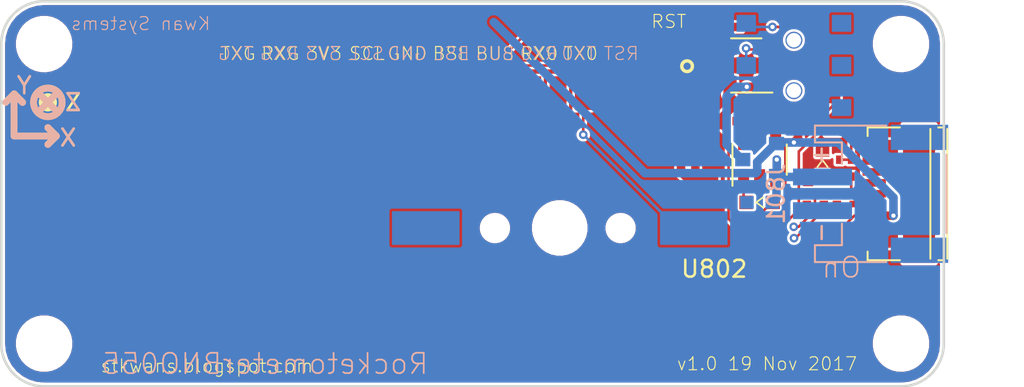
<source format=kicad_pcb>
(kicad_pcb (version 20170123) (host pcbnew no-vcs-found-84f1c8e~59~ubuntu17.04.1)

  (general
    (thickness 1.6)
    (drawings 33)
    (tracks 166)
    (zones 0)
    (modules 34)
    (nets 25)
  )

  (page A4)
  (layers
    (0 Top signal)
    (31 Bottom signal)
    (32 B.Adhes user hide)
    (33 F.Adhes user hide)
    (34 B.Paste user hide)
    (35 F.Paste user hide)
    (36 B.SilkS user)
    (37 F.SilkS user)
    (38 B.Mask user hide)
    (39 F.Mask user hide)
    (40 Dwgs.User user hide)
    (41 Cmts.User user hide)
    (42 Eco1.User user hide)
    (43 Eco2.User user hide)
    (44 Edge.Cuts user)
    (45 Margin user hide)
    (46 B.CrtYd user)
    (47 F.CrtYd user)
    (48 B.Fab user)
    (49 F.Fab user)
  )

  (setup
    (last_trace_width 0.1524)
    (user_trace_width 0.254)
    (user_trace_width 0.508)
    (trace_clearance 0.1524)
    (zone_clearance 0.1524)
    (zone_45_only no)
    (trace_min 0.1524)
    (segment_width 0.2)
    (edge_width 0.15)
    (via_size 0.508)
    (via_drill 0.254)
    (via_min_size 0.508)
    (via_min_drill 0.254)
    (uvia_size 0.3)
    (uvia_drill 0.1)
    (uvias_allowed no)
    (uvia_min_size 0)
    (uvia_min_drill 0)
    (pcb_text_width 0.3)
    (pcb_text_size 1.5 1.5)
    (mod_edge_width 0.15)
    (mod_text_size 1 1)
    (mod_text_width 0.15)
    (pad_size 1 1.25)
    (pad_drill 0)
    (pad_to_mask_clearance 0)
    (aux_axis_origin 0 0)
    (visible_elements 7FFFFF7F)
    (pcbplotparams
      (layerselection 0x00030_ffffffff)
      (usegerberextensions false)
      (excludeedgelayer true)
      (linewidth 0.100000)
      (plotframeref false)
      (viasonmask false)
      (mode 1)
      (useauxorigin false)
      (hpglpennumber 1)
      (hpglpenspeed 20)
      (hpglpendiameter 15)
      (psnegative false)
      (psa4output false)
      (plotreference true)
      (plotvalue true)
      (plotinvisibletext false)
      (padsonsilk false)
      (subtractmaskfromsilk false)
      (outputformat 1)
      (mirror false)
      (drillshape 1)
      (scaleselection 1)
      (outputdirectory ""))
  )

  (net 0 "")
  (net 1 GND)
  (net 2 VCC)
  (net 3 /Regulator/BYP)
  (net 4 /Regulator/PWR_EN)
  (net 5 /GND)
  (net 6 /VLIPO)
  (net 7 /STAT+)
  (net 8 /STAT-)
  (net 9 /PROG)
  (net 10 /VBUS)
  (net 11 /VRAW)
  (net 12 /D+)
  (net 13 /D-)
  (net 14 /USB_LIGHT-)
  (net 15 /CONN_D-)
  (net 16 /CONN_D+)
  (net 17 /CONNECT)
  (net 18 /USB_LIGHT+)
  (net 19 /ON)
  (net 20 /VBACKUP)
  (net 21 /VGPS)
  (net 22 /VCC)
  (net 23 /SDA)
  (net 24 /SCL)

  (net_class Default "This is the default net class."
    (clearance 0.1524)
    (trace_width 0.1524)
    (via_dia 0.508)
    (via_drill 0.254)
    (uvia_dia 0.3)
    (uvia_drill 0.1)
    (add_net /CONNECT)
    (add_net /CONN_D+)
    (add_net /CONN_D-)
    (add_net /D+)
    (add_net /D-)
    (add_net /GND)
    (add_net /ON)
    (add_net /PROG)
    (add_net /Regulator/BYP)
    (add_net /Regulator/PWR_EN)
    (add_net /SCL)
    (add_net /SDA)
    (add_net /STAT+)
    (add_net /STAT-)
    (add_net /USB_LIGHT+)
    (add_net /USB_LIGHT-)
    (add_net /VBACKUP)
    (add_net /VBUS)
    (add_net /VCC)
    (add_net /VGPS)
    (add_net /VLIPO)
    (add_net /VRAW)
    (add_net GND)
    (add_net VCC)
  )

  (module KwanSystems:SPARKFUN_JST_POWER (layer Bottom) (tedit 59905C57) (tstamp 59905B74)
    (at 178.562 90.17 270)
    (descr "JST PH series connector, S2B-PH-SM4-TB, side entry type, surface mount, Datasheet: http://www.jst-mfg.com/product/pdf/eng/ePH.pdf")
    (tags "connector jst ph")
    (path /598BF231)
    (attr smd)
    (fp_text reference J801 (at 0 5.625 270) (layer B.SilkS)
      (effects (font (size 1 1) (thickness 0.15)) (justify mirror))
    )
    (fp_text value "JST 2mm" (at 0 -5.375 270) (layer B.Fab)
      (effects (font (size 1 1) (thickness 0.15)) (justify mirror))
    )
    (fp_text user - (at 2.3 3 270) (layer B.SilkS)
      (effects (font (size 1 1) (thickness 0.15)) (justify mirror))
    )
    (fp_text user + (at -2.3 3 270) (layer B.SilkS)
      (effects (font (size 1 1) (thickness 0.15)) (justify mirror))
    )
    (fp_line (start -3.15 1.625) (end -3.15 3.225) (layer B.Fab) (width 0.1))
    (fp_line (start -3.15 3.225) (end -3.95 3.225) (layer B.Fab) (width 0.1))
    (fp_line (start -3.95 3.225) (end -3.95 -4.375) (layer B.Fab) (width 0.1))
    (fp_line (start -3.95 -4.375) (end 3.95 -4.375) (layer B.Fab) (width 0.1))
    (fp_line (start 3.95 -4.375) (end 3.95 3.225) (layer B.Fab) (width 0.1))
    (fp_line (start 3.95 3.225) (end 3.15 3.225) (layer B.Fab) (width 0.1))
    (fp_line (start 3.15 3.225) (end 3.15 1.625) (layer B.Fab) (width 0.1))
    (fp_line (start 3.15 1.625) (end -3.15 1.625) (layer B.Fab) (width 0.1))
    (fp_line (start -1.775 1.725) (end -3.05 1.725) (layer B.SilkS) (width 0.12))
    (fp_line (start -3.05 1.725) (end -3.05 3.325) (layer B.SilkS) (width 0.12))
    (fp_line (start -3.05 3.325) (end -4.05 3.325) (layer B.SilkS) (width 0.12))
    (fp_line (start -4.05 3.325) (end -4.05 -0.9) (layer B.SilkS) (width 0.12))
    (fp_line (start 4.05 -0.9) (end 4.05 3.325) (layer B.SilkS) (width 0.12))
    (fp_line (start 4.05 3.325) (end 3.05 3.325) (layer B.SilkS) (width 0.12))
    (fp_line (start 3.05 3.325) (end 3.05 1.725) (layer B.SilkS) (width 0.12))
    (fp_line (start 3.05 1.725) (end 1.775 1.725) (layer B.SilkS) (width 0.12))
    (fp_line (start -2.325 -4.475) (end 2.325 -4.475) (layer B.SilkS) (width 0.12))
    (fp_line (start -4.6 5.13) (end -4.6 -5.07) (layer B.CrtYd) (width 0.05))
    (fp_line (start -4.6 -5.07) (end 4.6 -5.07) (layer B.CrtYd) (width 0.05))
    (fp_line (start 4.6 -5.07) (end 4.6 5.13) (layer B.CrtYd) (width 0.05))
    (fp_line (start 4.6 5.13) (end -4.6 5.13) (layer B.CrtYd) (width 0.05))
    (fp_text user %R (at 0 -1.5 270) (layer B.Fab)
      (effects (font (size 1 1) (thickness 0.15)) (justify mirror))
    )
    (pad + smd rect (at -1 2.875 270) (size 1 3.5) (layers Bottom B.Paste B.Mask)
      (net 6 /VLIPO))
    (pad - smd rect (at 1 2.875 270) (size 1 3.5) (layers Bottom B.Paste B.Mask)
      (net 5 /GND))
    (pad "" smd rect (at -3.35 -2.875 270) (size 1.5 3.4) (layers Bottom B.Paste B.Mask))
    (pad "" smd rect (at 3.35 -2.875 270) (size 1.5 3.4) (layers Bottom B.Paste B.Mask))
    (model ${KISYS3DMOD}/Connectors_JST.3dshapes/JST_PH_S2B-PH-SM4-TB_02x2.00mm_Angled.wrl
      (at (xyz 0 0 0))
      (scale (xyz 1 1 1))
      (rotate (xyz 0 0 0))
    )
  )

  (module KwanSystems:SWITCH_DPDT_AZY0202 (layer Bottom) (tedit 5990664D) (tstamp 598CA536)
    (at 173.99 82.55 270)
    (path /598E8215/598BF237)
    (fp_text reference S701 (at 0 -0.5 270) (layer B.SilkS) hide
      (effects (font (size 1 1) (thickness 0.15)) (justify mirror))
    )
    (fp_text value SPDT (at 0 0.5 270) (layer B.Fab) hide
      (effects (font (size 1 1) (thickness 0.15)) (justify mirror))
    )
    (fp_line (start -3.6 -1.75) (end -3.6 1.75) (layer B.CrtYd) (width 0.15))
    (fp_line (start 3.6 -1.75) (end -3.6 -1.75) (layer B.CrtYd) (width 0.15))
    (fp_line (start 3.6 1.75) (end 3.6 -1.75) (layer B.CrtYd) (width 0.15))
    (fp_line (start -3.6 1.75) (end 3.6 1.75) (layer B.CrtYd) (width 0.15))
    (pad "" np_thru_hole circle (at -1.5 0 270) (size 1 1) (drill 0.85) (layers *.Cu *.Mask))
    (pad 4 smd rect (at -2.5 -2.825 270) (size 1 1.15) (layers Bottom B.Paste B.Mask))
    (pad 5 smd rect (at 0 -2.825 270) (size 1 1.15) (layers Bottom B.Paste B.Mask))
    (pad 3 smd rect (at 2.5 2.825 270) (size 1 1.15) (layers Bottom B.Paste B.Mask)
      (net 1 GND))
    (pad 6 smd rect (at 2.5 -2.825 270) (size 1 1.15) (layers Bottom B.Paste B.Mask))
    (pad 2 smd rect (at 0 2.825 270) (size 1 1.15) (layers Bottom B.Paste B.Mask)
      (net 4 /Regulator/PWR_EN))
    (pad 1 smd rect (at -2.5 2.825 270) (size 1 1.15) (layers Bottom B.Paste B.Mask)
      (net 11 /VRAW))
    (pad "" np_thru_hole circle (at 1.5 0 270) (size 1 1) (drill 0.85) (layers *.Cu *.Mask))
  )

  (module STAND-OFF-TIGHT (layer Top) (tedit 598BF9B1) (tstamp 598BF1B2)
    (at 129.54 99.06)
    (descr "<b>Stand Off</b><p>\nThis is the mechanical footprint for a #4 phillips button head screw. Use the keepout ring to avoid running the screw head into surrounding components. SKU : PRT-00447")
    (fp_text reference JP1 (at 0 0) (layer F.SilkS) hide
      (effects (font (thickness 0.15)))
    )
    (fp_text value STAND-OFFTIGHT (at 0 0) (layer F.SilkS) hide
      (effects (font (thickness 0.15)))
    )
    (fp_circle (center 0 0) (end 0 0) (layer Dwgs.User) (width 0.127))
    (fp_arc (start 0 0) (end 0 0) (angle 180) (layer Dwgs.User) (width 0.2032))
    (fp_arc (start 0 0) (end 0 0) (angle -180) (layer Dwgs.User) (width 0.2032))
    (fp_arc (start 0 0) (end 0 0) (angle 180) (layer Dwgs.User) (width 0.2032))
    (fp_arc (start 0 0) (end 0 0) (angle 180) (layer Dwgs.User) (width 0.2032))
    (pad "" np_thru_hole circle (at 0 0) (size 3.048 3.048) (drill 3.048) (layers *.Cu))
  )

  (module STAND-OFF-TIGHT (layer Top) (tedit 0) (tstamp 598BF1E2)
    (at 129.54 81.28)
    (descr "<b>Stand Off</b><p>\nThis is the mechanical footprint for a #4 phillips button head screw. Use the keepout ring to avoid running the screw head into surrounding components. SKU : PRT-00447")
    (fp_text reference JP2 (at 0 0) (layer F.SilkS) hide
      (effects (font (thickness 0.15)))
    )
    (fp_text value STAND-OFFTIGHT (at 0 0) (layer F.SilkS) hide
      (effects (font (thickness 0.15)))
    )
    (fp_circle (center 0 0) (end 0 0) (layer Dwgs.User) (width 0.127))
    (fp_arc (start 0 0) (end 0 0) (angle 180) (layer Dwgs.User) (width 0.2032))
    (fp_arc (start 0 0) (end 0 0) (angle -180) (layer Dwgs.User) (width 0.2032))
    (fp_arc (start 0 0) (end 0 0) (angle 180) (layer Dwgs.User) (width 0.2032))
    (fp_arc (start 0 0) (end 0 0) (angle 180) (layer Dwgs.User) (width 0.2032))
    (pad "" np_thru_hole circle (at 0 0) (size 3.048 3.048) (drill 3.048) (layers *.Cu))
  )

  (module STAND-OFF-TIGHT (layer Top) (tedit 0) (tstamp 598BF29C)
    (at 180.34 99.06)
    (descr "<b>Stand Off</b><p>\nThis is the mechanical footprint for a #4 phillips button head screw. Use the keepout ring to avoid running the screw head into surrounding components. SKU : PRT-00447")
    (fp_text reference JP4 (at 0 0) (layer F.SilkS) hide
      (effects (font (thickness 0.15)))
    )
    (fp_text value STAND-OFFTIGHT (at 0 0) (layer F.SilkS) hide
      (effects (font (thickness 0.15)))
    )
    (fp_circle (center 0 0) (end 0 0) (layer Dwgs.User) (width 0.127))
    (fp_arc (start 0 0) (end 0 0) (angle 180) (layer Dwgs.User) (width 0.2032))
    (fp_arc (start 0 0) (end 0 0) (angle -180) (layer Dwgs.User) (width 0.2032))
    (fp_arc (start 0 0) (end 0 0) (angle 180) (layer Dwgs.User) (width 0.2032))
    (fp_arc (start 0 0) (end 0 0) (angle 180) (layer Dwgs.User) (width 0.2032))
    (pad "" np_thru_hole circle (at 0 0) (size 3.048 3.048) (drill 3.048) (layers *.Cu))
  )

  (module STAND-OFF-TIGHT (layer Top) (tedit 0) (tstamp 598BF2A5)
    (at 180.34 81.28)
    (descr "<b>Stand Off</b><p>\nThis is the mechanical footprint for a #4 phillips button head screw. Use the keepout ring to avoid running the screw head into surrounding components. SKU : PRT-00447")
    (fp_text reference JP5 (at 0 0) (layer F.SilkS) hide
      (effects (font (thickness 0.15)))
    )
    (fp_text value STAND-OFFTIGHT (at 0 0) (layer F.SilkS) hide
      (effects (font (thickness 0.15)))
    )
    (fp_circle (center 0 0) (end 0 0) (layer Dwgs.User) (width 0.127))
    (fp_arc (start 0 0) (end 0 0) (angle 180) (layer Dwgs.User) (width 0.2032))
    (fp_arc (start 0 0) (end 0 0) (angle -180) (layer Dwgs.User) (width 0.2032))
    (fp_arc (start 0 0) (end 0 0) (angle 180) (layer Dwgs.User) (width 0.2032))
    (fp_arc (start 0 0) (end 0 0) (angle 180) (layer Dwgs.User) (width 0.2032))
    (pad "" np_thru_hole circle (at 0 0) (size 3.048 3.048) (drill 3.048) (layers *.Cu))
  )

  (module KwanSystems:SMD_0402 (layer Top) (tedit 5990660F) (tstamp 598CA3F3)
    (at 173.99 82.55 180)
    (descr "Capacitor SMD 0402, reflow soldering, AVX (see smccp.pdf)")
    (tags "capacitor 0402")
    (path /598E8215/598BF239)
    (attr smd)
    (fp_text reference C704 (at 0 0 180) (layer F.Fab)
      (effects (font (size 0.2 0.2) (thickness 0.015)))
    )
    (fp_text value 1uF (at 0 -0.4 180) (layer F.Fab)
      (effects (font (size 0.127 0.127) (thickness 0.015)))
    )
    (fp_line (start 1 0.4) (end -1 0.4) (layer F.CrtYd) (width 0.05))
    (fp_line (start 1 0.4) (end 1 -0.4) (layer F.CrtYd) (width 0.05))
    (fp_line (start -1 -0.4) (end -1 0.4) (layer F.CrtYd) (width 0.05))
    (fp_line (start -1 -0.4) (end 1 -0.4) (layer F.CrtYd) (width 0.05))
    (fp_line (start -0.5 -0.25) (end 0.5 -0.25) (layer F.Fab) (width 0.1))
    (fp_line (start 0.5 -0.25) (end 0.5 0.25) (layer F.Fab) (width 0.1))
    (fp_line (start 0.5 0.25) (end -0.5 0.25) (layer F.Fab) (width 0.1))
    (fp_line (start -0.5 0.25) (end -0.5 -0.25) (layer F.Fab) (width 0.1))
    (pad 2 smd rect (at 0.55 0 180) (size 0.6 0.5) (layers Top F.Paste F.Mask)
      (net 1 GND))
    (pad 1 smd rect (at -0.55 0 180) (size 0.6 0.5) (layers Top F.Paste F.Mask)
      (net 11 /VRAW))
    (model Capacitors_SMD.3dshapes/C_0402.wrl
      (at (xyz 0 0 0))
      (scale (xyz 1 1 1))
      (rotate (xyz 0 0 0))
    )
  )

  (module KwanSystems:SMD_0402 (layer Top) (tedit 598F0BF3) (tstamp 598CA3F9)
    (at 171.196 80.264)
    (descr "Capacitor SMD 0402, reflow soldering, AVX (see smccp.pdf)")
    (tags "capacitor 0402")
    (path /598E8215/598BF23A)
    (attr smd)
    (fp_text reference C714 (at 0 0) (layer F.Fab)
      (effects (font (size 0.2 0.2) (thickness 0.015)))
    )
    (fp_text value 100nF (at 0 -0.4) (layer F.Fab)
      (effects (font (size 0.127 0.127) (thickness 0.015)))
    )
    (fp_line (start 1 0.4) (end -1 0.4) (layer F.CrtYd) (width 0.05))
    (fp_line (start 1 0.4) (end 1 -0.4) (layer F.CrtYd) (width 0.05))
    (fp_line (start -1 -0.4) (end -1 0.4) (layer F.CrtYd) (width 0.05))
    (fp_line (start -1 -0.4) (end 1 -0.4) (layer F.CrtYd) (width 0.05))
    (fp_line (start -0.5 -0.25) (end 0.5 -0.25) (layer F.Fab) (width 0.1))
    (fp_line (start 0.5 -0.25) (end 0.5 0.25) (layer F.Fab) (width 0.1))
    (fp_line (start 0.5 0.25) (end -0.5 0.25) (layer F.Fab) (width 0.1))
    (fp_line (start -0.5 0.25) (end -0.5 -0.25) (layer F.Fab) (width 0.1))
    (pad 2 smd rect (at 0.55 0) (size 0.6 0.5) (layers Top F.Paste F.Mask)
      (net 1 GND))
    (pad 1 smd rect (at -0.55 0) (size 0.6 0.5) (layers Top F.Paste F.Mask)
      (net 3 /Regulator/BYP))
    (model Capacitors_SMD.3dshapes/C_0402.wrl
      (at (xyz 0 0 0))
      (scale (xyz 1 1 1))
      (rotate (xyz 0 0 0))
    )
  )

  (module KwanSystems:SMD_0402 (layer Top) (tedit 598F0C0A) (tstamp 598CA3FF)
    (at 171.196 84.836)
    (descr "Capacitor SMD 0402, reflow soldering, AVX (see smccp.pdf)")
    (tags "capacitor 0402")
    (path /598E8215/598BF23B)
    (attr smd)
    (fp_text reference C715 (at 0 0) (layer F.Fab)
      (effects (font (size 0.2 0.2) (thickness 0.015)))
    )
    (fp_text value 4.7nF (at 0 -0.4) (layer F.Fab)
      (effects (font (size 0.127 0.127) (thickness 0.015)))
    )
    (fp_line (start 1 0.4) (end -1 0.4) (layer F.CrtYd) (width 0.05))
    (fp_line (start 1 0.4) (end 1 -0.4) (layer F.CrtYd) (width 0.05))
    (fp_line (start -1 -0.4) (end -1 0.4) (layer F.CrtYd) (width 0.05))
    (fp_line (start -1 -0.4) (end 1 -0.4) (layer F.CrtYd) (width 0.05))
    (fp_line (start -0.5 -0.25) (end 0.5 -0.25) (layer F.Fab) (width 0.1))
    (fp_line (start 0.5 -0.25) (end 0.5 0.25) (layer F.Fab) (width 0.1))
    (fp_line (start 0.5 0.25) (end -0.5 0.25) (layer F.Fab) (width 0.1))
    (fp_line (start -0.5 0.25) (end -0.5 -0.25) (layer F.Fab) (width 0.1))
    (pad 2 smd rect (at 0.55 0) (size 0.6 0.5) (layers Top F.Paste F.Mask)
      (net 1 GND))
    (pad 1 smd rect (at -0.55 0) (size 0.6 0.5) (layers Top F.Paste F.Mask)
      (net 2 VCC))
    (model Capacitors_SMD.3dshapes/C_0402.wrl
      (at (xyz 0 0 0))
      (scale (xyz 1 1 1))
      (rotate (xyz 0 0 0))
    )
  )

  (module TO_SOT_Packages_SMD:SOT-23-5 (layer Top) (tedit 59906604) (tstamp 598CA556)
    (at 171.165 82.55 180)
    (descr "5-pin SOT23 package")
    (tags SOT-23-5)
    (path /598E8215/598BF238)
    (attr smd)
    (fp_text reference U701 (at 0.477 -0.508 180) (layer F.Fab)
      (effects (font (size 0.2 0.2) (thickness 0.015)))
    )
    (fp_text value 3.3V (at 0.477 0.508 180) (layer F.Fab)
      (effects (font (size 0.2 0.2) (thickness 0.015)))
    )
    (fp_text user %R (at 0.477 -0.508) (layer F.Fab)
      (effects (font (size 0.2 0.2) (thickness 0.015)))
    )
    (fp_line (start -0.9 1.61) (end 0.9 1.61) (layer F.SilkS) (width 0.12))
    (fp_line (start 0.9 -1.61) (end -1.55 -1.61) (layer F.SilkS) (width 0.12))
    (fp_line (start -1.9 -1.8) (end 1.9 -1.8) (layer F.CrtYd) (width 0.05))
    (fp_line (start 1.9 -1.8) (end 1.9 1.8) (layer F.CrtYd) (width 0.05))
    (fp_line (start 1.9 1.8) (end -1.9 1.8) (layer F.CrtYd) (width 0.05))
    (fp_line (start -1.9 1.8) (end -1.9 -1.8) (layer F.CrtYd) (width 0.05))
    (fp_line (start -0.9 -0.9) (end -0.25 -1.55) (layer F.Fab) (width 0.1))
    (fp_line (start 0.9 -1.55) (end -0.25 -1.55) (layer F.Fab) (width 0.1))
    (fp_line (start -0.9 -0.9) (end -0.9 1.55) (layer F.Fab) (width 0.1))
    (fp_line (start 0.9 1.55) (end -0.9 1.55) (layer F.Fab) (width 0.1))
    (fp_line (start 0.9 -1.55) (end 0.9 1.55) (layer F.Fab) (width 0.1))
    (pad 1 smd rect (at -1.1 -0.95 180) (size 1.06 0.65) (layers Top F.Paste F.Mask)
      (net 11 /VRAW))
    (pad 2 smd rect (at -1.1 0 180) (size 1.06 0.65) (layers Top F.Paste F.Mask)
      (net 1 GND))
    (pad 3 smd rect (at -1.1 0.95 180) (size 1.06 0.65) (layers Top F.Paste F.Mask)
      (net 4 /Regulator/PWR_EN))
    (pad 4 smd rect (at 1.1 0.95 180) (size 1.06 0.65) (layers Top F.Paste F.Mask)
      (net 3 /Regulator/BYP))
    (pad 5 smd rect (at 1.1 -0.95 180) (size 1.06 0.65) (layers Top F.Paste F.Mask)
      (net 2 VCC))
    (model ${KISYS3DMOD}/TO_SOT_Packages_SMD.3dshapes/SOT-23-5.wrl
      (at (xyz 0 0 0))
      (scale (xyz 1 1 1))
      (rotate (xyz 0 0 0))
    )
  )

  (module KwanSystems:Axis (layer Top) (tedit 59907554) (tstamp 598CB4A0)
    (at 127.762 86.741)
    (descr "Built for the MPU-9250 using guidelines found in http://cds.linear.com/docs/en/packaging/Carsem%20MLP%20users%20guide.pdf")
    (path /591017B7)
    (fp_text reference U599 (at -1.3 1.5) (layer F.Fab) hide
      (effects (font (size 0.77216 0.77216) (thickness 0.065024)) (justify left bottom))
    )
    (fp_text value FGPMMOPA6H (at -1.8 2.75) (layer F.SilkS) hide
      (effects (font (size 0.77216 0.77216) (thickness 0.065024)) (justify left bottom))
    )
    (fp_line (start -0.5 -2) (end 0 -2.5) (layer F.SilkS) (width 0.4))
    (fp_line (start 0 -2.5) (end 0.5 -2) (layer F.SilkS) (width 0.4))
    (fp_line (start 0.5 -2) (end 0 -2.5) (layer F.SilkS) (width 0.4))
    (fp_line (start 0 -2.5) (end 0 0) (layer F.SilkS) (width 0.4))
    (fp_line (start 0 0) (end 2.5 0) (layer F.SilkS) (width 0.4))
    (fp_line (start 2.5 0) (end 2 -0.5) (layer F.SilkS) (width 0.4))
    (fp_line (start 2 -0.5) (end 2.5 0) (layer F.SilkS) (width 0.4))
    (fp_line (start 2.5 0) (end 2 0.5) (layer F.SilkS) (width 0.4))
    (fp_text user Y (at 0.6 -3) (layer F.SilkS)
      (effects (font (size 1 1) (thickness 0.15)))
    )
    (fp_text user X (at 3.2 0.1) (layer F.SilkS)
      (effects (font (size 1 1) (thickness 0.15)))
    )
    (fp_circle (center 2 -2) (end 2.6 -1.4) (layer F.SilkS) (width 0.4))
    (fp_circle (center 2 -2) (end 2.1 -1.9) (layer F.SilkS) (width 0.4))
    (fp_text user Z (at 3.5 -2) (layer F.SilkS)
      (effects (font (size 1 1) (thickness 0.15)))
    )
    (fp_line (start -0.5 -2) (end 0 -2.5) (layer B.SilkS) (width 0.4))
    (fp_line (start 0 -2.5) (end 0.5 -2) (layer B.SilkS) (width 0.4))
    (fp_line (start 0.5 -2) (end 0 -2.5) (layer B.SilkS) (width 0.4))
    (fp_line (start 0 -2.5) (end 0 0) (layer B.SilkS) (width 0.4))
    (fp_line (start 0 0) (end 2.5 0) (layer B.SilkS) (width 0.4))
    (fp_line (start 2.5 0) (end 2 -0.5) (layer B.SilkS) (width 0.4))
    (fp_line (start 2 -0.5) (end 2.5 0) (layer B.SilkS) (width 0.4))
    (fp_line (start 2.5 0) (end 2 0.5) (layer B.SilkS) (width 0.4))
    (fp_text user X (at 3.2 0.1) (layer B.SilkS)
      (effects (font (size 1 1) (thickness 0.15)) (justify mirror))
    )
    (fp_text user Y (at 0.6 -3) (layer B.SilkS)
      (effects (font (size 1 1) (thickness 0.15)) (justify mirror))
    )
    (fp_text user Z (at 3.5 -2) (layer B.SilkS)
      (effects (font (size 1 1) (thickness 0.15)) (justify mirror))
    )
    (fp_circle (center 2 -2) (end 2.6 -1.4) (layer B.SilkS) (width 0.4))
    (fp_line (start 1.4 -2.6) (end 2.6 -1.4) (layer B.SilkS) (width 0.4))
    (fp_line (start 2.6 -2.6) (end 1.4 -1.4) (layer B.SilkS) (width 0.4))
  )

  (module KwanSystems:SMD_0603 (layer Top) (tedit 590965EB) (tstamp 59905B22)
    (at 173.482 85.852 180)
    (descr "Capacitor SMD 0603, reflow soldering, AVX (see smccp.pdf)")
    (tags "capacitor 0603")
    (path /598BF22C)
    (attr smd)
    (fp_text reference C802 (at 0 -0.2 180) (layer F.Fab)
      (effects (font (size 0.2 0.2) (thickness 0.015)))
    )
    (fp_text value 4.7uF (at 0 0.2 180) (layer F.Fab)
      (effects (font (size 0.2 0.2) (thickness 0.015)))
    )
    (fp_line (start -0.8 0.4) (end -0.8 -0.4) (layer F.Fab) (width 0.1))
    (fp_line (start 0.8 0.4) (end -0.8 0.4) (layer F.Fab) (width 0.1))
    (fp_line (start 0.8 -0.4) (end 0.8 0.4) (layer F.Fab) (width 0.1))
    (fp_line (start -0.8 -0.4) (end 0.8 -0.4) (layer F.Fab) (width 0.1))
    (fp_line (start -1.4 -0.65) (end 1.4 -0.65) (layer F.CrtYd) (width 0.05))
    (fp_line (start -1.4 -0.65) (end -1.4 0.65) (layer F.CrtYd) (width 0.05))
    (fp_line (start 1.4 0.65) (end 1.4 -0.65) (layer F.CrtYd) (width 0.05))
    (fp_line (start 1.4 0.65) (end -1.4 0.65) (layer F.CrtYd) (width 0.05))
    (pad 1 smd rect (at -0.75 0 180) (size 0.8 0.75) (layers Top F.Paste F.Mask)
      (net 10 /VBUS))
    (pad 2 smd rect (at 0.75 0 180) (size 0.8 0.75) (layers Top F.Paste F.Mask)
      (net 5 /GND))
    (model Capacitors_SMD.3dshapes/C_0603.wrl
      (at (xyz 0 0 0))
      (scale (xyz 1 1 1))
      (rotate (xyz 0 0 0))
    )
  )

  (module KwanSystems:SMD_0603 (layer Bottom) (tedit 590965EB) (tstamp 59905B30)
    (at 171.958 90.678 180)
    (descr "Capacitor SMD 0603, reflow soldering, AVX (see smccp.pdf)")
    (tags "capacitor 0603")
    (path /598BF232)
    (attr smd)
    (fp_text reference C803 (at 0 0.2 180) (layer B.Fab)
      (effects (font (size 0.2 0.2) (thickness 0.015)) (justify mirror))
    )
    (fp_text value 4.7uF (at 0 -0.2 180) (layer B.Fab)
      (effects (font (size 0.2 0.2) (thickness 0.015)) (justify mirror))
    )
    (fp_line (start 1.4 -0.65) (end -1.4 -0.65) (layer B.CrtYd) (width 0.05))
    (fp_line (start 1.4 -0.65) (end 1.4 0.65) (layer B.CrtYd) (width 0.05))
    (fp_line (start -1.4 0.65) (end -1.4 -0.65) (layer B.CrtYd) (width 0.05))
    (fp_line (start -1.4 0.65) (end 1.4 0.65) (layer B.CrtYd) (width 0.05))
    (fp_line (start -0.8 0.4) (end 0.8 0.4) (layer B.Fab) (width 0.1))
    (fp_line (start 0.8 0.4) (end 0.8 -0.4) (layer B.Fab) (width 0.1))
    (fp_line (start 0.8 -0.4) (end -0.8 -0.4) (layer B.Fab) (width 0.1))
    (fp_line (start -0.8 -0.4) (end -0.8 0.4) (layer B.Fab) (width 0.1))
    (pad 2 smd rect (at 0.75 0 180) (size 0.8 0.75) (layers Bottom B.Paste B.Mask)
      (net 5 /GND))
    (pad 1 smd rect (at -0.75 0 180) (size 0.8 0.75) (layers Bottom B.Paste B.Mask)
      (net 6 /VLIPO))
    (model Capacitors_SMD.3dshapes/C_0603.wrl
      (at (xyz 0 0 0))
      (scale (xyz 1 1 1))
      (rotate (xyz 0 0 0))
    )
  )

  (module KwanSystems:D_0603 (layer Top) (tedit 59096247) (tstamp 59905B40)
    (at 171.958 90.678)
    (descr "LED 0603 smd package")
    (tags "LED led 0603 SMD smd SMT smt smdled SMDLED smtled SMTLED")
    (path /598BF22E)
    (attr smd)
    (fp_text reference D801 (at 1.2 -0.5) (layer F.Fab)
      (effects (font (size 0.2 0.2) (thickness 0.015)))
    )
    (fp_text value YELLOW (at 1.1 0.5) (layer F.Fab)
      (effects (font (size 0.2 0.2) (thickness 0.015)))
    )
    (fp_line (start -0.2 0) (end 0.2 -0.3) (layer F.SilkS) (width 0.1))
    (fp_line (start 0.2 0.3) (end -0.2 0) (layer F.SilkS) (width 0.1))
    (fp_line (start 0.8 0.4) (end -0.8 0.4) (layer F.Fab) (width 0.1))
    (fp_line (start 0.8 -0.4) (end 0.8 0.4) (layer F.Fab) (width 0.1))
    (fp_line (start -0.8 -0.4) (end 0.8 -0.4) (layer F.Fab) (width 0.1))
    (fp_line (start -0.8 0.4) (end -0.8 -0.4) (layer F.Fab) (width 0.1))
    (fp_line (start 1.45 -0.65) (end 1.45 0.65) (layer F.CrtYd) (width 0.05))
    (fp_line (start 1.45 0.65) (end -1.45 0.65) (layer F.CrtYd) (width 0.05))
    (fp_line (start -1.45 0.65) (end -1.45 -0.65) (layer F.CrtYd) (width 0.05))
    (fp_line (start -1.45 -0.65) (end 1.45 -0.65) (layer F.CrtYd) (width 0.05))
    (pad 2 smd rect (at 0.8 0 180) (size 0.8 0.8) (layers Top F.Paste F.Mask)
      (net 7 /STAT+))
    (pad 1 smd rect (at -0.8 0 180) (size 0.8 0.8) (layers Top F.Paste F.Mask)
      (net 8 /STAT-))
    (model LEDs.3dshapes/LED_0603.wrl
      (at (xyz 0 0 0))
      (scale (xyz 1 1 1))
      (rotate (xyz 0 0 180))
    )
  )

  (module KwanSystems:SOT-23 (layer Bottom) (tedit 59742048) (tstamp 59905B53)
    (at 171.958 88.138 180)
    (descr "SOT-23, Standard")
    (tags SOT-23)
    (path /598BF233)
    (attr smd)
    (fp_text reference D802 (at 0 0 90) (layer B.SilkS) hide
      (effects (font (size 0.5 0.5) (thickness 0.075)) (justify mirror))
    )
    (fp_text value DCC (at -0.90424 0.01016 90) (layer B.Fab)
      (effects (font (size 0.2 0.2) (thickness 0.015)) (justify mirror))
    )
    (fp_text user D (at 0.4 0 90) (layer B.Fab)
      (effects (font (size 0.2 0.2) (thickness 0.015)) (justify mirror))
    )
    (fp_text user %R (at 0 0 90) (layer B.Fab)
      (effects (font (size 0.5 0.5) (thickness 0.075)) (justify mirror))
    )
    (fp_line (start -0.7 1.5) (end -0.7 -1.5) (layer B.Fab) (width 0.1))
    (fp_line (start -0.7 1.52) (end 0.7 1.52) (layer B.Fab) (width 0.1))
    (fp_line (start 0.7 1.52) (end 0.7 -1.52) (layer B.Fab) (width 0.1))
    (fp_line (start -0.7 -1.52) (end 0.7 -1.52) (layer B.Fab) (width 0.1))
    (fp_line (start -1.7 1.75) (end 1.7 1.75) (layer B.CrtYd) (width 0.05))
    (fp_line (start 1.7 1.75) (end 1.7 -1.75) (layer B.CrtYd) (width 0.05))
    (fp_line (start 1.7 -1.75) (end -1.7 -1.75) (layer B.CrtYd) (width 0.05))
    (fp_line (start -1.7 -1.75) (end -1.7 1.75) (layer B.CrtYd) (width 0.05))
    (fp_text user S (at -0.4 -1 90) (layer B.Fab)
      (effects (font (size 0.2 0.2) (thickness 0.015)) (justify mirror))
    )
    (fp_text user G (at -0.4 1 90) (layer B.Fab)
      (effects (font (size 0.2 0.2) (thickness 0.015)) (justify mirror))
    )
    (pad 1 smd rect (at -1 0.95 180) (size 0.9 0.8) (layers Bottom B.Paste B.Mask)
      (net 10 /VBUS))
    (pad 2 smd rect (at -1 -0.95 180) (size 0.9 0.8) (layers Bottom B.Paste B.Mask)
      (net 6 /VLIPO))
    (pad 3 smd rect (at 1 0 180) (size 0.9 0.8) (layers Bottom B.Paste B.Mask)
      (net 11 /VRAW))
    (model ${KISYS3DMOD}/TO_SOT_Packages_SMD.3dshapes/SOT-23.wrl
      (at (xyz 0 0 0))
      (scale (xyz 1 1 1))
      (rotate (xyz 0 0 90))
    )
  )

  (module KwanSystems:SMD_0402 (layer Top) (tedit 59095EAF) (tstamp 59905B82)
    (at 171.196 85.852 180)
    (descr "Capacitor SMD 0402, reflow soldering, AVX (see smccp.pdf)")
    (tags "capacitor 0402")
    (path /598BF230)
    (attr smd)
    (fp_text reference R801 (at 0 0 180) (layer F.Fab)
      (effects (font (size 0.2 0.2) (thickness 0.015)))
    )
    (fp_text value 10k (at 0 -0.4 180) (layer F.Fab)
      (effects (font (size 0.127 0.127) (thickness 0.015)))
    )
    (fp_line (start -0.5 0.25) (end -0.5 -0.25) (layer F.Fab) (width 0.1))
    (fp_line (start 0.5 0.25) (end -0.5 0.25) (layer F.Fab) (width 0.1))
    (fp_line (start 0.5 -0.25) (end 0.5 0.25) (layer F.Fab) (width 0.1))
    (fp_line (start -0.5 -0.25) (end 0.5 -0.25) (layer F.Fab) (width 0.1))
    (fp_line (start -1 -0.4) (end 1 -0.4) (layer F.CrtYd) (width 0.05))
    (fp_line (start -1 -0.4) (end -1 0.4) (layer F.CrtYd) (width 0.05))
    (fp_line (start 1 0.4) (end 1 -0.4) (layer F.CrtYd) (width 0.05))
    (fp_line (start 1 0.4) (end -1 0.4) (layer F.CrtYd) (width 0.05))
    (pad 1 smd rect (at -0.55 0 180) (size 0.6 0.5) (layers Top F.Paste F.Mask)
      (net 5 /GND))
    (pad 2 smd rect (at 0.55 0 180) (size 0.6 0.5) (layers Top F.Paste F.Mask)
      (net 9 /PROG))
    (model Capacitors_SMD.3dshapes/C_0402.wrl
      (at (xyz 0 0 0))
      (scale (xyz 1 1 1))
      (rotate (xyz 0 0 0))
    )
  )

  (module KwanSystems:SMD_0402 (layer Top) (tedit 59095EAF) (tstamp 59905B90)
    (at 171.916 91.948 180)
    (descr "Capacitor SMD 0402, reflow soldering, AVX (see smccp.pdf)")
    (tags "capacitor 0402")
    (path /598BF22D)
    (attr smd)
    (fp_text reference R804 (at 0 0 180) (layer F.Fab)
      (effects (font (size 0.2 0.2) (thickness 0.015)))
    )
    (fp_text value 1.5k (at 0 -0.4 180) (layer F.Fab)
      (effects (font (size 0.127 0.127) (thickness 0.015)))
    )
    (fp_line (start 1 0.4) (end -1 0.4) (layer F.CrtYd) (width 0.05))
    (fp_line (start 1 0.4) (end 1 -0.4) (layer F.CrtYd) (width 0.05))
    (fp_line (start -1 -0.4) (end -1 0.4) (layer F.CrtYd) (width 0.05))
    (fp_line (start -1 -0.4) (end 1 -0.4) (layer F.CrtYd) (width 0.05))
    (fp_line (start -0.5 -0.25) (end 0.5 -0.25) (layer F.Fab) (width 0.1))
    (fp_line (start 0.5 -0.25) (end 0.5 0.25) (layer F.Fab) (width 0.1))
    (fp_line (start 0.5 0.25) (end -0.5 0.25) (layer F.Fab) (width 0.1))
    (fp_line (start -0.5 0.25) (end -0.5 -0.25) (layer F.Fab) (width 0.1))
    (pad 2 smd rect (at 0.55 0 180) (size 0.6 0.5) (layers Top F.Paste F.Mask)
      (net 7 /STAT+))
    (pad 1 smd rect (at -0.55 0 180) (size 0.6 0.5) (layers Top F.Paste F.Mask)
      (net 10 /VBUS))
    (model Capacitors_SMD.3dshapes/C_0402.wrl
      (at (xyz 0 0 0))
      (scale (xyz 1 1 1))
      (rotate (xyz 0 0 0))
    )
  )

  (module TO_SOT_Packages_SMD:SOT-23-5 (layer Top) (tedit 59906369) (tstamp 59905BA5)
    (at 171.958 88.138 90)
    (descr "5-pin SOT23 package")
    (tags SOT-23-5)
    (path /598BF22F)
    (attr smd)
    (fp_text reference U801 (at 0 -2.9 90) (layer F.SilkS) hide
      (effects (font (size 1 1) (thickness 0.15)))
    )
    (fp_text value MCP73831 (at 0 2.9 90) (layer F.Fab)
      (effects (font (size 1 1) (thickness 0.15)))
    )
    (fp_line (start 0.9 -1.55) (end 0.9 1.55) (layer F.Fab) (width 0.1))
    (fp_line (start 0.9 1.55) (end -0.9 1.55) (layer F.Fab) (width 0.1))
    (fp_line (start -0.9 -0.9) (end -0.9 1.55) (layer F.Fab) (width 0.1))
    (fp_line (start 0.9 -1.55) (end -0.25 -1.55) (layer F.Fab) (width 0.1))
    (fp_line (start -0.9 -0.9) (end -0.25 -1.55) (layer F.Fab) (width 0.1))
    (fp_line (start -1.9 1.8) (end -1.9 -1.8) (layer F.CrtYd) (width 0.05))
    (fp_line (start 1.9 1.8) (end -1.9 1.8) (layer F.CrtYd) (width 0.05))
    (fp_line (start 1.9 -1.8) (end 1.9 1.8) (layer F.CrtYd) (width 0.05))
    (fp_line (start -1.9 -1.8) (end 1.9 -1.8) (layer F.CrtYd) (width 0.05))
    (fp_line (start 0.9 -1.61) (end -1.55 -1.61) (layer F.SilkS) (width 0.12))
    (fp_line (start -0.9 1.61) (end 0.9 1.61) (layer F.SilkS) (width 0.12))
    (fp_text user %R (at 0 0 180) (layer F.Fab)
      (effects (font (size 0.5 0.5) (thickness 0.075)))
    )
    (pad 5 smd rect (at 1.1 -0.95 90) (size 1.06 0.65) (layers Top F.Paste F.Mask)
      (net 9 /PROG))
    (pad 4 smd rect (at 1.1 0.95 90) (size 1.06 0.65) (layers Top F.Paste F.Mask)
      (net 10 /VBUS))
    (pad 3 smd rect (at -1.1 0.95 90) (size 1.06 0.65) (layers Top F.Paste F.Mask)
      (net 6 /VLIPO))
    (pad 2 smd rect (at -1.1 0 90) (size 1.06 0.65) (layers Top F.Paste F.Mask)
      (net 5 /GND))
    (pad 1 smd rect (at -1.1 -0.95 90) (size 1.06 0.65) (layers Top F.Paste F.Mask)
      (net 8 /STAT-))
    (model ${KISYS3DMOD}/TO_SOT_Packages_SMD.3dshapes/SOT-23-5.wrl
      (at (xyz 0 0 0))
      (scale (xyz 1 1 1))
      (rotate (xyz 0 0 0))
    )
  )

  (module KwanSystems:R_Array_Convex_2x0402 (layer Top) (tedit 59096677) (tstamp 59906945)
    (at 175.26 90.424 180)
    (descr "Chip Resistor Network, ROHM MNR02 (see mnr_g.pdf)")
    (tags "resistor array")
    (path /598E6BE6)
    (attr smd)
    (fp_text reference C623 (at 0 -0.5 180) (layer F.Fab)
      (effects (font (size 0.2 0.2) (thickness 0.015)))
    )
    (fp_text value 22pF (at 0 0.5 180) (layer F.Fab)
      (effects (font (size 0.2 0.2) (thickness 0.015)))
    )
    (fp_line (start 1 0.95) (end -1 0.95) (layer F.CrtYd) (width 0.05))
    (fp_line (start 1 0.95) (end 1 -0.95) (layer F.CrtYd) (width 0.05))
    (fp_line (start -1 -0.95) (end -1 0.95) (layer F.CrtYd) (width 0.05))
    (fp_line (start -1 -0.95) (end 1 -0.95) (layer F.CrtYd) (width 0.05))
    (fp_line (start -0.5 0.7) (end 0.5 0.7) (layer F.Fab) (width 0.1))
    (fp_line (start -0.5 -0.7) (end -0.5 0.7) (layer F.Fab) (width 0.1))
    (fp_line (start 0.5 -0.7) (end -0.5 -0.7) (layer F.Fab) (width 0.1))
    (fp_line (start 0.5 0.7) (end 0.5 -0.7) (layer F.Fab) (width 0.1))
    (pad 4 smd rect (at 0.5 -0.35 180) (size 0.5 0.4) (layers Top F.Paste F.Mask)
      (net 5 /GND))
    (pad 3 smd rect (at 0.5 0.35 180) (size 0.5 0.4) (layers Top F.Paste F.Mask)
      (net 5 /GND))
    (pad 2 smd rect (at -0.5 0.35 180) (size 0.5 0.4) (layers Top F.Paste F.Mask)
      (net 12 /D+))
    (pad 1 smd rect (at -0.5 -0.35 180) (size 0.5 0.4) (layers Top F.Paste F.Mask)
      (net 13 /D-))
    (model ${KISYS3DMOD}/Resistors_SMD.3dshapes/R_Array_Convex_2x0402.wrl
      (at (xyz 0 0 0))
      (scale (xyz 1 1 1))
      (rotate (xyz 0 0 0))
    )
  )

  (module KwanSystems:D_0603 (layer Top) (tedit 59096247) (tstamp 59906955)
    (at 175.687 88.37 270)
    (descr "LED 0603 smd package")
    (tags "LED led 0603 SMD smd SMT smt smdled SMDLED smtled SMTLED")
    (path /598BF227)
    (attr smd)
    (fp_text reference D650 (at 1.2 -0.5 270) (layer F.Fab)
      (effects (font (size 0.2 0.2) (thickness 0.015)))
    )
    (fp_text value BLUE (at 1.1 0.5 270) (layer F.Fab)
      (effects (font (size 0.2 0.2) (thickness 0.015)))
    )
    (fp_line (start -0.2 0) (end 0.2 -0.3) (layer F.SilkS) (width 0.1))
    (fp_line (start 0.2 0.3) (end -0.2 0) (layer F.SilkS) (width 0.1))
    (fp_line (start 0.8 0.4) (end -0.8 0.4) (layer F.Fab) (width 0.1))
    (fp_line (start 0.8 -0.4) (end 0.8 0.4) (layer F.Fab) (width 0.1))
    (fp_line (start -0.8 -0.4) (end 0.8 -0.4) (layer F.Fab) (width 0.1))
    (fp_line (start -0.8 0.4) (end -0.8 -0.4) (layer F.Fab) (width 0.1))
    (fp_line (start 1.45 -0.65) (end 1.45 0.65) (layer F.CrtYd) (width 0.05))
    (fp_line (start 1.45 0.65) (end -1.45 0.65) (layer F.CrtYd) (width 0.05))
    (fp_line (start -1.45 0.65) (end -1.45 -0.65) (layer F.CrtYd) (width 0.05))
    (fp_line (start -1.45 -0.65) (end 1.45 -0.65) (layer F.CrtYd) (width 0.05))
    (pad 2 smd rect (at 0.8 0 90) (size 0.8 0.8) (layers Top F.Paste F.Mask)
      (net 14 /USB_LIGHT-))
    (pad 1 smd rect (at -0.8 0 90) (size 0.8 0.8) (layers Top F.Paste F.Mask)
      (net 5 /GND))
    (model LEDs.3dshapes/LED_0603.wrl
      (at (xyz 0 0 0))
      (scale (xyz 1 1 1))
      (rotate (xyz 0 0 180))
    )
  )

  (module KwanSystems:SOT-23 (layer Top) (tedit 59742048) (tstamp 59906981)
    (at 177.292 85.344)
    (descr "SOT-23, Standard")
    (tags SOT-23)
    (path /598BF226)
    (attr smd)
    (fp_text reference Q650 (at 0 0 90) (layer F.SilkS) hide
      (effects (font (size 0.5 0.5) (thickness 0.075)))
    )
    (fp_text value PMOS (at -0.90424 -0.01016 90) (layer F.Fab)
      (effects (font (size 0.2 0.2) (thickness 0.015)))
    )
    (fp_text user D (at 0.4 0 90) (layer F.Fab)
      (effects (font (size 0.2 0.2) (thickness 0.015)))
    )
    (fp_text user %R (at 0 0 90) (layer F.Fab)
      (effects (font (size 0.5 0.5) (thickness 0.075)))
    )
    (fp_line (start -0.7 -1.5) (end -0.7 1.5) (layer F.Fab) (width 0.1))
    (fp_line (start -0.7 -1.52) (end 0.7 -1.52) (layer F.Fab) (width 0.1))
    (fp_line (start 0.7 -1.52) (end 0.7 1.52) (layer F.Fab) (width 0.1))
    (fp_line (start -0.7 1.52) (end 0.7 1.52) (layer F.Fab) (width 0.1))
    (fp_line (start -1.7 -1.75) (end 1.7 -1.75) (layer F.CrtYd) (width 0.05))
    (fp_line (start 1.7 -1.75) (end 1.7 1.75) (layer F.CrtYd) (width 0.05))
    (fp_line (start 1.7 1.75) (end -1.7 1.75) (layer F.CrtYd) (width 0.05))
    (fp_line (start -1.7 1.75) (end -1.7 -1.75) (layer F.CrtYd) (width 0.05))
    (fp_text user S (at -0.4 1 90) (layer F.Fab)
      (effects (font (size 0.2 0.2) (thickness 0.015)))
    )
    (fp_text user G (at -0.4 -1 90) (layer F.Fab)
      (effects (font (size 0.2 0.2) (thickness 0.015)))
    )
    (pad 1 smd rect (at -1 -0.95) (size 0.9 0.8) (layers Top F.Paste F.Mask)
      (net 17 /CONNECT))
    (pad 2 smd rect (at -1 0.95) (size 0.9 0.8) (layers Top F.Paste F.Mask))
    (pad 3 smd rect (at 1 0) (size 0.9 0.8) (layers Top F.Paste F.Mask)
      (net 18 /USB_LIGHT+))
    (model ${KISYS3DMOD}/TO_SOT_Packages_SMD.3dshapes/SOT-23.wrl
      (at (xyz 0 0 0))
      (scale (xyz 1 1 1))
      (rotate (xyz 0 0 90))
    )
  )

  (module KwanSystems:SMD_0402 (layer Top) (tedit 59095EAF) (tstamp 5990698F)
    (at 177.292 93.218 270)
    (descr "Capacitor SMD 0402, reflow soldering, AVX (see smccp.pdf)")
    (tags "capacitor 0402")
    (path /598BF240)
    (attr smd)
    (fp_text reference R611 (at 0 0 270) (layer F.Fab)
      (effects (font (size 0.2 0.2) (thickness 0.015)))
    )
    (fp_text value 22k (at 0 -0.4 270) (layer F.Fab)
      (effects (font (size 0.127 0.127) (thickness 0.015)))
    )
    (fp_line (start 1 0.4) (end -1 0.4) (layer F.CrtYd) (width 0.05))
    (fp_line (start 1 0.4) (end 1 -0.4) (layer F.CrtYd) (width 0.05))
    (fp_line (start -1 -0.4) (end -1 0.4) (layer F.CrtYd) (width 0.05))
    (fp_line (start -1 -0.4) (end 1 -0.4) (layer F.CrtYd) (width 0.05))
    (fp_line (start -0.5 -0.25) (end 0.5 -0.25) (layer F.Fab) (width 0.1))
    (fp_line (start 0.5 -0.25) (end 0.5 0.25) (layer F.Fab) (width 0.1))
    (fp_line (start 0.5 0.25) (end -0.5 0.25) (layer F.Fab) (width 0.1))
    (fp_line (start -0.5 0.25) (end -0.5 -0.25) (layer F.Fab) (width 0.1))
    (pad 2 smd rect (at 0.55 0 270) (size 0.6 0.5) (layers Top F.Paste F.Mask)
      (net 19 /ON))
    (pad 1 smd rect (at -0.55 0 270) (size 0.6 0.5) (layers Top F.Paste F.Mask)
      (net 5 /GND))
    (model Capacitors_SMD.3dshapes/C_0402.wrl
      (at (xyz 0 0 0))
      (scale (xyz 1 1 1))
      (rotate (xyz 0 0 0))
    )
  )

  (module KwanSystems:R_Array_Convex_2x0402 (layer Top) (tedit 59096677) (tstamp 5990699F)
    (at 177.038 90.424)
    (descr "Chip Resistor Network, ROHM MNR02 (see mnr_g.pdf)")
    (tags "resistor array")
    (path /598E5E89)
    (attr smd)
    (fp_text reference R623 (at 0 -0.5) (layer F.Fab)
      (effects (font (size 0.2 0.2) (thickness 0.015)))
    )
    (fp_text value 33 (at 0 0.5) (layer F.Fab)
      (effects (font (size 0.2 0.2) (thickness 0.015)))
    )
    (fp_line (start 0.5 0.7) (end 0.5 -0.7) (layer F.Fab) (width 0.1))
    (fp_line (start 0.5 -0.7) (end -0.5 -0.7) (layer F.Fab) (width 0.1))
    (fp_line (start -0.5 -0.7) (end -0.5 0.7) (layer F.Fab) (width 0.1))
    (fp_line (start -0.5 0.7) (end 0.5 0.7) (layer F.Fab) (width 0.1))
    (fp_line (start -1 -0.95) (end 1 -0.95) (layer F.CrtYd) (width 0.05))
    (fp_line (start -1 -0.95) (end -1 0.95) (layer F.CrtYd) (width 0.05))
    (fp_line (start 1 0.95) (end 1 -0.95) (layer F.CrtYd) (width 0.05))
    (fp_line (start 1 0.95) (end -1 0.95) (layer F.CrtYd) (width 0.05))
    (pad 1 smd rect (at -0.5 -0.35) (size 0.5 0.4) (layers Top F.Paste F.Mask)
      (net 12 /D+))
    (pad 2 smd rect (at -0.5 0.35) (size 0.5 0.4) (layers Top F.Paste F.Mask)
      (net 13 /D-))
    (pad 3 smd rect (at 0.5 0.35) (size 0.5 0.4) (layers Top F.Paste F.Mask)
      (net 15 /CONN_D-))
    (pad 4 smd rect (at 0.5 -0.35) (size 0.5 0.4) (layers Top F.Paste F.Mask)
      (net 16 /CONN_D+))
    (model ${KISYS3DMOD}/Resistors_SMD.3dshapes/R_Array_Convex_2x0402.wrl
      (at (xyz 0 0 0))
      (scale (xyz 1 1 1))
      (rotate (xyz 0 0 0))
    )
  )

  (module KwanSystems:R_Array_Convex_2x0402 (layer Top) (tedit 59096677) (tstamp 599069AF)
    (at 177.038 88.646 270)
    (descr "Chip Resistor Network, ROHM MNR02 (see mnr_g.pdf)")
    (tags "resistor array")
    (path /598E3053)
    (attr smd)
    (fp_text reference R650 (at 0 -0.5 270) (layer F.Fab)
      (effects (font (size 0.2 0.2) (thickness 0.015)))
    )
    (fp_text value 1.5k (at 0 0.5 270) (layer F.Fab)
      (effects (font (size 0.2 0.2) (thickness 0.015)))
    )
    (fp_line (start 1 0.95) (end -1 0.95) (layer F.CrtYd) (width 0.05))
    (fp_line (start 1 0.95) (end 1 -0.95) (layer F.CrtYd) (width 0.05))
    (fp_line (start -1 -0.95) (end -1 0.95) (layer F.CrtYd) (width 0.05))
    (fp_line (start -1 -0.95) (end 1 -0.95) (layer F.CrtYd) (width 0.05))
    (fp_line (start -0.5 0.7) (end 0.5 0.7) (layer F.Fab) (width 0.1))
    (fp_line (start -0.5 -0.7) (end -0.5 0.7) (layer F.Fab) (width 0.1))
    (fp_line (start 0.5 -0.7) (end -0.5 -0.7) (layer F.Fab) (width 0.1))
    (fp_line (start 0.5 0.7) (end 0.5 -0.7) (layer F.Fab) (width 0.1))
    (pad 4 smd rect (at 0.5 -0.35 270) (size 0.5 0.4) (layers Top F.Paste F.Mask)
      (net 16 /CONN_D+))
    (pad 3 smd rect (at 0.5 0.35 270) (size 0.5 0.4) (layers Top F.Paste F.Mask)
      (net 14 /USB_LIGHT-))
    (pad 2 smd rect (at -0.5 0.35 270) (size 0.5 0.4) (layers Top F.Paste F.Mask)
      (net 18 /USB_LIGHT+))
    (pad 1 smd rect (at -0.5 -0.35 270) (size 0.5 0.4) (layers Top F.Paste F.Mask)
      (net 18 /USB_LIGHT+))
    (model ${KISYS3DMOD}/Resistors_SMD.3dshapes/R_Array_Convex_2x0402.wrl
      (at (xyz 0 0 0))
      (scale (xyz 1 1 1))
      (rotate (xyz 0 0 0))
    )
  )

  (module KwanSystems:R_Array_Convex_2x0402 (layer Top) (tedit 5990727D) (tstamp 599069BF)
    (at 176.022 93.218 90)
    (descr "Chip Resistor Network, ROHM MNR02 (see mnr_g.pdf)")
    (tags "resistor array")
    (path /598D6DCE)
    (attr smd)
    (fp_text reference R651 (at 0 -0.5 90) (layer F.Fab)
      (effects (font (size 0.2 0.2) (thickness 0.015)))
    )
    (fp_text value 10k (at 0 0.5 90) (layer F.Fab)
      (effects (font (size 0.2 0.2) (thickness 0.015)))
    )
    (fp_line (start 0.5 0.7) (end 0.5 -0.7) (layer F.Fab) (width 0.1))
    (fp_line (start 0.5 -0.7) (end -0.5 -0.7) (layer F.Fab) (width 0.1))
    (fp_line (start -0.5 -0.7) (end -0.5 0.7) (layer F.Fab) (width 0.1))
    (fp_line (start -0.5 0.7) (end 0.5 0.7) (layer F.Fab) (width 0.1))
    (fp_line (start -1 -0.95) (end 1 -0.95) (layer F.CrtYd) (width 0.05))
    (fp_line (start -1 -0.95) (end -1 0.95) (layer F.CrtYd) (width 0.05))
    (fp_line (start 1 0.95) (end 1 -0.95) (layer F.CrtYd) (width 0.05))
    (fp_line (start 1 0.95) (end -1 0.95) (layer F.CrtYd) (width 0.05))
    (pad 1 smd rect (at -0.5 -0.35 90) (size 0.5 0.4) (layers Top F.Paste F.Mask)
      (net 2 VCC))
    (pad 2 smd rect (at -0.5 0.35 90) (size 0.5 0.4) (layers Top F.Paste F.Mask)
      (net 19 /ON))
    (pad 3 smd rect (at 0.5 0.35 90) (size 0.5 0.4) (layers Top F.Paste F.Mask)
      (net 10 /VBUS))
    (pad 4 smd rect (at 0.5 -0.35 90) (size 0.5 0.4) (layers Top F.Paste F.Mask)
      (net 17 /CONNECT))
    (model ${KISYS3DMOD}/Resistors_SMD.3dshapes/R_Array_Convex_2x0402.wrl
      (at (xyz 0 0 0))
      (scale (xyz 1 1 1))
      (rotate (xyz 0 0 0))
    )
  )

  (module KwanSystems:USB_Micro-B_Molex_47346-0001 (layer Top) (tedit 598CA3D5) (tstamp 599070E5)
    (at 182.88 90.17 180)
    (descr http://www.molex.com/pdm_docs/sd/473460001_sd.pdf)
    (tags "Micro-USB SMD")
    (path /598BF225)
    (attr smd)
    (fp_text reference J601 (at 2.87 5.84) (layer F.Fab)
      (effects (font (size 1 1) (thickness 0.15)))
    )
    (fp_text value USB_MICROB (at 0.07 -5.97 180) (layer F.Fab)
      (effects (font (size 1 1) (thickness 0.15)))
    )
    (fp_text user "PCB Front Edge" (at -0.05 7.62 270) (layer Dwgs.User)
      (effects (font (size 0.4 0.4) (thickness 0.04)))
    )
    (fp_line (start 4.52 3.94) (end 4.52 3.43) (layer F.SilkS) (width 0.12))
    (fp_line (start -0.94 4.6) (end -0.94 -4.6) (layer F.CrtYd) (width 0.05))
    (fp_line (start 5.32 4.6) (end -0.94 4.6) (layer F.CrtYd) (width 0.05))
    (fp_line (start 5.32 -4.6) (end 5.32 4.6) (layer F.CrtYd) (width 0.05))
    (fp_line (start -0.94 -4.6) (end 5.32 -4.6) (layer F.CrtYd) (width 0.05))
    (fp_line (start -0.68 3.75) (end -0.68 -3.75) (layer F.Fab) (width 0.1))
    (fp_line (start 4.32 3.75) (end -0.68 3.75) (layer F.Fab) (width 0.1))
    (fp_line (start 4.32 -3.75) (end 4.32 3.75) (layer F.Fab) (width 0.1))
    (fp_line (start -0.68 -3.75) (end 4.32 -3.75) (layer F.Fab) (width 0.1))
    (fp_line (start 0.33 3.94) (end 0.07 3.94) (layer F.SilkS) (width 0.12))
    (fp_line (start 4.52 3.94) (end 2.61 3.94) (layer F.SilkS) (width 0.12))
    (fp_line (start 4.52 -3.94) (end 4.52 -3.43) (layer F.SilkS) (width 0.12))
    (fp_line (start 2.61 -3.94) (end 4.52 -3.94) (layer F.SilkS) (width 0.12))
    (fp_line (start 0.07 -3.94) (end 0.33 -3.94) (layer F.SilkS) (width 0.12))
    (fp_line (start 0.02 -5) (end 0.02 5) (layer Dwgs.User) (width 0.15))
    (fp_line (start 0 -5.5) (end 0 5.5) (layer F.Fab) (width 0.01))
    (fp_line (start 0.8 -3.85) (end 0.8 3.85) (layer F.SilkS) (width 0.12))
    (fp_line (start -0.2 -3.85) (end -0.2 3.85) (layer F.SilkS) (width 0.12))
    (pad 1 smd rect (at 4.13 -1.3 180) (size 1.38 0.45) (layers Top F.Paste F.Mask)
      (net 10 /VBUS))
    (pad 2 smd rect (at 4.13 -0.65 180) (size 1.38 0.45) (layers Top F.Paste F.Mask)
      (net 15 /CONN_D-))
    (pad 3 smd rect (at 4.13 0 180) (size 1.38 0.45) (layers Top F.Paste F.Mask)
      (net 16 /CONN_D+))
    (pad 4 smd rect (at 4.13 0.65 180) (size 1.38 0.45) (layers Top F.Paste F.Mask))
    (pad 5 smd rect (at 4.13 1.3 180) (size 1.38 0.45) (layers Top F.Paste F.Mask)
      (net 5 /GND))
    (pad 6 smd rect (at 3.77 -2.4625 180) (size 2.1 1.475) (layers Top F.Paste F.Mask)
      (net 5 /GND))
    (pad 6 smd rect (at 3.77 2.4625 180) (size 2.1 1.475) (layers Top F.Paste F.Mask)
      (net 5 /GND))
    (pad 6 smd rect (at 1.47 -2.91 180) (size 1.9 2.375) (layers Top F.Paste F.Mask)
      (net 5 /GND))
    (pad 6 smd rect (at 1.47 2.91 180) (size 1.9 2.375) (layers Top F.Paste F.Mask)
      (net 5 /GND))
    (pad 6 smd rect (at 1.47 -0.84 180) (size 1.9 1.175) (layers Top F.Paste F.Mask)
      (net 5 /GND))
    (pad 6 smd rect (at 1.47 0.84 180) (size 1.9 1.175) (layers Top F.Paste F.Mask)
      (net 5 /GND))
    (model ../KwanSystems.pretty/Molex_47346_0001.wrl
      (at (xyz -0.03937 0 0))
      (scale (xyz 0.3937 0.3937 0.3937))
      (rotate (xyz -90 0 90))
    )
  )

  (module KwanSystems:CR1220-2 (layer Bottom) (tedit 596649B6) (tstamp 59907AB2)
    (at 159.766 92.202)
    (path /5911D6E9)
    (fp_text reference B504 (at -1.602 0.14) (layer B.Fab)
      (effects (font (size 0.77216 0.77216) (thickness 0.138988)) (justify left bottom mirror))
    )
    (fp_text value Coin_Cell (at -1.602 -0.868) (layer B.Fab)
      (effects (font (size 0.77216 0.77216) (thickness 0.077216)) (justify left bottom mirror))
    )
    (fp_circle (center 0.2 0) (end 7.59 0) (layer Dwgs.User) (width 0.3048))
    (fp_circle (center 0.2 0) (end 6.7 0) (layer Dwgs.User) (width 0.3048))
    (fp_line (start -7.4 1.6) (end -7.2 2.5) (layer B.Fab) (width 0.3048))
    (fp_line (start -7.2 2.5) (end -6.8 3.5) (layer B.Fab) (width 0.3048))
    (fp_line (start -6.8 3.5) (end -6.3 4.5) (layer B.Fab) (width 0.3048))
    (fp_line (start -6.3 4.5) (end -5.4 5.5) (layer B.Fab) (width 0.3048))
    (fp_line (start -5.4 5.5) (end -4.5 6.3) (layer B.Fab) (width 0.3048))
    (fp_line (start -4.5 6.3) (end -3.3 7) (layer B.Fab) (width 0.3048))
    (fp_line (start -3.3 7) (end -2.3 7.5) (layer B.Fab) (width 0.3048))
    (fp_line (start -2.3 7.5) (end -0.8 7.9) (layer B.Fab) (width 0.3048))
    (fp_line (start -0.8 7.9) (end 0.7 7.9) (layer B.Fab) (width 0.3048))
    (fp_line (start 0.7 7.9) (end 2 7.7) (layer B.Fab) (width 0.3048))
    (fp_line (start -7.6 -1.5) (end -7.2 -2.9) (layer B.Fab) (width 0.3048))
    (fp_line (start -7.2 -2.9) (end -6.5 -4.2) (layer B.Fab) (width 0.3048))
    (fp_line (start -6.5 -4.2) (end -5.7 -5.3) (layer B.Fab) (width 0.3048))
    (fp_line (start -5.7 -5.3) (end -4.9 -6.1) (layer B.Fab) (width 0.3048))
    (fp_line (start -4.9 -6.1) (end -3.9 -6.8) (layer B.Fab) (width 0.3048))
    (fp_line (start -3.9 -6.8) (end -2.7 -7.4) (layer B.Fab) (width 0.3048))
    (fp_line (start -2.7 -7.4) (end -1.3 -7.8) (layer B.Fab) (width 0.3048))
    (fp_line (start -1.3 -7.8) (end 0 -8) (layer B.Fab) (width 0.3048))
    (fp_line (start 0 -8) (end 1.2 -7.9) (layer B.Fab) (width 0.3048))
    (fp_line (start 1.2 -7.9) (end 2.5 -7.6) (layer B.Fab) (width 0.3048))
    (fp_line (start 3.95 7.1) (end 7.1 7.1) (layer B.Fab) (width 0.3048))
    (fp_line (start 3.95 -7.1) (end 7.1 -7.1) (layer B.Fab) (width 0.3048))
    (fp_line (start 7.1 7.1) (end 7.1 3.8) (layer B.Fab) (width 0.3048))
    (fp_line (start 7.1 3.8) (end 7.6 2.9) (layer B.Fab) (width 0.3048))
    (fp_line (start 7.6 2.9) (end 7.9 2) (layer B.Fab) (width 0.3048))
    (fp_line (start 7.9 2) (end 7.9 1.6) (layer B.Fab) (width 0.3048))
    (fp_line (start 7.1 -7.1) (end 7.1 -3.9) (layer B.Fab) (width 0.3048))
    (fp_line (start 7.1 -3.9) (end 7.6 -2.9) (layer B.Fab) (width 0.3048))
    (fp_line (start 7.6 -2.9) (end 7.9 -1.7) (layer B.Fab) (width 0.3048))
    (fp_line (start 2.4 -7.6) (end 3.9 -7.1) (layer B.Fab) (width 0.3048))
    (fp_line (start 2 7.7) (end 3.9 7.1) (layer B.Fab) (width 0.3048))
    (pad "" np_thru_hole circle (at 3.95 0) (size 1.5 1.5) (drill 1.5) (layers *.Cu))
    (pad "" np_thru_hole circle (at -3.5 0) (size 1.5 1.5) (drill 1.5) (layers *.Cu))
    (pad - smd rect (at -7.6 0) (size 4 2) (layers Bottom B.Paste B.Mask)
      (net 5 /GND))
    (pad + smd rect (at 8.29 0) (size 4 2) (layers Bottom B.Paste B.Mask)
      (net 20 /VBACKUP))
    (model ../KwanSystems.pretty/wrl/Harwin_S841.wrl
      (at (xyz -0.03 0 0))
      (scale (xyz 0.3937 0.3937 0.3937))
      (rotate (xyz 90 180 90))
    )
  )

  (module KwanSystems:SMD_0402 (layer Top) (tedit 59095EAF) (tstamp 59907AC0)
    (at 168.148 87.884 90)
    (descr "Capacitor SMD 0402, reflow soldering, AVX (see smccp.pdf)")
    (tags "capacitor 0402")
    (path /591017E4)
    (attr smd)
    (fp_text reference C501 (at 0 0 90) (layer F.Fab)
      (effects (font (size 0.2 0.2) (thickness 0.015)))
    )
    (fp_text value 100nF (at 0 -0.4 90) (layer F.Fab)
      (effects (font (size 0.127 0.127) (thickness 0.015)))
    )
    (fp_line (start 1 0.4) (end -1 0.4) (layer F.CrtYd) (width 0.05))
    (fp_line (start 1 0.4) (end 1 -0.4) (layer F.CrtYd) (width 0.05))
    (fp_line (start -1 -0.4) (end -1 0.4) (layer F.CrtYd) (width 0.05))
    (fp_line (start -1 -0.4) (end 1 -0.4) (layer F.CrtYd) (width 0.05))
    (fp_line (start -0.5 -0.25) (end 0.5 -0.25) (layer F.Fab) (width 0.1))
    (fp_line (start 0.5 -0.25) (end 0.5 0.25) (layer F.Fab) (width 0.1))
    (fp_line (start 0.5 0.25) (end -0.5 0.25) (layer F.Fab) (width 0.1))
    (fp_line (start -0.5 0.25) (end -0.5 -0.25) (layer F.Fab) (width 0.1))
    (pad 2 smd rect (at 0.55 0 90) (size 0.6 0.5) (layers Top F.Paste F.Mask)
      (net 21 /VGPS))
    (pad 1 smd rect (at -0.55 0 90) (size 0.6 0.5) (layers Top F.Paste F.Mask)
      (net 5 /GND))
    (model Capacitors_SMD.3dshapes/C_0402.wrl
      (at (xyz 0 0 0))
      (scale (xyz 1 1 1))
      (rotate (xyz 0 0 0))
    )
  )

  (module KwanSystems:SMD_1206 (layer Top) (tedit 5974E59C) (tstamp 59907ACF)
    (at 168.656 90.932 90)
    (descr "Resistor SMD 1206, reflow soldering, Vishay (see dcrcw.pdf)")
    (tags "resistor 1206")
    (path /591017DC)
    (attr smd)
    (fp_text reference C503 (at 0.6 0.6 90) (layer F.SilkS) hide
      (effects (font (size 0.2 0.2) (thickness 0.015)))
    )
    (fp_text value 10uF (at 0.65 -0.6 90) (layer F.Fab)
      (effects (font (size 0.2 0.2) (thickness 0.015)))
    )
    (fp_line (start 2.15 1.1) (end -2.15 1.1) (layer F.CrtYd) (width 0.05))
    (fp_line (start 2.15 1.1) (end 2.15 -1.11) (layer F.CrtYd) (width 0.05))
    (fp_line (start -2.15 -1.11) (end -2.15 1.1) (layer F.CrtYd) (width 0.05))
    (fp_line (start -2.15 -1.11) (end 2.15 -1.11) (layer F.CrtYd) (width 0.05))
    (fp_line (start -1.6 -0.8) (end 1.6 -0.8) (layer F.Fab) (width 0.1))
    (fp_line (start 1.6 -0.8) (end 1.6 0.8) (layer F.Fab) (width 0.1))
    (fp_line (start 1.6 0.8) (end -1.6 0.8) (layer F.Fab) (width 0.1))
    (fp_line (start -1.6 0.8) (end -1.6 -0.8) (layer F.Fab) (width 0.1))
    (fp_text user %R (at 0.6 0.6 90) (layer F.Fab)
      (effects (font (size 0.2 0.2) (thickness 0.015)))
    )
    (pad 2 smd rect (at 1.45 0 90) (size 0.9 1.7) (layers Top F.Paste F.Mask)
      (net 21 /VGPS))
    (pad 1 smd rect (at -1.45 0 90) (size 0.9 1.7) (layers Top F.Paste F.Mask)
      (net 5 /GND))
    (model ${KISYS3DMOD}/Resistors_SMD.3dshapes/R_1206.wrl
      (at (xyz 0 0 0))
      (scale (xyz 1 1 1))
      (rotate (xyz 0 0 0))
    )
  )

  (module KwanSystems:SMD_0805 (layer Top) (tedit 59907834) (tstamp 59907ADD)
    (at 168.402 85.09 90)
    (descr "Capacitor SMD 0805, reflow soldering, AVX (see smccp.pdf)")
    (tags "capacitor 0805")
    (path /591017CE)
    (attr smd)
    (fp_text reference L501 (at 0 -0.4 90) (layer F.Fab)
      (effects (font (size 0.2 0.2) (thickness 0.015)))
    )
    (fp_text value Ferrite (at 0 0.4 90) (layer F.Fab)
      (effects (font (size 0.2 0.2) (thickness 0.015)))
    )
    (fp_line (start -1 0.62) (end -1 -0.62) (layer F.Fab) (width 0.1))
    (fp_line (start 1 0.62) (end -1 0.62) (layer F.Fab) (width 0.1))
    (fp_line (start 1 -0.62) (end 1 0.62) (layer F.Fab) (width 0.1))
    (fp_line (start -1 -0.62) (end 1 -0.62) (layer F.Fab) (width 0.1))
    (fp_line (start -1.75 -0.88) (end 1.75 -0.88) (layer F.CrtYd) (width 0.05))
    (fp_line (start -1.75 -0.88) (end -1.75 0.87) (layer F.CrtYd) (width 0.05))
    (fp_line (start 1.75 0.87) (end 1.75 -0.88) (layer F.CrtYd) (width 0.05))
    (fp_line (start 1.75 0.87) (end -1.75 0.87) (layer F.CrtYd) (width 0.05))
    (pad 1 smd rect (at -1 0 90) (size 1 1.25) (layers Top F.Paste F.Mask)
      (net 2 VCC))
    (pad 2 smd rect (at 1 0 90) (size 1 1.25) (layers Top F.Paste F.Mask)
      (net 21 /VGPS))
    (model Capacitors_SMD.3dshapes/C_0805.wrl
      (at (xyz 0 0 0))
      (scale (xyz 1 1 1))
      (rotate (xyz 0 0 0))
    )
  )

  (module KwanSystems:FGPMMOPA6H (layer Top) (tedit 59657D24) (tstamp 59907AFC)
    (at 159.258 91.694 270)
    (path /591017B7)
    (fp_text reference U501 (at -8 -8.5 180) (layer F.SilkS) hide
      (effects (font (size 0.9652 0.9652) (thickness 0.077216)) (justify left bottom))
    )
    (fp_text value FGPMMOPA6H (at -8 9.5 180) (layer F.SilkS) hide
      (effects (font (size 0.77216 0.77216) (thickness 0.061772)) (justify left bottom))
    )
    (fp_circle (center -9.1 -8.4) (end -8.7838 -8.4) (layer F.SilkS) (width 0.2032))
    (fp_circle (center 0.5 -0.85) (end 1 -0.85) (layer Dwgs.User) (width 0.8128))
    (fp_line (start -8 8) (end -8 -8) (layer Dwgs.User) (width 0.2032))
    (fp_line (start 8 8) (end -8 8) (layer Dwgs.User) (width 0.2032))
    (fp_line (start 8 -8) (end 8 8) (layer Dwgs.User) (width 0.127))
    (fp_line (start -8 -8) (end 8 -8) (layer Dwgs.User) (width 0.2032))
    (pad "" np_thru_hole circle (at 0.5 -0.85 270) (size 3 3) (drill 3) (layers *.Cu))
    (pad 20 smd rect (at 7.5 -6.75 90) (size 2 1) (layers Top F.Paste F.Mask))
    (pad 19 smd rect (at 7.5 -5.25 90) (size 2 1) (layers Top F.Paste F.Mask)
      (net 5 /GND))
    (pad 18 smd rect (at 7.5 -3.75 90) (size 2 1) (layers Top F.Paste F.Mask))
    (pad 17 smd rect (at 7.5 -2.25 90) (size 2 1) (layers Top F.Paste F.Mask))
    (pad 16 smd rect (at 7.5 -0.75 90) (size 2 1) (layers Top F.Paste F.Mask))
    (pad 15 smd rect (at 7.5 0.75 90) (size 2 1) (layers Top F.Paste F.Mask))
    (pad 14 smd rect (at 7.5 2.25 90) (size 2 1) (layers Top F.Paste F.Mask))
    (pad 13 smd rect (at 7.5 3.75 90) (size 2 1) (layers Top F.Paste F.Mask))
    (pad 12 smd rect (at 7.5 5.25 90) (size 2 1) (layers Top F.Paste F.Mask)
      (net 5 /GND))
    (pad 11 smd rect (at 7.5 6.75 90) (size 2 1) (layers Top F.Paste F.Mask))
    (pad 10 smd rect (at -7.5 6.75 270) (size 2 1) (layers Top F.Paste F.Mask))
    (pad 9 smd rect (at -7.5 5.25 270) (size 2 1) (layers Top F.Paste F.Mask))
    (pad 8 smd rect (at -7.5 3.75 270) (size 2 1) (layers Top F.Paste F.Mask)
      (net 5 /GND))
    (pad 7 smd rect (at -7.5 2.25 270) (size 2 1) (layers Top F.Paste F.Mask))
    (pad 6 smd rect (at -7.5 0.75 270) (size 2 1) (layers Top F.Paste F.Mask))
    (pad 5 smd rect (at -7.5 -0.75 270) (size 2 1) (layers Top F.Paste F.Mask))
    (pad 4 smd rect (at -7.5 -2.25 270) (size 2 1) (layers Top F.Paste F.Mask)
      (net 20 /VBACKUP))
    (pad 3 smd rect (at -7.5 -3.75 270) (size 2 1) (layers Top F.Paste F.Mask)
      (net 5 /GND))
    (pad 2 smd rect (at -7.5 -5.25 270) (size 2 1) (layers Top F.Paste F.Mask))
    (pad 1 smd rect (at -7.5 -6.75 270) (size 2 1) (layers Top F.Paste F.Mask)
      (net 21 /VGPS))
    (model ../KwanSystems.pretty/wrl/GTOP50.wrl
      (at (xyz 0 0 0))
      (scale (xyz 0.3937 0.3937 0.3937))
      (rotate (xyz 0 0 0))
    )
  )

  (module KwanSystems:SMD_0603 (layer Top) (tedit 590965EB) (tstamp 59907A6A)
    (at 172.212 96.774 180)
    (descr "Capacitor SMD 0603, reflow soldering, AVX (see smccp.pdf)")
    (tags "capacitor 0603")
    (path /5910A302)
    (attr smd)
    (fp_text reference C806 (at 0 -0.2 180) (layer F.Fab)
      (effects (font (size 0.2 0.2) (thickness 0.015)))
    )
    (fp_text value 100nF (at 0 0.2 180) (layer F.Fab)
      (effects (font (size 0.2 0.2) (thickness 0.015)))
    )
    (fp_line (start -0.8 0.4) (end -0.8 -0.4) (layer F.Fab) (width 0.1))
    (fp_line (start 0.8 0.4) (end -0.8 0.4) (layer F.Fab) (width 0.1))
    (fp_line (start 0.8 -0.4) (end 0.8 0.4) (layer F.Fab) (width 0.1))
    (fp_line (start -0.8 -0.4) (end 0.8 -0.4) (layer F.Fab) (width 0.1))
    (fp_line (start -1.4 -0.65) (end 1.4 -0.65) (layer F.CrtYd) (width 0.05))
    (fp_line (start -1.4 -0.65) (end -1.4 0.65) (layer F.CrtYd) (width 0.05))
    (fp_line (start 1.4 0.65) (end 1.4 -0.65) (layer F.CrtYd) (width 0.05))
    (fp_line (start 1.4 0.65) (end -1.4 0.65) (layer F.CrtYd) (width 0.05))
    (pad 1 smd rect (at -0.75 0 180) (size 0.8 0.75) (layers Top F.Paste F.Mask)
      (net 5 /GND))
    (pad 2 smd rect (at 0.75 0 180) (size 0.8 0.75) (layers Top F.Paste F.Mask)
      (net 22 /VCC))
    (model Capacitors_SMD.3dshapes/C_0603.wrl
      (at (xyz 0 0 0))
      (scale (xyz 1 1 1))
      (rotate (xyz 0 0 0))
    )
  )

  (module KwanSystems:SMD_0603 (layer Top) (tedit 590965EB) (tstamp 59907A78)
    (at 172.212 98.298 180)
    (descr "Capacitor SMD 0603, reflow soldering, AVX (see smccp.pdf)")
    (tags "capacitor 0603")
    (path /5989E64C)
    (attr smd)
    (fp_text reference C808 (at 0 -0.2 180) (layer F.Fab)
      (effects (font (size 0.2 0.2) (thickness 0.015)))
    )
    (fp_text value 100nF (at 0 0.2 180) (layer F.Fab)
      (effects (font (size 0.2 0.2) (thickness 0.015)))
    )
    (fp_line (start 1.4 0.65) (end -1.4 0.65) (layer F.CrtYd) (width 0.05))
    (fp_line (start 1.4 0.65) (end 1.4 -0.65) (layer F.CrtYd) (width 0.05))
    (fp_line (start -1.4 -0.65) (end -1.4 0.65) (layer F.CrtYd) (width 0.05))
    (fp_line (start -1.4 -0.65) (end 1.4 -0.65) (layer F.CrtYd) (width 0.05))
    (fp_line (start -0.8 -0.4) (end 0.8 -0.4) (layer F.Fab) (width 0.1))
    (fp_line (start 0.8 -0.4) (end 0.8 0.4) (layer F.Fab) (width 0.1))
    (fp_line (start 0.8 0.4) (end -0.8 0.4) (layer F.Fab) (width 0.1))
    (fp_line (start -0.8 0.4) (end -0.8 -0.4) (layer F.Fab) (width 0.1))
    (pad 2 smd rect (at 0.75 0 180) (size 0.8 0.75) (layers Top F.Paste F.Mask)
      (net 22 /VCC))
    (pad 1 smd rect (at -0.75 0 180) (size 0.8 0.75) (layers Top F.Paste F.Mask)
      (net 5 /GND))
    (model Capacitors_SMD.3dshapes/C_0603.wrl
      (at (xyz 0 0 0))
      (scale (xyz 1 1 1))
      (rotate (xyz 0 0 0))
    )
  )

  (module KwanSystems:BME280 (layer Top) (tedit 5989E454) (tstamp 59907A8A)
    (at 169.214022 97.130144 180)
    (path /5989E54E)
    (fp_text reference U802 (at -0.05 2.5 180) (layer F.SilkS)
      (effects (font (size 1 1) (thickness 0.15)))
    )
    (fp_text value BME280 (at 0 -2.5 180) (layer F.Fab)
      (effects (font (size 1 1) (thickness 0.15)))
    )
    (fp_circle (center 0.012 0.625) (end 0.012 0.775) (layer F.Fab) (width 0.01))
    (fp_circle (center 0.5 -0.975) (end 0.45 -0.975) (layer F.Fab) (width 0.1))
    (fp_line (start -1.25 -1.25) (end 1.25 -1.25) (layer F.Fab) (width 0.1))
    (fp_line (start -1.25 1.25) (end -1.25 -1.25) (layer F.Fab) (width 0.1))
    (fp_line (start 1.25 1.25) (end -1.25 1.25) (layer F.Fab) (width 0.1))
    (fp_line (start 1.25 -1.25) (end 1.25 1.25) (layer F.Fab) (width 0.1))
    (pad 2 smd rect (at 1.025 -0.325 180) (size 0.5 0.35) (layers Top F.Paste F.Mask)
      (net 22 /VCC))
    (pad 8 smd rect (at -1.025 -0.975 180) (size 0.5 0.35) (layers Top F.Paste F.Mask)
      (net 22 /VCC))
    (pad 3 smd rect (at 1.025 0.325 180) (size 0.5 0.35) (layers Top F.Paste F.Mask)
      (net 23 /SDA))
    (pad 1 smd rect (at 1.025 -0.975 180) (size 0.5 0.35) (layers Top F.Paste F.Mask)
      (net 5 /GND))
    (pad 4 smd rect (at 1.025 0.975 180) (size 0.5 0.35) (layers Top F.Paste F.Mask)
      (net 24 /SCL))
    (pad 5 smd rect (at -1.025 0.975 180) (size 0.5 0.35) (layers Top F.Paste F.Mask)
      (net 5 /GND))
    (pad 7 smd rect (at -1.025 -0.325 180) (size 0.5 0.35) (layers Top F.Paste F.Mask)
      (net 5 /GND))
    (pad 6 smd rect (at -1.025 0.325 180) (size 0.5 0.35) (layers Top F.Paste F.Mask)
      (net 22 /VCC))
  )

  (gr_text RST (at 164.846 82.296) (layer B.SilkS) (tstamp 598E860F)
    (effects (font (size 0.77216 0.77216) (thickness 0.065024)) (justify left bottom mirror))
  )
  (gr_text TX0 (at 162.306 82.296) (layer B.SilkS) (tstamp 598E860B)
    (effects (font (size 0.77216 0.77216) (thickness 0.065024)) (justify left bottom mirror))
  )
  (gr_text RX0 (at 160.02 82.296) (layer B.SilkS) (tstamp 598E8607)
    (effects (font (size 0.77216 0.77216) (thickness 0.065024)) (justify left bottom mirror))
  )
  (gr_text BUS (at 157.48 82.296) (layer B.SilkS) (tstamp 598E8603)
    (effects (font (size 0.77216 0.77216) (thickness 0.065024)) (justify left bottom mirror))
  )
  (gr_text BSL (at 154.813 82.296) (layer B.SilkS) (tstamp 598E85FF)
    (effects (font (size 0.77216 0.77216) (thickness 0.065024)) (justify left bottom mirror))
  )
  (gr_text GND (at 152.273 82.296) (layer B.SilkS) (tstamp 598E85FB)
    (effects (font (size 0.77216 0.77216) (thickness 0.065024)) (justify left bottom mirror))
  )
  (gr_text SCL (at 149.733 82.296) (layer B.SilkS) (tstamp 598E856F)
    (effects (font (size 0.77216 0.77216) (thickness 0.065024)) (justify left bottom mirror))
  )
  (gr_text 3V3 (at 147.193 82.296) (layer B.SilkS) (tstamp 598E8569)
    (effects (font (size 0.77216 0.77216) (thickness 0.065024)) (justify left bottom mirror))
  )
  (gr_text RXG (at 144.653 82.296) (layer B.SilkS) (tstamp 598E8563)
    (effects (font (size 0.77216 0.77216) (thickness 0.065024)) (justify left bottom mirror))
  )
  (gr_text TXG (at 141.986 82.296) (layer B.SilkS) (tstamp 598E8539)
    (effects (font (size 0.77216 0.77216) (thickness 0.065024)) (justify left bottom mirror))
  )
  (gr_text TXG (at 139.954 82.296) (layer F.SilkS) (tstamp 598E8530)
    (effects (font (size 0.77216 0.77216) (thickness 0.065024)) (justify left bottom))
  )
  (gr_text RXG (at 142.367 82.296) (layer F.SilkS) (tstamp 598E851B)
    (effects (font (size 0.77216 0.77216) (thickness 0.065024)) (justify left bottom))
  )
  (gr_text RST (at 165.481 80.391) (layer F.SilkS) (tstamp 598E84C8)
    (effects (font (size 0.77216 0.77216) (thickness 0.065024)) (justify left bottom))
  )
  (gr_text TX0 (at 160.274 82.296) (layer F.SilkS) (tstamp 7FFFFFFF)
    (effects (font (size 0.77216 0.77216) (thickness 0.065024)) (justify left bottom))
  )
  (gr_line (start 129.54 78.74) (end 180.34 78.74) (layer Edge.Cuts) (width 0.15) (tstamp 7FFFFFFF))
  (gr_line (start 182.88 81.28) (end 182.88 99.06) (layer Edge.Cuts) (width 0.15) (tstamp 7FFFFFFF))
  (gr_arc (start 180.34 99.06) (end 182.88 99.06) (angle 90) (layer Edge.Cuts) (width 0.15) (tstamp 7FFFFFFF))
  (gr_line (start 180.34 101.6) (end 129.54 101.6) (layer Edge.Cuts) (width 0.15) (tstamp 7FFFFFFF))
  (gr_arc (start 129.54 99.06) (end 129.54 101.6) (angle 90) (layer Edge.Cuts) (width 0.15) (tstamp 7FFFFFFF))
  (gr_line (start 127 99.06) (end 127 81.28) (layer Edge.Cuts) (width 0.15) (tstamp 7FFFFFFF))
  (gr_arc (start 129.54 81.28) (end 127 81.28) (angle 90) (layer Edge.Cuts) (width 0.15) (tstamp 7FFFFFFF))
  (gr_text On (at 178.054 95.25) (layer B.SilkS) (tstamp 7FFFFFFF)
    (effects (font (size 1.2065 1.2065) (thickness 0.1016)) (justify left bottom mirror))
  )
  (gr_text BSL (at 152.527 82.296) (layer F.SilkS) (tstamp 7FFFFFFF)
    (effects (font (size 0.77216 0.77216) (thickness 0.065024)) (justify left bottom))
  )
  (gr_text RX0 (at 157.734 82.296) (layer F.SilkS) (tstamp 7FFFFFFF)
    (effects (font (size 0.77216 0.77216) (thickness 0.065024)) (justify left bottom))
  )
  (gr_text GND (at 149.86 82.296) (layer F.SilkS) (tstamp 7FFFFFFF)
    (effects (font (size 0.77216 0.77216) (thickness 0.065024)) (justify left bottom))
  )
  (gr_text RocketometerBNO055 (at 152.4 100.965) (layer B.SilkS) (tstamp 7FFFFFFF)
    (effects (font (size 1.2065 1.2065) (thickness 0.1016)) (justify left bottom mirror))
  )
  (gr_text "v1.0 19 Nov 2017" (at 167.005 100.711) (layer F.SilkS) (tstamp 7FFFFFFF)
    (effects (font (size 0.77216 0.77216) (thickness 0.065024)) (justify left bottom))
  )
  (gr_text "Kwan Systems" (at 139.446 80.518) (layer B.SilkS) (tstamp 7FFFFFFF)
    (effects (font (size 0.77216 0.77216) (thickness 0.065024)) (justify left bottom mirror))
  )
  (gr_text stkwans.blogspot.com (at 132.842 100.838) (layer F.SilkS) (tstamp 7FFFFFFF)
    (effects (font (size 0.77216 0.77216) (thickness 0.065024)) (justify left bottom))
  )
  (gr_text SCL (at 147.574 82.296) (layer F.SilkS) (tstamp 7FFFFFFF)
    (effects (font (size 0.77216 0.77216) (thickness 0.065024)) (justify left bottom))
  )
  (gr_text BUS (at 155.067 82.296) (layer F.SilkS) (tstamp 7FFFFFFF)
    (effects (font (size 0.77216 0.77216) (thickness 0.065024)) (justify left bottom))
  )
  (gr_text 3V3 (at 145.034 82.296) (layer F.SilkS) (tstamp 7FFFFFFF)
    (effects (font (size 0.77216 0.77216) (thickness 0.065024)) (justify left bottom))
  )
  (gr_arc (start 180.34 81.28) (end 180.34 78.74) (angle 90) (layer Edge.Cuts) (width 0.15) (tstamp 7FFFFFFF))

  (segment (start 169.535 86.09) (end 170.117399 86.672399) (width 0.1524) (layer Top) (net 2))
  (segment (start 170.117399 86.672399) (end 170.117399 91.660881) (width 0.1524) (layer Top) (net 2))
  (segment (start 169.541853 85.817864) (end 169.541853 86.083147) (width 0.508) (layer Top) (net 2))
  (segment (start 169.541853 86.083147) (end 169.535 86.09) (width 0.508) (layer Top) (net 2))
  (segment (start 169.535 86.09) (end 168.402 86.09) (width 0.508) (layer Top) (net 2))
  (segment (start 170.523717 84.836) (end 169.541853 85.817864) (width 0.508) (layer Top) (net 2))
  (segment (start 170.646 84.836) (end 170.523717 84.836) (width 0.508) (layer Top) (net 2))
  (segment (start 170.646 84.836) (end 170.596 84.836) (width 0.1524) (layer Top) (net 2))
  (segment (start 172.226842 93.770324) (end 175.352041 93.770324) (width 0.1524) (layer Top) (net 2))
  (segment (start 175.352647 93.77093) (end 175.61907 93.77093) (width 0.1524) (layer Top) (net 2))
  (segment (start 170.117399 91.660881) (end 172.226842 93.770324) (width 0.1524) (layer Top) (net 2))
  (segment (start 175.352041 93.770324) (end 175.352647 93.77093) (width 0.1524) (layer Top) (net 2))
  (segment (start 175.61907 93.77093) (end 175.672 93.718) (width 0.1524) (layer Top) (net 2))
  (segment (start 170.065 83.5) (end 170.065 84.255) (width 0.508) (layer Top) (net 2))
  (segment (start 170.065 84.255) (end 170.646 84.836) (width 0.508) (layer Top) (net 2))
  (segment (start 165.165094 88.944401) (end 156.196563 79.97587) (width 0.508) (layer Bottom) (net 10))
  (segment (start 172.958 87.188) (end 172.908 87.188) (width 0.508) (layer Bottom) (net 10))
  (segment (start 172.908 87.188) (end 171.814401 88.281599) (width 0.508) (layer Bottom) (net 10))
  (segment (start 171.814401 88.281599) (end 171.814401 88.863121) (width 0.508) (layer Bottom) (net 10))
  (segment (start 171.814401 88.863121) (end 171.733121 88.944401) (width 0.508) (layer Bottom) (net 10))
  (segment (start 171.733121 88.944401) (end 165.165094 88.944401) (width 0.508) (layer Bottom) (net 10))
  (segment (start 179.891491 91.465778) (end 179.891491 90.392969) (width 0.508) (layer Bottom) (net 10))
  (segment (start 179.891491 90.392969) (end 176.620522 87.122) (width 0.508) (layer Bottom) (net 10))
  (segment (start 178.75 91.47) (end 179.887269 91.47) (width 0.508) (layer Top) (net 10))
  (segment (start 179.887269 91.47) (end 179.891491 91.465778) (width 0.508) (layer Top) (net 10))
  (via (at 179.891491 91.465778) (size 0.508) (drill 0.254) (layers Top Bottom) (net 10))
  (segment (start 178.75 91.47) (end 177.57 91.47) (width 0.1524) (layer Top) (net 10))
  (segment (start 177.57 91.47) (end 176.372 92.668) (width 0.1524) (layer Top) (net 10))
  (segment (start 176.372 92.668) (end 176.372 92.718) (width 0.1524) (layer Top) (net 10))
  (segment (start 176.620522 87.122) (end 174.34921 87.122) (width 0.508) (layer Bottom) (net 10))
  (segment (start 174.34921 87.122) (end 173.99 87.122) (width 0.508) (layer Bottom) (net 10))
  (segment (start 172.466 91.948) (end 172.9184 91.948) (width 0.1524) (layer Top) (net 10))
  (segment (start 172.9184 91.948) (end 173.482 91.3844) (width 0.1524) (layer Top) (net 10))
  (segment (start 173.482 91.3844) (end 173.482 87.122) (width 0.1524) (layer Top) (net 10))
  (segment (start 174.54 82.55) (end 174.54 82.1476) (width 0.1524) (layer Top) (net 11))
  (segment (start 174.54 82.1476) (end 174.718601 81.968999) (width 0.1524) (layer Top) (net 11))
  (segment (start 174.718601 81.968999) (end 174.718601 80.700271) (width 0.1524) (layer Top) (net 11))
  (segment (start 174.718601 80.700271) (end 174.28233 80.264) (width 0.1524) (layer Top) (net 11))
  (segment (start 174.28233 80.264) (end 173.07921 80.264) (width 0.1524) (layer Top) (net 11))
  (segment (start 173.07921 80.264) (end 172.72 80.264) (width 0.1524) (layer Top) (net 11))
  (segment (start 172.265 83.5) (end 172.265 83.666474) (width 0.508) (layer Top) (net 11))
  (segment (start 174.54 83.308) (end 174.54 82.55) (width 0.508) (layer Top) (net 11))
  (segment (start 172.265 83.666474) (end 173.554927 84.956401) (width 0.508) (layer Top) (net 11))
  (segment (start 173.554927 84.956401) (end 174.425073 84.956401) (width 0.508) (layer Top) (net 11))
  (segment (start 174.896401 83.664401) (end 174.54 83.308) (width 0.508) (layer Top) (net 11))
  (segment (start 174.425073 84.956401) (end 174.896401 84.485073) (width 0.508) (layer Top) (net 11))
  (segment (start 174.896401 84.485073) (end 174.896401 83.664401) (width 0.508) (layer Top) (net 11))
  (segment (start 171.196 83.82) (end 170.588478 83.82) (width 0.508) (layer Bottom) (net 11))
  (segment (start 170.588478 83.82) (end 170 84.408478) (width 0.508) (layer Bottom) (net 11))
  (segment (start 170 84.408478) (end 170 87.23) (width 0.508) (layer Bottom) (net 11))
  (segment (start 170 87.23) (end 170.908 88.138) (width 0.508) (layer Bottom) (net 11))
  (segment (start 170.908 88.138) (end 170.958 88.138) (width 0.508) (layer Bottom) (net 11))
  (segment (start 171.196 83.82) (end 171.945 83.82) (width 0.508) (layer Top) (net 11))
  (segment (start 171.945 83.82) (end 172.265 83.5) (width 0.508) (layer Top) (net 11))
  (via (at 171.196 83.82) (size 0.508) (drill 0.254) (layers Top Bottom) (net 11))
  (segment (start 173.99 87.122) (end 173.482 87.122) (width 0.508) (layer Top) (net 10))
  (segment (start 173.482 87.122) (end 172.992 87.122) (width 0.508) (layer Top) (net 10))
  (segment (start 174.232 85.852) (end 174.232 86.88) (width 0.508) (layer Top) (net 10))
  (segment (start 174.232 86.88) (end 173.99 87.122) (width 0.508) (layer Top) (net 10))
  (segment (start 172.908 87.243) (end 172.908 87.038) (width 0.508) (layer Top) (net 10))
  (segment (start 173.99 87.122) (end 173.024 87.122) (width 0.508) (layer Bottom) (net 10))
  (segment (start 173.024 87.122) (end 172.958 87.188) (width 0.508) (layer Bottom) (net 10))
  (segment (start 172.992 87.122) (end 172.908 87.038) (width 0.508) (layer Top) (net 10))
  (segment (start 172.993576 87.123576) (end 172.908 87.038) (width 0.508) (layer Top) (net 10))
  (via (at 173.99 87.122) (size 0.508) (drill 0.254) (layers Top Bottom) (net 10))
  (segment (start 172.72 80.264) (end 171.379 80.264) (width 0.1524) (layer Bottom) (net 11))
  (segment (start 171.379 80.264) (end 171.165 80.05) (width 0.1524) (layer Bottom) (net 11))
  (via (at 172.72 80.264) (size 0.508) (drill 0.254) (layers Top Bottom) (net 11))
  (segment (start 170.065 81.6) (end 170.065 80.795) (width 0.1524) (layer Top) (net 3))
  (segment (start 170.065 80.795) (end 170.596 80.264) (width 0.1524) (layer Top) (net 3))
  (segment (start 170.596 80.264) (end 170.646 80.264) (width 0.1524) (layer Top) (net 3))
  (segment (start 172.265 81.6) (end 171.222013 81.6) (width 0.1524) (layer Top) (net 4))
  (segment (start 171.222013 81.6) (end 171.156013 81.534) (width 0.1524) (layer Top) (net 4))
  (segment (start 171.165 82.55) (end 171.165 81.542987) (width 0.1524) (layer Bottom) (net 4))
  (segment (start 171.165 81.542987) (end 171.156013 81.534) (width 0.1524) (layer Bottom) (net 4))
  (via (at 171.156013 81.534) (size 0.508) (drill 0.254) (layers Top Bottom) (net 4))
  (segment (start 171.958 88.921518) (end 171.958 89.238) (width 0.1524) (layer Top) (net 5))
  (segment (start 172.708 90.678) (end 172.683 90.678) (width 0.508) (layer Bottom) (net 6))
  (segment (start 172.958 89.088) (end 172.958 90.428) (width 0.508) (layer Bottom) (net 6))
  (segment (start 172.958 90.428) (end 172.708 90.678) (width 0.508) (layer Bottom) (net 6))
  (segment (start 172.758 90.678) (end 172.686 90.678) (width 0.1524) (layer Top) (net 7))
  (segment (start 172.686 90.678) (end 171.416 91.948) (width 0.1524) (layer Top) (net 7))
  (segment (start 171.416 91.948) (end 171.366 91.948) (width 0.1524) (layer Top) (net 7))
  (segment (start 172.908 90.478) (end 172.708 90.678) (width 0.508) (layer Top) (net 7))
  (segment (start 172.974 88.138) (end 172.974 89.172) (width 0.508) (layer Top) (net 6))
  (segment (start 172.974 89.172) (end 172.908 89.238) (width 0.508) (layer Top) (net 6))
  (segment (start 172.974 88.138) (end 172.974 89.072) (width 0.508) (layer Bottom) (net 6))
  (segment (start 172.974 89.072) (end 172.958 89.088) (width 0.508) (layer Bottom) (net 6))
  (via (at 172.974 88.138) (size 0.508) (drill 0.254) (layers Top Bottom) (net 6))
  (segment (start 175.687 89.17) (end 173.04 89.17) (width 0.508) (layer Bottom) (net 6))
  (segment (start 173.04 89.17) (end 172.958 89.088) (width 0.508) (layer Bottom) (net 6))
  (segment (start 171.008 89.238) (end 171.008 90.528) (width 0.1524) (layer Top) (net 8))
  (segment (start 171.008 90.528) (end 171.158 90.678) (width 0.1524) (layer Top) (net 8))
  (segment (start 171.008 89.443) (end 171.008 89.238) (width 0.1524) (layer Top) (net 8))
  (segment (start 171.008 87.038) (end 171.008 86.214) (width 0.1524) (layer Top) (net 9))
  (segment (start 171.008 86.214) (end 170.646 85.852) (width 0.1524) (layer Top) (net 9))
  (segment (start 175.76 90.074) (end 175.3576 90.074) (width 0.1524) (layer Top) (net 12))
  (segment (start 175.3576 90.074) (end 175.239534 90.192066) (width 0.1524) (layer Top) (net 12))
  (segment (start 175.239534 90.192066) (end 175.239534 91.155948) (width 0.1524) (layer Top) (net 12))
  (segment (start 174.267781 92.127701) (end 173.979832 92.127701) (width 0.1524) (layer Top) (net 12))
  (segment (start 175.239534 91.155948) (end 174.267781 92.127701) (width 0.1524) (layer Top) (net 12))
  (via (at 173.979832 92.127701) (size 0.508) (drill 0.254) (layers Top Bottom) (net 12))
  (segment (start 175.76 90.074) (end 175.71 90.074) (width 0.1524) (layer Top) (net 12))
  (segment (start 175.76 90.074) (end 176.538 90.074) (width 0.1524) (layer Top) (net 12))
  (segment (start 175.76 90.774) (end 175.76 91.1264) (width 0.1524) (layer Top) (net 13))
  (segment (start 175.76 91.1264) (end 174.085781 92.800619) (width 0.1524) (layer Top) (net 13))
  (segment (start 174.085781 92.800619) (end 173.995512 92.800619) (width 0.1524) (layer Top) (net 13))
  (via (at 173.995512 92.800619) (size 0.508) (drill 0.254) (layers Top Bottom) (net 13))
  (segment (start 175.76 90.774) (end 176.538 90.774) (width 0.1524) (layer Top) (net 13))
  (segment (start 176.688 89.146) (end 175.711 89.146) (width 0.1524) (layer Top) (net 14))
  (segment (start 175.711 89.146) (end 175.687 89.17) (width 0.1524) (layer Top) (net 14))
  (segment (start 177.538 90.774) (end 178.704 90.774) (width 0.1524) (layer Top) (net 15))
  (segment (start 178.704 90.774) (end 178.75 90.82) (width 0.1524) (layer Top) (net 15))
  (segment (start 177.388 89.146) (end 177.388 89.924) (width 0.1524) (layer Top) (net 16))
  (segment (start 177.388 89.924) (end 177.538 90.074) (width 0.1524) (layer Top) (net 16))
  (segment (start 177.538 90.074) (end 178.654 90.074) (width 0.1524) (layer Top) (net 16))
  (segment (start 178.654 90.074) (end 178.75 90.17) (width 0.1524) (layer Top) (net 16))
  (segment (start 173.429272 93.091843) (end 173.429272 91.964009) (width 0.1524) (layer Top) (net 17))
  (segment (start 173.429272 91.964009) (end 174.281399 91.111882) (width 0.1524) (layer Top) (net 17))
  (segment (start 173.777595 93.440166) (end 173.429272 93.091843) (width 0.1524) (layer Top) (net 17))
  (segment (start 174.597434 93.440166) (end 173.777595 93.440166) (width 0.1524) (layer Top) (net 17))
  (segment (start 175.672 92.718) (end 175.3196 92.718) (width 0.1524) (layer Top) (net 17))
  (segment (start 175.3196 92.718) (end 174.597434 93.440166) (width 0.1524) (layer Top) (net 17))
  (segment (start 176.292 84.9464) (end 176.292 84.394) (width 0.1524) (layer Top) (net 17))
  (segment (start 175.613399 85.625001) (end 176.292 84.9464) (width 0.1524) (layer Top) (net 17))
  (segment (start 175.613399 86.326595) (end 175.613399 85.625001) (width 0.1524) (layer Top) (net 17))
  (segment (start 174.281399 87.658595) (end 175.613399 86.326595) (width 0.1524) (layer Top) (net 17))
  (segment (start 174.281399 91.111882) (end 174.281399 87.658595) (width 0.1524) (layer Top) (net 17))
  (segment (start 177.388 88.146) (end 177.388 86.198) (width 0.1524) (layer Top) (net 18))
  (segment (start 177.388 86.198) (end 178.242 85.344) (width 0.1524) (layer Top) (net 18))
  (segment (start 178.242 85.344) (end 178.292 85.344) (width 0.1524) (layer Top) (net 18))
  (segment (start 176.688 88.146) (end 177.388 88.146) (width 0.1524) (layer Top) (net 18))
  (segment (start 176.372 93.718) (end 177.242 93.718) (width 0.1524) (layer Top) (net 19))
  (segment (start 177.242 93.718) (end 177.292 93.768) (width 0.1524) (layer Top) (net 19))
  (segment (start 161.501683 86.661062) (end 161.501683 84.200317) (width 0.1524) (layer Top) (net 20))
  (segment (start 161.501683 84.200317) (end 161.508 84.194) (width 0.1524) (layer Top) (net 20))
  (segment (start 168.056 92.202) (end 167.056 92.202) (width 0.1524) (layer Bottom) (net 20))
  (via (at 161.501683 86.661062) (size 0.508) (drill 0.254) (layers Top Bottom) (net 20))
  (segment (start 167.056 92.202) (end 161.515062 86.661062) (width 0.1524) (layer Bottom) (net 20))
  (segment (start 161.515062 86.661062) (end 161.501683 86.661062) (width 0.1524) (layer Bottom) (net 20))
  (segment (start 168.656 89.482) (end 167.914478 89.482) (width 0.508) (layer Top) (net 21))
  (segment (start 167.914478 89.482) (end 167.298 88.865522) (width 0.508) (layer Top) (net 21))
  (segment (start 167.298 88.865522) (end 167.298 87.45) (width 0.508) (layer Top) (net 21))
  (segment (start 167.298 87.45) (end 166.716 86.868) (width 0.508) (layer Top) (net 21))
  (segment (start 166.716 86.868) (end 166.008 86.16) (width 0.508) (layer Top) (net 21))
  (segment (start 168.148 87.334) (end 167.39 87.334) (width 0.508) (layer Top) (net 21))
  (segment (start 166.008 86.16) (end 166.008 85.702) (width 0.508) (layer Top) (net 21))
  (segment (start 166.008 85.702) (end 166.008 84.194) (width 0.508) (layer Top) (net 21))
  (segment (start 168.402 84.09) (end 166.112 84.09) (width 0.508) (layer Top) (net 21))
  (segment (start 166.112 84.09) (end 166.008 84.194) (width 0.508) (layer Top) (net 21))
  (segment (start 156.708668 82.05493) (end 158.792852 79.970746) (width 0.1524) (layer Top) (net 0))
  (segment (start 153.49467 82.05493) (end 156.708668 82.05493) (width 0.1524) (layer Top) (net 0))
  (segment (start 152.508 84.194) (end 152.508 83.0416) (width 0.1524) (layer Top) (net 0))
  (segment (start 152.508 83.0416) (end 153.49467 82.05493) (width 0.1524) (layer Top) (net 0))
  (segment (start 161.29979 82.555199) (end 161.29979 80.032391) (width 0.1524) (layer Top) (net 0))
  (segment (start 154.494401 82.555199) (end 161.29979 82.555199) (width 0.1524) (layer Top) (net 0))
  (segment (start 154.008 84.194) (end 154.008 83.0416) (width 0.1524) (layer Top) (net 0))
  (segment (start 154.008 83.0416) (end 154.494401 82.555199) (width 0.1524) (layer Top) (net 0))
  (segment (start 170.239022 96.805144) (end 171.430856 96.805144) (width 0.1524) (layer Top) (net 22))
  (segment (start 171.430856 96.805144) (end 171.462 96.774) (width 0.1524) (layer Top) (net 22))
  (segment (start 171.462 98.298) (end 170.431878 98.298) (width 0.1524) (layer Top) (net 22))
  (segment (start 170.431878 98.298) (end 170.239022 98.105144) (width 0.1524) (layer Top) (net 22))
  (segment (start 170.239022 96.805144) (end 169.836622 96.805144) (width 0.1524) (layer Top) (net 22))
  (segment (start 169.836622 96.805144) (end 169.186622 97.455144) (width 0.1524) (layer Top) (net 22))
  (segment (start 169.186622 97.455144) (end 168.591422 97.455144) (width 0.1524) (layer Top) (net 22))
  (segment (start 168.591422 97.455144) (end 168.189022 97.455144) (width 0.1524) (layer Top) (net 22))

  (zone (net 1) (net_name GND) (layer Bottom) (tstamp 7FFFFFFF) (hatch edge 0.508)
    (priority 6)
    (connect_pads yes (clearance 0.1524))
    (min_thickness 0.1524)
    (fill yes (arc_segments 32) (thermal_gap 0) (thermal_bridge_width 0))
    (polygon
      (pts
        (xy 182.88 78.74) (xy 182.88 101.6) (xy 127 101.6) (xy 127 78.74)
      )
    )
    (filled_polygon
      (pts
        (xy 180.774104 79.08762) (xy 181.191668 79.21369) (xy 181.576802 79.418469) (xy 181.914817 79.694147) (xy 182.192853 80.030236)
        (xy 182.400313 80.413926) (xy 182.529295 80.8306) (xy 182.576394 81.278711) (xy 182.5764 81.280489) (xy 182.5764 85.840294)
        (xy 179.737 85.840294) (xy 179.692187 85.844708) (xy 179.649095 85.857779) (xy 179.609382 85.879006) (xy 179.574573 85.907573)
        (xy 179.546006 85.942382) (xy 179.524779 85.982095) (xy 179.511708 86.025187) (xy 179.507294 86.07) (xy 179.507294 87.57)
        (xy 179.511708 87.614813) (xy 179.524779 87.657905) (xy 179.546006 87.697618) (xy 179.574573 87.732427) (xy 179.609382 87.760994)
        (xy 179.649095 87.782221) (xy 179.692187 87.795292) (xy 179.737 87.799706) (xy 182.5764 87.799706) (xy 182.5764 92.540294)
        (xy 179.737 92.540294) (xy 179.692187 92.544708) (xy 179.649095 92.557779) (xy 179.609382 92.579006) (xy 179.574573 92.607573)
        (xy 179.546006 92.642382) (xy 179.524779 92.682095) (xy 179.511708 92.725187) (xy 179.507294 92.77) (xy 179.507294 94.27)
        (xy 179.511708 94.314813) (xy 179.524779 94.357905) (xy 179.546006 94.397618) (xy 179.574573 94.432427) (xy 179.609382 94.460994)
        (xy 179.649095 94.482221) (xy 179.692187 94.495292) (xy 179.737 94.499706) (xy 182.5764 94.499706) (xy 182.5764 99.045152)
        (xy 182.53238 99.494104) (xy 182.406309 99.911671) (xy 182.201531 100.296802) (xy 181.925853 100.634817) (xy 181.589762 100.912854)
        (xy 181.206078 101.120311) (xy 180.7894 101.249295) (xy 180.341289 101.296394) (xy 180.33951 101.2964) (xy 129.554848 101.2964)
        (xy 129.105896 101.25238) (xy 128.688329 101.126309) (xy 128.303198 100.921531) (xy 127.965183 100.645853) (xy 127.687146 100.309762)
        (xy 127.479689 99.926078) (xy 127.350705 99.5094) (xy 127.31896 99.207363) (xy 127.785096 99.207363) (xy 127.847141 99.545419)
        (xy 127.973667 99.864986) (xy 128.159853 100.153891) (xy 128.398609 100.40113) (xy 128.68084 100.597286) (xy 128.995796 100.734887)
        (xy 129.331481 100.808692) (xy 129.675108 100.81589) (xy 130.013589 100.756206) (xy 130.334031 100.631915) (xy 130.624229 100.44775)
        (xy 130.873129 100.210726) (xy 131.07125 99.929871) (xy 131.211047 99.615883) (xy 131.287193 99.280722) (xy 131.288217 99.207363)
        (xy 178.585096 99.207363) (xy 178.647141 99.545419) (xy 178.773667 99.864986) (xy 178.959853 100.153891) (xy 179.198609 100.40113)
        (xy 179.48084 100.597286) (xy 179.795796 100.734887) (xy 180.131481 100.808692) (xy 180.475108 100.81589) (xy 180.813589 100.756206)
        (xy 181.134031 100.631915) (xy 181.424229 100.44775) (xy 181.673129 100.210726) (xy 181.87125 99.929871) (xy 182.011047 99.615883)
        (xy 182.087193 99.280722) (xy 182.092675 98.888149) (xy 182.025916 98.550992) (xy 181.894941 98.233223) (xy 181.704739 97.946946)
        (xy 181.462555 97.703065) (xy 181.177612 97.510868) (xy 180.860766 97.377678) (xy 180.524083 97.308567) (xy 180.180389 97.306168)
        (xy 179.842774 97.370571) (xy 179.524099 97.499325) (xy 179.236501 97.687523) (xy 178.990934 97.928) (xy 178.796754 98.211593)
        (xy 178.661355 98.527502) (xy 178.589895 98.863694) (xy 178.585096 99.207363) (xy 131.288217 99.207363) (xy 131.292675 98.888149)
        (xy 131.225916 98.550992) (xy 131.094941 98.233223) (xy 130.904739 97.946946) (xy 130.662555 97.703065) (xy 130.377612 97.510868)
        (xy 130.060766 97.377678) (xy 129.724083 97.308567) (xy 129.380389 97.306168) (xy 129.042774 97.370571) (xy 128.724099 97.499325)
        (xy 128.436501 97.687523) (xy 128.190934 97.928) (xy 127.996754 98.211593) (xy 127.861355 98.527502) (xy 127.789895 98.863694)
        (xy 127.785096 99.207363) (xy 127.31896 99.207363) (xy 127.303606 99.061289) (xy 127.3036 99.05951) (xy 127.3036 91.202)
        (xy 149.936294 91.202) (xy 149.936294 93.202) (xy 149.940708 93.246813) (xy 149.953779 93.289905) (xy 149.975006 93.329618)
        (xy 150.003573 93.364427) (xy 150.038382 93.392994) (xy 150.078095 93.414221) (xy 150.121187 93.427292) (xy 150.166 93.431706)
        (xy 154.166 93.431706) (xy 154.210813 93.427292) (xy 154.253905 93.414221) (xy 154.293618 93.392994) (xy 154.328427 93.364427)
        (xy 154.356994 93.329618) (xy 154.378221 93.289905) (xy 154.391292 93.246813) (xy 154.395706 93.202) (xy 154.395706 92.284283)
        (xy 155.286114 92.284283) (xy 155.320758 92.473044) (xy 155.391406 92.65148) (xy 155.495367 92.812796) (xy 155.628681 92.950847)
        (xy 155.786271 93.060375) (xy 155.962133 93.137207) (xy 156.149569 93.178418) (xy 156.341441 93.182437) (xy 156.530438 93.149111)
        (xy 156.709364 93.079711) (xy 156.871401 92.976879) (xy 157.01038 92.844531) (xy 157.121005 92.68771) (xy 157.199063 92.512389)
        (xy 157.238377 92.339345) (xy 158.377128 92.339345) (xy 158.438323 92.672772) (xy 158.563116 92.987963) (xy 158.746753 93.272911)
        (xy 158.982239 93.516765) (xy 159.260605 93.710234) (xy 159.571249 93.845951) (xy 159.902337 93.918745) (xy 160.241258 93.925845)
        (xy 160.575104 93.866979) (xy 160.891158 93.744389) (xy 161.177382 93.562746) (xy 161.422873 93.328968) (xy 161.618281 93.051959)
        (xy 161.756163 92.742271) (xy 161.831268 92.411699) (xy 161.833046 92.284283) (xy 162.736114 92.284283) (xy 162.770758 92.473044)
        (xy 162.841406 92.65148) (xy 162.945367 92.812796) (xy 163.078681 92.950847) (xy 163.236271 93.060375) (xy 163.412133 93.137207)
        (xy 163.599569 93.178418) (xy 163.791441 93.182437) (xy 163.980438 93.149111) (xy 164.159364 93.079711) (xy 164.321401 92.976879)
        (xy 164.46038 92.844531) (xy 164.571005 92.68771) (xy 164.649063 92.512389) (xy 164.691581 92.325245) (xy 164.694642 92.106043)
        (xy 164.657366 91.917785) (xy 164.584233 91.740352) (xy 164.47803 91.580503) (xy 164.342801 91.444327) (xy 164.183698 91.337011)
        (xy 164.00678 91.262641) (xy 163.818786 91.224052) (xy 163.626878 91.222712) (xy 163.438364 91.258673) (xy 163.260425 91.330565)
        (xy 163.099839 91.43565) (xy 162.962722 91.569924) (xy 162.854297 91.728275) (xy 162.778694 91.904669) (xy 162.738793 92.092389)
        (xy 162.736114 92.284283) (xy 161.833046 92.284283) (xy 161.836674 92.024502) (xy 161.77083 91.691962) (xy 161.641648 91.378545)
        (xy 161.454051 91.096188) (xy 161.215183 90.855646) (xy 160.934142 90.666082) (xy 160.621634 90.534716) (xy 160.289562 90.466551)
        (xy 159.950574 90.464185) (xy 159.617583 90.527706) (xy 159.303271 90.654696) (xy 159.019612 90.840318) (xy 158.777408 91.077501)
        (xy 158.585887 91.357211) (xy 158.452342 91.668794) (xy 158.381861 92.000382) (xy 158.377128 92.339345) (xy 157.238377 92.339345)
        (xy 157.241581 92.325245) (xy 157.244642 92.106043) (xy 157.207366 91.917785) (xy 157.134233 91.740352) (xy 157.02803 91.580503)
        (xy 156.892801 91.444327) (xy 156.733698 91.337011) (xy 156.55678 91.262641) (xy 156.368786 91.224052) (xy 156.176878 91.222712)
        (xy 155.988364 91.258673) (xy 155.810425 91.330565) (xy 155.649839 91.43565) (xy 155.512722 91.569924) (xy 155.404297 91.728275)
        (xy 155.328694 91.904669) (xy 155.288793 92.092389) (xy 155.286114 92.284283) (xy 154.395706 92.284283) (xy 154.395706 91.202)
        (xy 154.391292 91.157187) (xy 154.378221 91.114095) (xy 154.356994 91.074382) (xy 154.328427 91.039573) (xy 154.293618 91.011006)
        (xy 154.253905 90.989779) (xy 154.210813 90.976708) (xy 154.166 90.972294) (xy 150.166 90.972294) (xy 150.121187 90.976708)
        (xy 150.078095 90.989779) (xy 150.038382 91.011006) (xy 150.003573 91.039573) (xy 149.975006 91.074382) (xy 149.953779 91.114095)
        (xy 149.940708 91.157187) (xy 149.936294 91.202) (xy 127.3036 91.202) (xy 127.3036 86.70164) (xy 161.018449 86.70164)
        (xy 161.035534 86.794728) (xy 161.070374 86.882725) (xy 161.121643 86.962278) (xy 161.187387 87.030359) (xy 161.265103 87.084372)
        (xy 161.35183 87.122263) (xy 161.444265 87.142586) (xy 161.538887 87.144568) (xy 161.563225 87.140277) (xy 165.826294 91.403346)
        (xy 165.826294 93.202) (xy 165.830708 93.246813) (xy 165.843779 93.289905) (xy 165.865006 93.329618) (xy 165.893573 93.364427)
        (xy 165.928382 93.392994) (xy 165.968095 93.414221) (xy 166.011187 93.427292) (xy 166.056 93.431706) (xy 170.056 93.431706)
        (xy 170.100813 93.427292) (xy 170.143905 93.414221) (xy 170.183618 93.392994) (xy 170.218427 93.364427) (xy 170.246994 93.329618)
        (xy 170.268221 93.289905) (xy 170.281292 93.246813) (xy 170.285706 93.202) (xy 170.285706 92.168279) (xy 173.496598 92.168279)
        (xy 173.513683 92.261367) (xy 173.548523 92.349364) (xy 173.599792 92.428917) (xy 173.641348 92.47195) (xy 173.62403 92.488909)
        (xy 173.57056 92.567) (xy 173.533276 92.653989) (xy 173.513599 92.746564) (xy 173.512278 92.841197) (xy 173.529363 92.934285)
        (xy 173.564203 93.022282) (xy 173.615472 93.101835) (xy 173.681216 93.169916) (xy 173.758932 93.223929) (xy 173.845659 93.26182)
        (xy 173.938094 93.282143) (xy 174.032716 93.284125) (xy 174.125921 93.26769) (xy 174.214158 93.233465) (xy 174.294068 93.182753)
        (xy 174.362605 93.117486) (xy 174.417161 93.040149) (xy 174.455655 92.953688) (xy 174.476623 92.861397) (xy 174.478133 92.753298)
        (xy 174.45975 92.660457) (xy 174.423684 92.572956) (xy 174.37131 92.494126) (xy 174.334164 92.45672) (xy 174.346925 92.444568)
        (xy 174.401481 92.367231) (xy 174.439975 92.28077) (xy 174.460943 92.188479) (xy 174.462453 92.08038) (xy 174.44407 91.987539)
        (xy 174.408004 91.900038) (xy 174.407783 91.899706) (xy 177.437 91.899706) (xy 177.481813 91.895292) (xy 177.524905 91.882221)
        (xy 177.564618 91.860994) (xy 177.599427 91.832427) (xy 177.627994 91.797618) (xy 177.649221 91.757905) (xy 177.662292 91.714813)
        (xy 177.666706 91.67) (xy 177.666706 90.67) (xy 177.662292 90.625187) (xy 177.649221 90.582095) (xy 177.627994 90.542382)
        (xy 177.599427 90.507573) (xy 177.564618 90.479006) (xy 177.524905 90.457779) (xy 177.481813 90.444708) (xy 177.437 90.440294)
        (xy 173.937 90.440294) (xy 173.892187 90.444708) (xy 173.849095 90.457779) (xy 173.809382 90.479006) (xy 173.774573 90.507573)
        (xy 173.746006 90.542382) (xy 173.724779 90.582095) (xy 173.711708 90.625187) (xy 173.707294 90.67) (xy 173.707294 91.67)
        (xy 173.711708 91.714813) (xy 173.714637 91.72447) (xy 173.67597 91.749773) (xy 173.60835 91.815991) (xy 173.55488 91.894082)
        (xy 173.517596 91.981071) (xy 173.497919 92.073646) (xy 173.496598 92.168279) (xy 170.285706 92.168279) (xy 170.285706 91.202)
        (xy 170.281292 91.157187) (xy 170.268221 91.114095) (xy 170.246994 91.074382) (xy 170.218427 91.039573) (xy 170.183618 91.011006)
        (xy 170.143905 90.989779) (xy 170.100813 90.976708) (xy 170.056 90.972294) (xy 166.257346 90.972294) (xy 165.588052 90.303)
        (xy 170.578294 90.303) (xy 170.578294 91.053) (xy 170.582708 91.097813) (xy 170.595779 91.140905) (xy 170.617006 91.180618)
        (xy 170.645573 91.215427) (xy 170.680382 91.243994) (xy 170.720095 91.265221) (xy 170.763187 91.278292) (xy 170.808 91.282706)
        (xy 171.608 91.282706) (xy 171.652813 91.278292) (xy 171.695905 91.265221) (xy 171.735618 91.243994) (xy 171.770427 91.215427)
        (xy 171.798994 91.180618) (xy 171.820221 91.140905) (xy 171.833292 91.097813) (xy 171.837706 91.053) (xy 171.837706 90.303)
        (xy 171.833292 90.258187) (xy 171.820221 90.215095) (xy 171.798994 90.175382) (xy 171.770427 90.140573) (xy 171.735618 90.112006)
        (xy 171.695905 90.090779) (xy 171.652813 90.077708) (xy 171.608 90.073294) (xy 170.808 90.073294) (xy 170.763187 90.077708)
        (xy 170.720095 90.090779) (xy 170.680382 90.112006) (xy 170.645573 90.140573) (xy 170.617006 90.175382) (xy 170.595779 90.215095)
        (xy 170.582708 90.258187) (xy 170.578294 90.303) (xy 165.588052 90.303) (xy 161.983126 86.698074) (xy 161.984304 86.613741)
        (xy 161.965921 86.5209) (xy 161.929855 86.433399) (xy 161.877481 86.354569) (xy 161.810792 86.287413) (xy 161.73233 86.23449)
        (xy 161.645082 86.197814) (xy 161.552373 86.178784) (xy 161.457732 86.178123) (xy 161.364766 86.195857) (xy 161.277015 86.231311)
        (xy 161.197821 86.283134) (xy 161.130201 86.349352) (xy 161.076731 86.427443) (xy 161.039447 86.514432) (xy 161.01977 86.607007)
        (xy 161.018449 86.70164) (xy 127.3036 86.70164) (xy 127.3036 81.427363) (xy 127.785096 81.427363) (xy 127.847141 81.765419)
        (xy 127.973667 82.084986) (xy 128.159853 82.373891) (xy 128.398609 82.62113) (xy 128.68084 82.817286) (xy 128.995796 82.954887)
        (xy 129.331481 83.028692) (xy 129.675108 83.03589) (xy 130.013589 82.976206) (xy 130.334031 82.851915) (xy 130.624229 82.66775)
        (xy 130.873129 82.430726) (xy 131.07125 82.149871) (xy 131.211047 81.835883) (xy 131.287193 81.500722) (xy 131.292675 81.108149)
        (xy 131.225916 80.770992) (xy 131.094941 80.453223) (xy 130.904739 80.166946) (xy 130.709974 79.970816) (xy 155.713989 79.970816)
        (xy 155.722198 80.064645) (xy 155.748476 80.155093) (xy 155.791821 80.238713) (xy 155.850582 80.312322) (xy 155.855313 80.31712)
        (xy 164.823844 89.285651) (xy 164.858291 89.313946) (xy 164.892441 89.342601) (xy 164.894664 89.343823) (xy 164.896625 89.345434)
        (xy 164.935907 89.366497) (xy 164.974978 89.387976) (xy 164.977398 89.388744) (xy 164.979633 89.389942) (xy 165.022263 89.402976)
        (xy 165.064756 89.416455) (xy 165.067276 89.416738) (xy 165.069704 89.41748) (xy 165.114065 89.421986) (xy 165.158356 89.426954)
        (xy 165.163316 89.426989) (xy 165.163409 89.426998) (xy 165.163495 89.42699) (xy 165.165094 89.427001) (xy 171.733121 89.427001)
        (xy 171.777447 89.422655) (xy 171.821896 89.418766) (xy 171.824335 89.418057) (xy 171.826858 89.41781) (xy 171.869521 89.404929)
        (xy 171.912344 89.392488) (xy 171.914596 89.391321) (xy 171.917026 89.390587) (xy 171.956416 89.369643) (xy 171.995964 89.349143)
        (xy 171.997945 89.347562) (xy 172.000188 89.346369) (xy 172.034746 89.318184) (xy 172.069573 89.290382) (xy 172.073109 89.286896)
        (xy 172.073177 89.28684) (xy 172.073229 89.286777) (xy 172.074371 89.285651) (xy 172.155651 89.204371) (xy 172.183946 89.169924)
        (xy 172.212601 89.135774) (xy 172.213823 89.133551) (xy 172.215434 89.13159) (xy 172.236497 89.092308) (xy 172.257976 89.053237)
        (xy 172.258744 89.050817) (xy 172.259942 89.048582) (xy 172.272976 89.005952) (xy 172.278294 88.989186) (xy 172.278294 89.488)
        (xy 172.282708 89.532813) (xy 172.295779 89.575905) (xy 172.317006 89.615618) (xy 172.345573 89.650427) (xy 172.380382 89.678994)
        (xy 172.420095 89.700221) (xy 172.463187 89.713292) (xy 172.4754 89.714495) (xy 172.4754 90.073294) (xy 172.308 90.073294)
        (xy 172.263187 90.077708) (xy 172.220095 90.090779) (xy 172.180382 90.112006) (xy 172.145573 90.140573) (xy 172.117006 90.175382)
        (xy 172.095779 90.215095) (xy 172.082708 90.258187) (xy 172.078294 90.303) (xy 172.078294 91.053) (xy 172.082708 91.097813)
        (xy 172.095779 91.140905) (xy 172.117006 91.180618) (xy 172.145573 91.215427) (xy 172.180382 91.243994) (xy 172.220095 91.265221)
        (xy 172.263187 91.278292) (xy 172.308 91.282706) (xy 173.108 91.282706) (xy 173.152813 91.278292) (xy 173.195905 91.265221)
        (xy 173.235618 91.243994) (xy 173.270427 91.215427) (xy 173.298994 91.180618) (xy 173.320221 91.140905) (xy 173.333292 91.097813)
        (xy 173.337706 91.053) (xy 173.337706 90.722694) (xy 173.3562 90.700653) (xy 173.357422 90.69843) (xy 173.359033 90.696469)
        (xy 173.380096 90.657187) (xy 173.401575 90.618116) (xy 173.402343 90.615696) (xy 173.403541 90.613461) (xy 173.416575 90.570831)
        (xy 173.430054 90.528338) (xy 173.430337 90.525818) (xy 173.431079 90.52339) (xy 173.435585 90.479029) (xy 173.440553 90.434738)
        (xy 173.440588 90.429778) (xy 173.440597 90.429685) (xy 173.440589 90.429599) (xy 173.4406 90.428) (xy 173.4406 89.714495)
        (xy 173.452813 89.713292) (xy 173.495905 89.700221) (xy 173.535618 89.678994) (xy 173.567779 89.6526) (xy 173.707294 89.6526)
        (xy 173.707294 89.67) (xy 173.711708 89.714813) (xy 173.724779 89.757905) (xy 173.746006 89.797618) (xy 173.774573 89.832427)
        (xy 173.809382 89.860994) (xy 173.849095 89.882221) (xy 173.892187 89.895292) (xy 173.937 89.899706) (xy 177.437 89.899706)
        (xy 177.481813 89.895292) (xy 177.524905 89.882221) (xy 177.564618 89.860994) (xy 177.599427 89.832427) (xy 177.627994 89.797618)
        (xy 177.649221 89.757905) (xy 177.662292 89.714813) (xy 177.666706 89.67) (xy 177.666706 88.850684) (xy 179.408891 90.592869)
        (xy 179.408891 91.460938) (xy 179.408257 91.506356) (xy 179.425342 91.599444) (xy 179.460182 91.687441) (xy 179.511451 91.766994)
        (xy 179.577195 91.835075) (xy 179.654911 91.889088) (xy 179.741638 91.926979) (xy 179.834073 91.947302) (xy 179.928695 91.949284)
        (xy 180.0219 91.932849) (xy 180.110137 91.898624) (xy 180.190047 91.847912) (xy 180.258584 91.782645) (xy 180.31314 91.705308)
        (xy 180.351634 91.618847) (xy 180.372602 91.526556) (xy 180.373259 91.479513) (xy 180.374044 91.472516) (xy 180.374091 91.465778)
        (xy 180.374091 91.41996) (xy 180.374112 91.418457) (xy 180.374091 91.418351) (xy 180.374091 90.392969) (xy 180.369745 90.348643)
        (xy 180.365856 90.304194) (xy 180.365147 90.301755) (xy 180.3649 90.299232) (xy 180.352015 90.256556) (xy 180.339578 90.213747)
        (xy 180.338411 90.211496) (xy 180.337677 90.209064) (xy 180.316723 90.169656) (xy 180.296233 90.130126) (xy 180.294652 90.128145)
        (xy 180.293459 90.125902) (xy 180.265274 90.091344) (xy 180.237472 90.056517) (xy 180.233986 90.052981) (xy 180.23393 90.052913)
        (xy 180.233867 90.052861) (xy 180.232741 90.051719) (xy 176.961772 86.78075) (xy 176.927325 86.752455) (xy 176.893175 86.7238)
        (xy 176.890952 86.722578) (xy 176.888991 86.720967) (xy 176.849674 86.699885) (xy 176.810638 86.678425) (xy 176.808222 86.677659)
        (xy 176.805983 86.676458) (xy 176.76332 86.663415) (xy 176.72086 86.649946) (xy 176.718339 86.649663) (xy 176.715911 86.648921)
        (xy 176.671556 86.644416) (xy 176.62726 86.639447) (xy 176.6223 86.639412) (xy 176.622207 86.639403) (xy 176.622121 86.639411)
        (xy 176.620522 86.6394) (xy 173.994587 86.6394) (xy 173.946049 86.639061) (xy 173.944272 86.6394) (xy 173.581775 86.6394)
        (xy 173.570427 86.625573) (xy 173.535618 86.597006) (xy 173.495905 86.575779) (xy 173.452813 86.562708) (xy 173.408 86.558294)
        (xy 172.508 86.558294) (xy 172.463187 86.562708) (xy 172.420095 86.575779) (xy 172.380382 86.597006) (xy 172.345573 86.625573)
        (xy 172.317006 86.660382) (xy 172.295779 86.700095) (xy 172.282708 86.743187) (xy 172.278294 86.788) (xy 172.278294 87.135207)
        (xy 171.637706 87.775794) (xy 171.637706 87.738) (xy 171.633292 87.693187) (xy 171.620221 87.650095) (xy 171.598994 87.610382)
        (xy 171.570427 87.575573) (xy 171.535618 87.547006) (xy 171.495905 87.525779) (xy 171.452813 87.512708) (xy 171.408 87.508294)
        (xy 170.960794 87.508294) (xy 170.4826 87.0301) (xy 170.4826 84.608378) (xy 170.788377 84.3026) (xy 171.189951 84.3026)
        (xy 171.233204 84.303506) (xy 171.326409 84.287071) (xy 171.414646 84.252846) (xy 171.494556 84.202134) (xy 171.563093 84.136867)
        (xy 171.581154 84.111263) (xy 173.260443 84.111263) (xy 173.286236 84.251801) (xy 173.338836 84.384653) (xy 173.416238 84.504758)
        (xy 173.515495 84.607541) (xy 173.632826 84.689088) (xy 173.763761 84.746292) (xy 173.903313 84.776975) (xy 174.046168 84.779967)
        (xy 174.186883 84.755155) (xy 174.320099 84.703484) (xy 174.440741 84.626922) (xy 174.521517 84.55) (xy 176.010294 84.55)
        (xy 176.010294 85.55) (xy 176.014708 85.594813) (xy 176.027779 85.637905) (xy 176.049006 85.677618) (xy 176.077573 85.712427)
        (xy 176.112382 85.740994) (xy 176.152095 85.762221) (xy 176.195187 85.775292) (xy 176.24 85.779706) (xy 177.39 85.779706)
        (xy 177.434813 85.775292) (xy 177.477905 85.762221) (xy 177.517618 85.740994) (xy 177.552427 85.712427) (xy 177.580994 85.677618)
        (xy 177.602221 85.637905) (xy 177.615292 85.594813) (xy 177.619706 85.55) (xy 177.619706 84.55) (xy 177.615292 84.505187)
        (xy 177.602221 84.462095) (xy 177.580994 84.422382) (xy 177.552427 84.387573) (xy 177.517618 84.359006) (xy 177.477905 84.337779)
        (xy 177.434813 84.324708) (xy 177.39 84.320294) (xy 176.24 84.320294) (xy 176.195187 84.324708) (xy 176.152095 84.337779)
        (xy 176.112382 84.359006) (xy 176.077573 84.387573) (xy 176.049006 84.422382) (xy 176.027779 84.462095) (xy 176.014708 84.505187)
        (xy 176.010294 84.55) (xy 174.521517 84.55) (xy 174.544215 84.528386) (xy 174.626579 84.411627) (xy 174.684696 84.281095)
        (xy 174.716352 84.14176) (xy 174.718631 83.978557) (xy 174.690878 83.838393) (xy 174.636428 83.706288) (xy 174.557356 83.587276)
        (xy 174.456674 83.485888) (xy 174.338216 83.405987) (xy 174.206495 83.350617) (xy 174.066528 83.321886) (xy 173.923646 83.320888)
        (xy 173.783291 83.347662) (xy 173.650809 83.401188) (xy 173.531248 83.479427) (xy 173.42916 83.579399) (xy 173.348434 83.697296)
        (xy 173.292145 83.828627) (xy 173.262438 83.968391) (xy 173.260443 84.111263) (xy 171.581154 84.111263) (xy 171.617649 84.05953)
        (xy 171.656143 83.973069) (xy 171.677111 83.880778) (xy 171.677809 83.830777) (xy 171.678588 83.823369) (xy 171.678003 83.816938)
        (xy 171.678621 83.772679) (xy 171.660238 83.679838) (xy 171.624172 83.592337) (xy 171.571798 83.513507) (xy 171.505109 83.446351)
        (xy 171.426647 83.393428) (xy 171.339399 83.356752) (xy 171.24669 83.337722) (xy 171.152049 83.337061) (xy 171.150272 83.3374)
        (xy 170.588478 83.3374) (xy 170.544197 83.341742) (xy 170.499703 83.345635) (xy 170.497264 83.346344) (xy 170.494741 83.346591)
        (xy 170.452111 83.359462) (xy 170.409256 83.371912) (xy 170.407001 83.373081) (xy 170.404573 83.373814) (xy 170.36524 83.394728)
        (xy 170.325635 83.415257) (xy 170.32365 83.416841) (xy 170.321411 83.418032) (xy 170.286881 83.446195) (xy 170.252026 83.474019)
        (xy 170.248495 83.477502) (xy 170.248422 83.477561) (xy 170.248366 83.477628) (xy 170.247229 83.47875) (xy 169.65875 84.067228)
        (xy 169.630455 84.101675) (xy 169.6018 84.135825) (xy 169.600578 84.138048) (xy 169.598967 84.140009) (xy 169.577885 84.179326)
        (xy 169.556425 84.218362) (xy 169.555659 84.220778) (xy 169.554458 84.223017) (xy 169.541415 84.26568) (xy 169.527946 84.30814)
        (xy 169.527663 84.310661) (xy 169.526921 84.313089) (xy 169.522416 84.357444) (xy 169.517447 84.40174) (xy 169.517412 84.4067)
        (xy 169.517403 84.406793) (xy 169.517411 84.406879) (xy 169.5174 84.408478) (xy 169.5174 87.23) (xy 169.521746 87.274326)
        (xy 169.525635 87.318775) (xy 169.526344 87.321214) (xy 169.526591 87.323737) (xy 169.539472 87.3664) (xy 169.551913 87.409223)
        (xy 169.55308 87.411475) (xy 169.553814 87.413905) (xy 169.574758 87.453295) (xy 169.595258 87.492843) (xy 169.596839 87.494824)
        (xy 169.598032 87.497067) (xy 169.626217 87.531625) (xy 169.654019 87.566452) (xy 169.657505 87.569988) (xy 169.657561 87.570056)
        (xy 169.657624 87.570108) (xy 169.65875 87.57125) (xy 170.278294 88.190794) (xy 170.278294 88.461801) (xy 165.364994 88.461801)
        (xy 158.953193 82.05) (xy 170.360294 82.05) (xy 170.360294 83.05) (xy 170.364708 83.094813) (xy 170.377779 83.137905)
        (xy 170.399006 83.177618) (xy 170.427573 83.212427) (xy 170.462382 83.240994) (xy 170.502095 83.262221) (xy 170.545187 83.275292)
        (xy 170.59 83.279706) (xy 171.74 83.279706) (xy 171.784813 83.275292) (xy 171.827905 83.262221) (xy 171.867618 83.240994)
        (xy 171.902427 83.212427) (xy 171.930994 83.177618) (xy 171.952221 83.137905) (xy 171.965292 83.094813) (xy 171.969706 83.05)
        (xy 171.969706 82.05) (xy 176.010294 82.05) (xy 176.010294 83.05) (xy 176.014708 83.094813) (xy 176.027779 83.137905)
        (xy 176.049006 83.177618) (xy 176.077573 83.212427) (xy 176.112382 83.240994) (xy 176.152095 83.262221) (xy 176.195187 83.275292)
        (xy 176.24 83.279706) (xy 177.39 83.279706) (xy 177.434813 83.275292) (xy 177.477905 83.262221) (xy 177.517618 83.240994)
        (xy 177.552427 83.212427) (xy 177.580994 83.177618) (xy 177.602221 83.137905) (xy 177.615292 83.094813) (xy 177.619706 83.05)
        (xy 177.619706 82.05) (xy 177.615292 82.005187) (xy 177.602221 81.962095) (xy 177.580994 81.922382) (xy 177.552427 81.887573)
        (xy 177.517618 81.859006) (xy 177.477905 81.837779) (xy 177.434813 81.824708) (xy 177.39 81.820294) (xy 176.24 81.820294)
        (xy 176.195187 81.824708) (xy 176.152095 81.837779) (xy 176.112382 81.859006) (xy 176.077573 81.887573) (xy 176.049006 81.922382)
        (xy 176.027779 81.962095) (xy 176.014708 82.005187) (xy 176.010294 82.05) (xy 171.969706 82.05) (xy 171.965292 82.005187)
        (xy 171.952221 81.962095) (xy 171.930994 81.922382) (xy 171.902427 81.887573) (xy 171.867618 81.859006) (xy 171.827905 81.837779)
        (xy 171.784813 81.824708) (xy 171.74 81.820294) (xy 171.544673 81.820294) (xy 171.577662 81.77353) (xy 171.616156 81.687069)
        (xy 171.637124 81.594778) (xy 171.638634 81.486679) (xy 171.620251 81.393838) (xy 171.584185 81.306337) (xy 171.531811 81.227507)
        (xy 171.465122 81.160351) (xy 171.392346 81.111263) (xy 173.260443 81.111263) (xy 173.286236 81.251801) (xy 173.338836 81.384653)
        (xy 173.416238 81.504758) (xy 173.515495 81.607541) (xy 173.632826 81.689088) (xy 173.763761 81.746292) (xy 173.903313 81.776975)
        (xy 174.046168 81.779967) (xy 174.186883 81.755155) (xy 174.320099 81.703484) (xy 174.440741 81.626922) (xy 174.544215 81.528386)
        (xy 174.615478 81.427363) (xy 178.585096 81.427363) (xy 178.647141 81.765419) (xy 178.773667 82.084986) (xy 178.959853 82.373891)
        (xy 179.198609 82.62113) (xy 179.48084 82.817286) (xy 179.795796 82.954887) (xy 180.131481 83.028692) (xy 180.475108 83.03589)
        (xy 180.813589 82.976206) (xy 181.134031 82.851915) (xy 181.424229 82.66775) (xy 181.673129 82.430726) (xy 181.87125 82.149871)
        (xy 182.011047 81.835883) (xy 182.087193 81.500722) (xy 182.092675 81.108149) (xy 182.025916 80.770992) (xy 181.894941 80.453223)
        (xy 181.704739 80.166946) (xy 181.462555 79.923065) (xy 181.177612 79.730868) (xy 180.860766 79.597678) (xy 180.524083 79.528567)
        (xy 180.180389 79.526168) (xy 179.842774 79.590571) (xy 179.524099 79.719325) (xy 179.236501 79.907523) (xy 178.990934 80.148)
        (xy 178.796754 80.431593) (xy 178.661355 80.747502) (xy 178.589895 81.083694) (xy 178.585096 81.427363) (xy 174.615478 81.427363)
        (xy 174.626579 81.411627) (xy 174.684696 81.281095) (xy 174.716352 81.14176) (xy 174.718631 80.978557) (xy 174.690878 80.838393)
        (xy 174.636428 80.706288) (xy 174.557356 80.587276) (xy 174.456674 80.485888) (xy 174.338216 80.405987) (xy 174.206495 80.350617)
        (xy 174.066528 80.321886) (xy 173.923646 80.320888) (xy 173.783291 80.347662) (xy 173.650809 80.401188) (xy 173.531248 80.479427)
        (xy 173.42916 80.579399) (xy 173.348434 80.697296) (xy 173.292145 80.828627) (xy 173.262438 80.968391) (xy 173.260443 81.111263)
        (xy 171.392346 81.111263) (xy 171.38666 81.107428) (xy 171.299412 81.070752) (xy 171.206703 81.051722) (xy 171.112062 81.051061)
        (xy 171.019096 81.068795) (xy 170.931345 81.104249) (xy 170.852151 81.156072) (xy 170.784531 81.22229) (xy 170.731061 81.300381)
        (xy 170.693777 81.38737) (xy 170.6741 81.479945) (xy 170.672779 81.574578) (xy 170.689864 81.667666) (xy 170.724704 81.755663)
        (xy 170.766356 81.820294) (xy 170.59 81.820294) (xy 170.545187 81.824708) (xy 170.502095 81.837779) (xy 170.462382 81.859006)
        (xy 170.427573 81.887573) (xy 170.399006 81.922382) (xy 170.377779 81.962095) (xy 170.364708 82.005187) (xy 170.360294 82.05)
        (xy 158.953193 82.05) (xy 156.537813 79.63462) (xy 156.465032 79.574837) (xy 156.418712 79.55) (xy 170.360294 79.55)
        (xy 170.360294 80.55) (xy 170.364708 80.594813) (xy 170.377779 80.637905) (xy 170.399006 80.677618) (xy 170.427573 80.712427)
        (xy 170.462382 80.740994) (xy 170.502095 80.762221) (xy 170.545187 80.775292) (xy 170.59 80.779706) (xy 171.74 80.779706)
        (xy 171.784813 80.775292) (xy 171.827905 80.762221) (xy 171.867618 80.740994) (xy 171.902427 80.712427) (xy 171.930994 80.677618)
        (xy 171.952221 80.637905) (xy 171.965292 80.594813) (xy 171.967854 80.5688) (xy 172.343421 80.5688) (xy 172.405704 80.633297)
        (xy 172.48342 80.68731) (xy 172.570147 80.725201) (xy 172.662582 80.745524) (xy 172.757204 80.747506) (xy 172.850409 80.731071)
        (xy 172.938646 80.696846) (xy 173.018556 80.646134) (xy 173.087093 80.580867) (xy 173.141649 80.50353) (xy 173.180143 80.417069)
        (xy 173.201111 80.324778) (xy 173.202621 80.216679) (xy 173.184238 80.123838) (xy 173.148172 80.036337) (xy 173.095798 79.957507)
        (xy 173.029109 79.890351) (xy 172.950647 79.837428) (xy 172.863399 79.800752) (xy 172.77069 79.781722) (xy 172.676049 79.781061)
        (xy 172.583083 79.798795) (xy 172.495332 79.834249) (xy 172.416138 79.886072) (xy 172.348518 79.95229) (xy 172.343787 79.9592)
        (xy 171.969706 79.9592) (xy 171.969706 79.55) (xy 176.010294 79.55) (xy 176.010294 80.55) (xy 176.014708 80.594813)
        (xy 176.027779 80.637905) (xy 176.049006 80.677618) (xy 176.077573 80.712427) (xy 176.112382 80.740994) (xy 176.152095 80.762221)
        (xy 176.195187 80.775292) (xy 176.24 80.779706) (xy 177.39 80.779706) (xy 177.434813 80.775292) (xy 177.477905 80.762221)
        (xy 177.517618 80.740994) (xy 177.552427 80.712427) (xy 177.580994 80.677618) (xy 177.602221 80.637905) (xy 177.615292 80.594813)
        (xy 177.619706 80.55) (xy 177.619706 79.55) (xy 177.615292 79.505187) (xy 177.602221 79.462095) (xy 177.580994 79.422382)
        (xy 177.552427 79.387573) (xy 177.517618 79.359006) (xy 177.477905 79.337779) (xy 177.434813 79.324708) (xy 177.39 79.320294)
        (xy 176.24 79.320294) (xy 176.195187 79.324708) (xy 176.152095 79.337779) (xy 176.112382 79.359006) (xy 176.077573 79.387573)
        (xy 176.049006 79.422382) (xy 176.027779 79.462095) (xy 176.014708 79.505187) (xy 176.010294 79.55) (xy 171.969706 79.55)
        (xy 171.965292 79.505187) (xy 171.952221 79.462095) (xy 171.930994 79.422382) (xy 171.902427 79.387573) (xy 171.867618 79.359006)
        (xy 171.827905 79.337779) (xy 171.784813 79.324708) (xy 171.74 79.320294) (xy 170.59 79.320294) (xy 170.545187 79.324708)
        (xy 170.502095 79.337779) (xy 170.462382 79.359006) (xy 170.427573 79.387573) (xy 170.399006 79.422382) (xy 170.377779 79.462095)
        (xy 170.364708 79.505187) (xy 170.360294 79.55) (xy 156.418712 79.55) (xy 156.382024 79.530328) (xy 156.291952 79.502791)
        (xy 156.198248 79.493273) (xy 156.104478 79.502137) (xy 156.014217 79.529045) (xy 155.930901 79.572973) (xy 155.857704 79.632247)
        (xy 155.797414 79.704608) (xy 155.752327 79.787303) (xy 155.724162 79.877181) (xy 155.713989 79.970816) (xy 130.709974 79.970816)
        (xy 130.662555 79.923065) (xy 130.377612 79.730868) (xy 130.060766 79.597678) (xy 129.724083 79.528567) (xy 129.380389 79.526168)
        (xy 129.042774 79.590571) (xy 128.724099 79.719325) (xy 128.436501 79.907523) (xy 128.190934 80.148) (xy 127.996754 80.431593)
        (xy 127.861355 80.747502) (xy 127.789895 81.083694) (xy 127.785096 81.427363) (xy 127.3036 81.427363) (xy 127.3036 81.294848)
        (xy 127.34762 80.845896) (xy 127.47369 80.428332) (xy 127.678469 80.043198) (xy 127.954147 79.705183) (xy 128.290236 79.427147)
        (xy 128.673926 79.219687) (xy 129.0906 79.090705) (xy 129.538711 79.043606) (xy 129.540489 79.0436) (xy 180.325152 79.0436)
      )
    )
  )
  (zone (net 1) (net_name GND) (layer Top) (tstamp 7FFFFFFF) (hatch edge 0.508)
    (priority 6)
    (connect_pads yes (clearance 0.1524))
    (min_thickness 0.1524)
    (fill yes (arc_segments 32) (thermal_gap 0) (thermal_bridge_width 0))
    (polygon
      (pts
        (xy 182.88 78.74) (xy 182.88 101.6) (xy 127 101.6) (xy 127 78.74)
      )
    )
    (filled_polygon
      (pts
        (xy 180.774104 79.08762) (xy 181.191668 79.21369) (xy 181.576802 79.418469) (xy 181.914817 79.694147) (xy 182.192853 80.030236)
        (xy 182.400313 80.413926) (xy 182.529295 80.8306) (xy 182.576394 81.278711) (xy 182.5764 81.280489) (xy 182.5764 85.998372)
        (xy 182.572221 85.984595) (xy 182.550994 85.944882) (xy 182.522427 85.910073) (xy 182.487618 85.881506) (xy 182.447905 85.860279)
        (xy 182.404813 85.847208) (xy 182.36 85.842794) (xy 180.46 85.842794) (xy 180.415187 85.847208) (xy 180.372095 85.860279)
        (xy 180.332382 85.881506) (xy 180.297573 85.910073) (xy 180.269006 85.944882) (xy 180.247779 85.984595) (xy 180.234708 86.027687)
        (xy 180.230294 86.0725) (xy 180.230294 86.752437) (xy 180.204813 86.744708) (xy 180.16 86.740294) (xy 178.06 86.740294)
        (xy 178.015187 86.744708) (xy 177.972095 86.757779) (xy 177.932382 86.779006) (xy 177.897573 86.807573) (xy 177.869006 86.842382)
        (xy 177.847779 86.882095) (xy 177.834708 86.925187) (xy 177.830294 86.97) (xy 177.830294 88.445) (xy 177.834708 88.489813)
        (xy 177.847779 88.532905) (xy 177.854244 88.545) (xy 177.847779 88.557095) (xy 177.834708 88.600187) (xy 177.830294 88.645)
        (xy 177.830294 89.095) (xy 177.834708 89.139813) (xy 177.847779 89.182905) (xy 177.854244 89.195) (xy 177.847779 89.207095)
        (xy 177.834708 89.250187) (xy 177.830294 89.295) (xy 177.830294 89.64846) (xy 177.788 89.644294) (xy 177.6928 89.644294)
        (xy 177.6928 89.59919) (xy 177.715618 89.586994) (xy 177.750427 89.558427) (xy 177.778994 89.523618) (xy 177.800221 89.483905)
        (xy 177.813292 89.440813) (xy 177.817706 89.396) (xy 177.817706 88.896) (xy 177.813292 88.851187) (xy 177.800221 88.808095)
        (xy 177.778994 88.768382) (xy 177.750427 88.733573) (xy 177.715618 88.705006) (xy 177.675905 88.683779) (xy 177.632813 88.670708)
        (xy 177.588 88.666294) (xy 177.188 88.666294) (xy 177.143187 88.670708) (xy 177.100095 88.683779) (xy 177.060382 88.705006)
        (xy 177.038 88.723374) (xy 177.015618 88.705006) (xy 176.975905 88.683779) (xy 176.932813 88.670708) (xy 176.888 88.666294)
        (xy 176.488 88.666294) (xy 176.443187 88.670708) (xy 176.400095 88.683779) (xy 176.360382 88.705006) (xy 176.325573 88.733573)
        (xy 176.314453 88.747123) (xy 176.312292 88.725187) (xy 176.299221 88.682095) (xy 176.277994 88.642382) (xy 176.249427 88.607573)
        (xy 176.214618 88.579006) (xy 176.174905 88.557779) (xy 176.131813 88.544708) (xy 176.087 88.540294) (xy 175.287 88.540294)
        (xy 175.242187 88.544708) (xy 175.199095 88.557779) (xy 175.159382 88.579006) (xy 175.124573 88.607573) (xy 175.096006 88.642382)
        (xy 175.074779 88.682095) (xy 175.061708 88.725187) (xy 175.057294 88.77) (xy 175.057294 89.57) (xy 175.061708 89.614813)
        (xy 175.07373 89.654446) (xy 175.054813 89.648708) (xy 175.01 89.644294) (xy 174.586199 89.644294) (xy 174.586199 87.784847)
        (xy 175.057294 87.313752) (xy 175.057294 87.97) (xy 175.061708 88.014813) (xy 175.074779 88.057905) (xy 175.096006 88.097618)
        (xy 175.124573 88.132427) (xy 175.159382 88.160994) (xy 175.199095 88.182221) (xy 175.242187 88.195292) (xy 175.287 88.199706)
        (xy 176.087 88.199706) (xy 176.131813 88.195292) (xy 176.174905 88.182221) (xy 176.214618 88.160994) (xy 176.249427 88.132427)
        (xy 176.258294 88.121623) (xy 176.258294 88.396) (xy 176.262708 88.440813) (xy 176.275779 88.483905) (xy 176.297006 88.523618)
        (xy 176.325573 88.558427) (xy 176.360382 88.586994) (xy 176.400095 88.608221) (xy 176.443187 88.621292) (xy 176.488 88.625706)
        (xy 176.888 88.625706) (xy 176.932813 88.621292) (xy 176.975905 88.608221) (xy 177.015618 88.586994) (xy 177.038 88.568626)
        (xy 177.060382 88.586994) (xy 177.100095 88.608221) (xy 177.143187 88.621292) (xy 177.188 88.625706) (xy 177.588 88.625706)
        (xy 177.632813 88.621292) (xy 177.675905 88.608221) (xy 177.715618 88.586994) (xy 177.750427 88.558427) (xy 177.778994 88.523618)
        (xy 177.800221 88.483905) (xy 177.813292 88.440813) (xy 177.817706 88.396) (xy 177.817706 87.896) (xy 177.813292 87.851187)
        (xy 177.800221 87.808095) (xy 177.778994 87.768382) (xy 177.750427 87.733573) (xy 177.715618 87.705006) (xy 177.6928 87.69281)
        (xy 177.6928 86.324252) (xy 178.043346 85.973706) (xy 178.742 85.973706) (xy 178.786813 85.969292) (xy 178.829905 85.956221)
        (xy 178.869618 85.934994) (xy 178.904427 85.906427) (xy 178.932994 85.871618) (xy 178.954221 85.831905) (xy 178.967292 85.788813)
        (xy 178.971706 85.744) (xy 178.971706 84.944) (xy 178.967292 84.899187) (xy 178.954221 84.856095) (xy 178.932994 84.816382)
        (xy 178.904427 84.781573) (xy 178.869618 84.753006) (xy 178.829905 84.731779) (xy 178.786813 84.718708) (xy 178.742 84.714294)
        (xy 177.842 84.714294) (xy 177.797187 84.718708) (xy 177.754095 84.731779) (xy 177.714382 84.753006) (xy 177.679573 84.781573)
        (xy 177.651006 84.816382) (xy 177.629779 84.856095) (xy 177.616708 84.899187) (xy 177.612294 84.944) (xy 177.612294 85.542654)
        (xy 177.172474 85.982474) (xy 177.154607 86.004225) (xy 177.136505 86.025798) (xy 177.135732 86.027204) (xy 177.134716 86.028441)
        (xy 177.121386 86.0533) (xy 177.107848 86.077927) (xy 177.107366 86.079447) (xy 177.106605 86.080866) (xy 177.098347 86.107879)
        (xy 177.089861 86.134629) (xy 177.089683 86.136219) (xy 177.089213 86.137755) (xy 177.086365 86.165799) (xy 177.08323 86.193744)
        (xy 177.083208 86.196879) (xy 177.083202 86.196937) (xy 177.083207 86.196991) (xy 177.0832 86.198) (xy 177.0832 87.69281)
        (xy 177.060382 87.705006) (xy 177.038 87.723374) (xy 177.015618 87.705006) (xy 176.975905 87.683779) (xy 176.932813 87.670708)
        (xy 176.888 87.666294) (xy 176.488 87.666294) (xy 176.443187 87.670708) (xy 176.400095 87.683779) (xy 176.360382 87.705006)
        (xy 176.325573 87.733573) (xy 176.316706 87.744377) (xy 176.316706 87.17) (xy 176.312292 87.125187) (xy 176.299221 87.082095)
        (xy 176.277994 87.042382) (xy 176.249427 87.007573) (xy 176.214618 86.979006) (xy 176.174905 86.957779) (xy 176.131813 86.944708)
        (xy 176.087 86.940294) (xy 175.430752 86.940294) (xy 175.620321 86.750725) (xy 175.629779 86.781905) (xy 175.651006 86.821618)
        (xy 175.679573 86.856427) (xy 175.714382 86.884994) (xy 175.754095 86.906221) (xy 175.797187 86.919292) (xy 175.842 86.923706)
        (xy 176.742 86.923706) (xy 176.786813 86.919292) (xy 176.829905 86.906221) (xy 176.869618 86.884994) (xy 176.904427 86.856427)
        (xy 176.932994 86.821618) (xy 176.954221 86.781905) (xy 176.967292 86.738813) (xy 176.971706 86.694) (xy 176.971706 85.894)
        (xy 176.967292 85.849187) (xy 176.954221 85.806095) (xy 176.932994 85.766382) (xy 176.904427 85.731573) (xy 176.869618 85.703006)
        (xy 176.829905 85.681779) (xy 176.786813 85.668708) (xy 176.742 85.664294) (xy 176.005158 85.664294) (xy 176.507526 85.161926)
        (xy 176.525375 85.140196) (xy 176.543495 85.118602) (xy 176.54427 85.117193) (xy 176.545284 85.115958) (xy 176.558592 85.09114)
        (xy 176.572152 85.066473) (xy 176.572635 85.06495) (xy 176.573395 85.063533) (xy 176.581649 85.036535) (xy 176.585719 85.023706)
        (xy 176.742 85.023706) (xy 176.786813 85.019292) (xy 176.829905 85.006221) (xy 176.869618 84.984994) (xy 176.904427 84.956427)
        (xy 176.932994 84.921618) (xy 176.954221 84.881905) (xy 176.967292 84.838813) (xy 176.971706 84.794) (xy 176.971706 83.994)
        (xy 176.967292 83.949187) (xy 176.954221 83.906095) (xy 176.932994 83.866382) (xy 176.904427 83.831573) (xy 176.869618 83.803006)
        (xy 176.829905 83.781779) (xy 176.786813 83.768708) (xy 176.742 83.764294) (xy 175.842 83.764294) (xy 175.797187 83.768708)
        (xy 175.754095 83.781779) (xy 175.714382 83.803006) (xy 175.679573 83.831573) (xy 175.651006 83.866382) (xy 175.629779 83.906095)
        (xy 175.616708 83.949187) (xy 175.612294 83.994) (xy 175.612294 84.794) (xy 175.616708 84.838813) (xy 175.629779 84.881905)
        (xy 175.651006 84.921618) (xy 175.679573 84.956427) (xy 175.714382 84.984994) (xy 175.754095 85.006221) (xy 175.790181 85.017167)
        (xy 175.397873 85.409475) (xy 175.380006 85.431226) (xy 175.361904 85.452799) (xy 175.361131 85.454205) (xy 175.360115 85.455442)
        (xy 175.346785 85.480301) (xy 175.333247 85.504928) (xy 175.332765 85.506448) (xy 175.332004 85.507867) (xy 175.323746 85.53488)
        (xy 175.31526 85.56163) (xy 175.315082 85.56322) (xy 175.314612 85.564756) (xy 175.311764 85.5928) (xy 175.308629 85.620745)
        (xy 175.308607 85.62388) (xy 175.308601 85.623938) (xy 175.308606 85.623992) (xy 175.308599 85.625001) (xy 175.308599 86.200343)
        (xy 174.7146 86.794342) (xy 174.7146 86.44083) (xy 174.719905 86.439221) (xy 174.759618 86.417994) (xy 174.794427 86.389427)
        (xy 174.822994 86.354618) (xy 174.844221 86.314905) (xy 174.857292 86.271813) (xy 174.861706 86.227) (xy 174.861706 85.477)
        (xy 174.857292 85.432187) (xy 174.844221 85.389095) (xy 174.822994 85.349382) (xy 174.794427 85.314573) (xy 174.769697 85.294277)
        (xy 175.23765 84.826323) (xy 175.265899 84.791932) (xy 175.294601 84.757726) (xy 175.295825 84.7555) (xy 175.297433 84.753542)
        (xy 175.318478 84.714294) (xy 175.339976 84.675189) (xy 175.340744 84.672769) (xy 175.341942 84.670534) (xy 175.354976 84.627904)
        (xy 175.368455 84.585411) (xy 175.368738 84.582891) (xy 175.36948 84.580463) (xy 175.373986 84.536102) (xy 175.378954 84.491811)
        (xy 175.378989 84.486851) (xy 175.378998 84.486758) (xy 175.37899 84.486672) (xy 175.379001 84.485073) (xy 175.379001 83.664401)
        (xy 175.374655 83.620075) (xy 175.370766 83.575626) (xy 175.370057 83.573187) (xy 175.36981 83.570664) (xy 175.356929 83.528001)
        (xy 175.344488 83.485178) (xy 175.343321 83.482926) (xy 175.342587 83.480496) (xy 175.321643 83.441106) (xy 175.301143 83.401558)
        (xy 175.299562 83.399577) (xy 175.298369 83.397334) (xy 175.270184 83.362776) (xy 175.242382 83.327949) (xy 175.238896 83.324413)
        (xy 175.23884 83.324345) (xy 175.238777 83.324293) (xy 175.237651 83.323151) (xy 175.0226 83.1081) (xy 175.0226 82.937846)
        (xy 175.030994 82.927618) (xy 175.052221 82.887905) (xy 175.065292 82.844813) (xy 175.069706 82.8) (xy 175.069706 82.3)
        (xy 175.065292 82.255187) (xy 175.052221 82.212095) (xy 175.030994 82.172382) (xy 175.002427 82.137573) (xy 174.981585 82.120468)
        (xy 174.985215 82.113699) (xy 174.998753 82.089072) (xy 174.999235 82.087552) (xy 174.999996 82.086133) (xy 175.008254 82.05912)
        (xy 175.01674 82.03237) (xy 175.016918 82.03078) (xy 175.017388 82.029244) (xy 175.020236 82.0012) (xy 175.023371 81.973255)
        (xy 175.023393 81.97012) (xy 175.023399 81.970062) (xy 175.023394 81.970008) (xy 175.023401 81.968999) (xy 175.023401 81.427363)
        (xy 178.585096 81.427363) (xy 178.647141 81.765419) (xy 178.773667 82.084986) (xy 178.959853 82.373891) (xy 179.198609 82.62113)
        (xy 179.48084 82.817286) (xy 179.795796 82.954887) (xy 180.131481 83.028692) (xy 180.475108 83.03589) (xy 180.813589 82.976206)
        (xy 181.134031 82.851915) (xy 181.424229 82.66775) (xy 181.673129 82.430726) (xy 181.87125 82.149871) (xy 182.011047 81.835883)
        (xy 182.087193 81.500722) (xy 182.092675 81.108149) (xy 182.025916 80.770992) (xy 181.894941 80.453223) (xy 181.704739 80.166946)
        (xy 181.462555 79.923065) (xy 181.177612 79.730868) (xy 180.860766 79.597678) (xy 180.524083 79.528567) (xy 180.180389 79.526168)
        (xy 179.842774 79.590571) (xy 179.524099 79.719325) (xy 179.236501 79.907523) (xy 178.990934 80.148) (xy 178.796754 80.431593)
        (xy 178.661355 80.747502) (xy 178.589895 81.083694) (xy 178.585096 81.427363) (xy 175.023401 81.427363) (xy 175.023401 80.700271)
        (xy 175.020654 80.672259) (xy 175.0182 80.644202) (xy 175.017752 80.642661) (xy 175.017596 80.641068) (xy 175.009455 80.614103)
        (xy 175.001603 80.587078) (xy 175.000867 80.585658) (xy 175.000403 80.584121) (xy 174.98716 80.559215) (xy 174.974227 80.534265)
        (xy 174.973229 80.533014) (xy 174.972475 80.531597) (xy 174.954655 80.509748) (xy 174.937115 80.487775) (xy 174.934918 80.485547)
        (xy 174.934878 80.485498) (xy 174.934832 80.48546) (xy 174.934127 80.484745) (xy 174.497856 80.048474) (xy 174.476105 80.030607)
        (xy 174.454532 80.012505) (xy 174.453126 80.011732) (xy 174.451889 80.010716) (xy 174.42703 79.997386) (xy 174.402403 79.983848)
        (xy 174.400883 79.983366) (xy 174.399464 79.982605) (xy 174.372451 79.974347) (xy 174.345701 79.965861) (xy 174.344111 79.965683)
        (xy 174.342575 79.965213) (xy 174.314531 79.962365) (xy 174.286586 79.95923) (xy 174.283451 79.959208) (xy 174.283393 79.959202)
        (xy 174.283339 79.959207) (xy 174.28233 79.9592) (xy 173.096923 79.9592) (xy 173.095798 79.957507) (xy 173.029109 79.890351)
        (xy 172.950647 79.837428) (xy 172.863399 79.800752) (xy 172.77069 79.781722) (xy 172.676049 79.781061) (xy 172.583083 79.798795)
        (xy 172.495332 79.834249) (xy 172.416138 79.886072) (xy 172.348518 79.95229) (xy 172.295048 80.030381) (xy 172.257764 80.11737)
        (xy 172.238087 80.209945) (xy 172.236766 80.304578) (xy 172.253851 80.397666) (xy 172.288691 80.485663) (xy 172.33996 80.565216)
        (xy 172.405704 80.633297) (xy 172.48342 80.68731) (xy 172.570147 80.725201) (xy 172.662582 80.745524) (xy 172.757204 80.747506)
        (xy 172.850409 80.731071) (xy 172.938646 80.696846) (xy 173.018556 80.646134) (xy 173.087093 80.580867) (xy 173.095605 80.5688)
        (xy 173.439983 80.5688) (xy 173.42916 80.579399) (xy 173.348434 80.697296) (xy 173.292145 80.828627) (xy 173.262438 80.968391)
        (xy 173.260443 81.111263) (xy 173.286236 81.251801) (xy 173.338836 81.384653) (xy 173.416238 81.504758) (xy 173.515495 81.607541)
        (xy 173.632826 81.689088) (xy 173.763761 81.746292) (xy 173.903313 81.776975) (xy 174.046168 81.779967) (xy 174.186883 81.755155)
        (xy 174.320099 81.703484) (xy 174.413801 81.644019) (xy 174.413801 81.842747) (xy 174.324474 81.932074) (xy 174.306607 81.953825)
        (xy 174.288505 81.975398) (xy 174.287732 81.976804) (xy 174.286716 81.978041) (xy 174.273386 82.0029) (xy 174.259848 82.027527)
        (xy 174.259366 82.029047) (xy 174.258605 82.030466) (xy 174.250347 82.057479) (xy 174.246281 82.070294) (xy 174.24 82.070294)
        (xy 174.195187 82.074708) (xy 174.152095 82.087779) (xy 174.112382 82.109006) (xy 174.077573 82.137573) (xy 174.049006 82.172382)
        (xy 174.027779 82.212095) (xy 174.014708 82.255187) (xy 174.010294 82.3) (xy 174.010294 82.8) (xy 174.014708 82.844813)
        (xy 174.027779 82.887905) (xy 174.049006 82.927618) (xy 174.0574 82.937846) (xy 174.0574 83.308) (xy 174.058756 83.321832)
        (xy 173.923646 83.320888) (xy 173.783291 83.347662) (xy 173.650809 83.401188) (xy 173.531248 83.479427) (xy 173.42916 83.579399)
        (xy 173.348434 83.697296) (xy 173.292145 83.828627) (xy 173.262438 83.968391) (xy 173.262259 83.981233) (xy 173.024706 83.74368)
        (xy 173.024706 83.175) (xy 173.020292 83.130187) (xy 173.007221 83.087095) (xy 172.985994 83.047382) (xy 172.957427 83.012573)
        (xy 172.922618 82.984006) (xy 172.882905 82.962779) (xy 172.839813 82.949708) (xy 172.795 82.945294) (xy 171.735 82.945294)
        (xy 171.690187 82.949708) (xy 171.647095 82.962779) (xy 171.607382 82.984006) (xy 171.572573 83.012573) (xy 171.544006 83.047382)
        (xy 171.522779 83.087095) (xy 171.509708 83.130187) (xy 171.505294 83.175) (xy 171.505294 83.3374) (xy 171.200587 83.3374)
        (xy 171.152049 83.337061) (xy 171.059083 83.354795) (xy 170.971332 83.390249) (xy 170.892138 83.442072) (xy 170.824706 83.508106)
        (xy 170.824706 83.175) (xy 170.820292 83.130187) (xy 170.807221 83.087095) (xy 170.785994 83.047382) (xy 170.757427 83.012573)
        (xy 170.722618 82.984006) (xy 170.682905 82.962779) (xy 170.639813 82.949708) (xy 170.595 82.945294) (xy 169.535 82.945294)
        (xy 169.490187 82.949708) (xy 169.447095 82.962779) (xy 169.407382 82.984006) (xy 169.372573 83.012573) (xy 169.344006 83.047382)
        (xy 169.322779 83.087095) (xy 169.309708 83.130187) (xy 169.305294 83.175) (xy 169.305294 83.825) (xy 169.309708 83.869813)
        (xy 169.322779 83.912905) (xy 169.344006 83.952618) (xy 169.372573 83.987427) (xy 169.407382 84.015994) (xy 169.447095 84.037221)
        (xy 169.490187 84.050292) (xy 169.535 84.054706) (xy 169.5824 84.054706) (xy 169.5824 84.255) (xy 169.586746 84.299326)
        (xy 169.590635 84.343775) (xy 169.591344 84.346214) (xy 169.591591 84.348737) (xy 169.604472 84.3914) (xy 169.616913 84.434223)
        (xy 169.61808 84.436475) (xy 169.618814 84.438905) (xy 169.639758 84.478295) (xy 169.660258 84.517843) (xy 169.661839 84.519824)
        (xy 169.663032 84.522067) (xy 169.691217 84.556625) (xy 169.719019 84.591452) (xy 169.722505 84.594988) (xy 169.722561 84.595056)
        (xy 169.722624 84.595108) (xy 169.72375 84.59625) (xy 169.902359 84.774859) (xy 169.21657 85.460647) (xy 169.189427 85.427573)
        (xy 169.154618 85.399006) (xy 169.114905 85.377779) (xy 169.071813 85.364708) (xy 169.027 85.360294) (xy 167.777 85.360294)
        (xy 167.732187 85.364708) (xy 167.689095 85.377779) (xy 167.649382 85.399006) (xy 167.614573 85.427573) (xy 167.586006 85.462382)
        (xy 167.564779 85.502095) (xy 167.551708 85.545187) (xy 167.547294 85.59) (xy 167.547294 86.59) (xy 167.551708 86.634813)
        (xy 167.564779 86.677905) (xy 167.586006 86.717618) (xy 167.614573 86.752427) (xy 167.649382 86.780994) (xy 167.689095 86.802221)
        (xy 167.732187 86.815292) (xy 167.777 86.819706) (xy 167.816929 86.819706) (xy 167.810095 86.821779) (xy 167.770382 86.843006)
        (xy 167.760154 86.8514) (xy 167.39 86.8514) (xy 167.382623 86.852123) (xy 166.4906 85.9601) (xy 166.4906 85.423706)
        (xy 166.508 85.423706) (xy 166.552813 85.419292) (xy 166.595905 85.406221) (xy 166.635618 85.384994) (xy 166.670427 85.356427)
        (xy 166.698994 85.321618) (xy 166.720221 85.281905) (xy 166.733292 85.238813) (xy 166.737706 85.194) (xy 166.737706 84.5726)
        (xy 167.547294 84.5726) (xy 167.547294 84.59) (xy 167.551708 84.634813) (xy 167.564779 84.677905) (xy 167.586006 84.717618)
        (xy 167.614573 84.752427) (xy 167.649382 84.780994) (xy 167.689095 84.802221) (xy 167.732187 84.815292) (xy 167.777 84.819706)
        (xy 169.027 84.819706) (xy 169.071813 84.815292) (xy 169.114905 84.802221) (xy 169.154618 84.780994) (xy 169.189427 84.752427)
        (xy 169.217994 84.717618) (xy 169.239221 84.677905) (xy 169.252292 84.634813) (xy 169.256706 84.59) (xy 169.256706 83.59)
        (xy 169.252292 83.545187) (xy 169.239221 83.502095) (xy 169.217994 83.462382) (xy 169.189427 83.427573) (xy 169.154618 83.399006)
        (xy 169.114905 83.377779) (xy 169.071813 83.364708) (xy 169.027 83.360294) (xy 167.777 83.360294) (xy 167.732187 83.364708)
        (xy 167.689095 83.377779) (xy 167.649382 83.399006) (xy 167.614573 83.427573) (xy 167.586006 83.462382) (xy 167.564779 83.502095)
        (xy 167.551708 83.545187) (xy 167.547294 83.59) (xy 167.547294 83.6074) (xy 166.737706 83.6074) (xy 166.737706 83.194)
        (xy 166.733292 83.149187) (xy 166.720221 83.106095) (xy 166.698994 83.066382) (xy 166.670427 83.031573) (xy 166.635618 83.003006)
        (xy 166.595905 82.981779) (xy 166.552813 82.968708) (xy 166.508 82.964294) (xy 165.508 82.964294) (xy 165.463187 82.968708)
        (xy 165.420095 82.981779) (xy 165.380382 83.003006) (xy 165.345573 83.031573) (xy 165.317006 83.066382) (xy 165.295779 83.106095)
        (xy 165.282708 83.149187) (xy 165.278294 83.194) (xy 165.278294 85.194) (xy 165.282708 85.238813) (xy 165.295779 85.281905)
        (xy 165.317006 85.321618) (xy 165.345573 85.356427) (xy 165.380382 85.384994) (xy 165.420095 85.406221) (xy 165.463187 85.419292)
        (xy 165.508 85.423706) (xy 165.5254 85.423706) (xy 165.5254 86.16) (xy 165.529746 86.204326) (xy 165.533635 86.248775)
        (xy 165.534344 86.251214) (xy 165.534591 86.253737) (xy 165.547472 86.2964) (xy 165.559913 86.339223) (xy 165.56108 86.341475)
        (xy 165.561814 86.343905) (xy 165.582758 86.383295) (xy 165.603258 86.422843) (xy 165.604839 86.424824) (xy 165.606032 86.427067)
        (xy 165.634217 86.461625) (xy 165.662019 86.496452) (xy 165.665505 86.499988) (xy 165.665561 86.500056) (xy 165.665624 86.500108)
        (xy 165.66675 86.50125) (xy 166.8154 87.6499) (xy 166.8154 88.865522) (xy 166.819746 88.909848) (xy 166.823635 88.954297)
        (xy 166.824344 88.956736) (xy 166.824591 88.959259) (xy 166.837472 89.001922) (xy 166.849913 89.044745) (xy 166.85108 89.046997)
        (xy 166.851814 89.049427) (xy 166.872758 89.088817) (xy 166.893258 89.128365) (xy 166.894839 89.130346) (xy 166.896032 89.132589)
        (xy 166.924217 89.167147) (xy 166.952019 89.201974) (xy 166.955505 89.20551) (xy 166.955561 89.205578) (xy 166.955624 89.20563)
        (xy 166.95675 89.206772) (xy 167.573229 89.82325) (xy 167.576294 89.825768) (xy 167.576294 89.932) (xy 167.580708 89.976813)
        (xy 167.593779 90.019905) (xy 167.615006 90.059618) (xy 167.643573 90.094427) (xy 167.678382 90.122994) (xy 167.718095 90.144221)
        (xy 167.761187 90.157292) (xy 167.806 90.161706) (xy 169.506 90.161706) (xy 169.550813 90.157292) (xy 169.593905 90.144221)
        (xy 169.633618 90.122994) (xy 169.668427 90.094427) (xy 169.696994 90.059618) (xy 169.718221 90.019905) (xy 169.731292 89.976813)
        (xy 169.735706 89.932) (xy 169.735706 89.032) (xy 169.731292 88.987187) (xy 169.718221 88.944095) (xy 169.696994 88.904382)
        (xy 169.668427 88.869573) (xy 169.633618 88.841006) (xy 169.593905 88.819779) (xy 169.550813 88.806708) (xy 169.506 88.802294)
        (xy 168.61617 88.802294) (xy 168.623292 88.778813) (xy 168.627706 88.734) (xy 168.627706 88.134) (xy 168.623292 88.089187)
        (xy 168.610221 88.046095) (xy 168.588994 88.006382) (xy 168.560427 87.971573) (xy 168.525618 87.943006) (xy 168.485905 87.921779)
        (xy 168.442813 87.908708) (xy 168.398 87.904294) (xy 167.898 87.904294) (xy 167.853187 87.908708) (xy 167.810095 87.921779)
        (xy 167.7806 87.937544) (xy 167.7806 87.830456) (xy 167.810095 87.846221) (xy 167.853187 87.859292) (xy 167.898 87.863706)
        (xy 168.398 87.863706) (xy 168.442813 87.859292) (xy 168.485905 87.846221) (xy 168.525618 87.824994) (xy 168.560427 87.796427)
        (xy 168.588994 87.761618) (xy 168.610221 87.721905) (xy 168.623292 87.678813) (xy 168.627706 87.634) (xy 168.627706 87.36479)
        (xy 168.630588 87.337369) (xy 168.627706 87.3057) (xy 168.627706 87.034) (xy 168.623292 86.989187) (xy 168.610221 86.946095)
        (xy 168.588994 86.906382) (xy 168.560427 86.871573) (xy 168.525618 86.843006) (xy 168.485905 86.821779) (xy 168.479071 86.819706)
        (xy 169.027 86.819706) (xy 169.071813 86.815292) (xy 169.114905 86.802221) (xy 169.154618 86.780994) (xy 169.189427 86.752427)
        (xy 169.217994 86.717618) (xy 169.239221 86.677905) (xy 169.252292 86.634813) (xy 169.256706 86.59) (xy 169.256706 86.5726)
        (xy 169.535 86.5726) (xy 169.579326 86.568254) (xy 169.58197 86.568022) (xy 169.812599 86.798651) (xy 169.812599 91.660881)
        (xy 169.815346 91.688893) (xy 169.8178 91.71695) (xy 169.818248 91.718491) (xy 169.818404 91.720084) (xy 169.826545 91.747049)
        (xy 169.834397 91.774074) (xy 169.835133 91.775494) (xy 169.835597 91.777031) (xy 169.84884 91.801937) (xy 169.861773 91.826887)
        (xy 169.862771 91.828138) (xy 169.863525 91.829555) (xy 169.881364 91.851429) (xy 169.898885 91.873376) (xy 169.90108 91.875603)
        (xy 169.901122 91.875654) (xy 169.901169 91.875693) (xy 169.901873 91.876407) (xy 172.011316 93.98585) (xy 172.033046 94.003699)
        (xy 172.05464 94.021819) (xy 172.056049 94.022594) (xy 172.057284 94.023608) (xy 172.082121 94.036926) (xy 172.106769 94.050476)
        (xy 172.108289 94.050958) (xy 172.109708 94.051719) (xy 172.136721 94.059977) (xy 172.163471 94.068463) (xy 172.165061 94.068641)
        (xy 172.166597 94.069111) (xy 172.194641 94.071959) (xy 172.222586 94.075094) (xy 172.225721 94.075116) (xy 172.225779 94.075122)
        (xy 172.225833 94.075117) (xy 172.226842 94.075124) (xy 175.270052 94.075124) (xy 175.281006 94.095618) (xy 175.309573 94.130427)
        (xy 175.344382 94.158994) (xy 175.384095 94.180221) (xy 175.427187 94.193292) (xy 175.472 94.197706) (xy 175.872 94.197706)
        (xy 175.916813 94.193292) (xy 175.959905 94.180221) (xy 175.999618 94.158994) (xy 176.022 94.140626) (xy 176.044382 94.158994)
        (xy 176.084095 94.180221) (xy 176.127187 94.193292) (xy 176.172 94.197706) (xy 176.572 94.197706) (xy 176.616813 94.193292)
        (xy 176.659905 94.180221) (xy 176.699618 94.158994) (xy 176.734427 94.130427) (xy 176.762994 94.095618) (xy 176.784221 94.055905)
        (xy 176.794263 94.0228) (xy 176.812294 94.0228) (xy 176.812294 94.068) (xy 176.816708 94.112813) (xy 176.829779 94.155905)
        (xy 176.851006 94.195618) (xy 176.879573 94.230427) (xy 176.914382 94.258994) (xy 176.954095 94.280221) (xy 176.997187 94.293292)
        (xy 177.042 94.297706) (xy 177.542 94.297706) (xy 177.586813 94.293292) (xy 177.629905 94.280221) (xy 177.669618 94.258994)
        (xy 177.704427 94.230427) (xy 177.732994 94.195618) (xy 177.754221 94.155905) (xy 177.767292 94.112813) (xy 177.771706 94.068)
        (xy 177.771706 93.468) (xy 177.767292 93.423187) (xy 177.754221 93.380095) (xy 177.732994 93.340382) (xy 177.704427 93.305573)
        (xy 177.669618 93.277006) (xy 177.629905 93.255779) (xy 177.586813 93.242708) (xy 177.542 93.238294) (xy 177.042 93.238294)
        (xy 176.997187 93.242708) (xy 176.954095 93.255779) (xy 176.914382 93.277006) (xy 176.879573 93.305573) (xy 176.851006 93.340382)
        (xy 176.829779 93.380095) (xy 176.819737 93.4132) (xy 176.794263 93.4132) (xy 176.784221 93.380095) (xy 176.762994 93.340382)
        (xy 176.734427 93.305573) (xy 176.699618 93.277006) (xy 176.659905 93.255779) (xy 176.616813 93.242708) (xy 176.572 93.238294)
        (xy 176.172 93.238294) (xy 176.127187 93.242708) (xy 176.084095 93.255779) (xy 176.044382 93.277006) (xy 176.022 93.295374)
        (xy 175.999618 93.277006) (xy 175.959905 93.255779) (xy 175.916813 93.242708) (xy 175.872 93.238294) (xy 175.472 93.238294)
        (xy 175.427187 93.242708) (xy 175.384095 93.255779) (xy 175.344382 93.277006) (xy 175.309573 93.305573) (xy 175.281006 93.340382)
        (xy 175.259779 93.380095) (xy 175.246708 93.423187) (xy 175.242538 93.465524) (xy 175.003128 93.465524) (xy 175.32531 93.143342)
        (xy 175.344382 93.158994) (xy 175.384095 93.180221) (xy 175.427187 93.193292) (xy 175.472 93.197706) (xy 175.872 93.197706)
        (xy 175.916813 93.193292) (xy 175.959905 93.180221) (xy 175.999618 93.158994) (xy 176.022 93.140626) (xy 176.044382 93.158994)
        (xy 176.084095 93.180221) (xy 176.127187 93.193292) (xy 176.172 93.197706) (xy 176.572 93.197706) (xy 176.616813 93.193292)
        (xy 176.659905 93.180221) (xy 176.699618 93.158994) (xy 176.734427 93.130427) (xy 176.762994 93.095618) (xy 176.784221 93.055905)
        (xy 176.797292 93.012813) (xy 176.801706 92.968) (xy 176.801706 92.669346) (xy 176.812294 92.658758) (xy 176.812294 92.968)
        (xy 176.816708 93.012813) (xy 176.829779 93.055905) (xy 176.851006 93.095618) (xy 176.879573 93.130427) (xy 176.914382 93.158994)
        (xy 176.954095 93.180221) (xy 176.997187 93.193292) (xy 177.042 93.197706) (xy 177.542 93.197706) (xy 177.586813 93.193292)
        (xy 177.629905 93.180221) (xy 177.669618 93.158994) (xy 177.704427 93.130427) (xy 177.732994 93.095618) (xy 177.754221 93.055905)
        (xy 177.767292 93.012813) (xy 177.771706 92.968) (xy 177.771706 92.368) (xy 177.767292 92.323187) (xy 177.754221 92.280095)
        (xy 177.732994 92.240382) (xy 177.704427 92.205573) (xy 177.669618 92.177006) (xy 177.629905 92.155779) (xy 177.586813 92.142708)
        (xy 177.542 92.138294) (xy 177.332758 92.138294) (xy 177.696252 91.7748) (xy 177.845321 91.7748) (xy 177.847779 91.782905)
        (xy 177.854244 91.795) (xy 177.847779 91.807095) (xy 177.834708 91.850187) (xy 177.830294 91.895) (xy 177.830294 93.37)
        (xy 177.834708 93.414813) (xy 177.847779 93.457905) (xy 177.869006 93.497618) (xy 177.897573 93.532427) (xy 177.932382 93.560994)
        (xy 177.972095 93.582221) (xy 178.015187 93.595292) (xy 178.06 93.599706) (xy 180.16 93.599706) (xy 180.204813 93.595292)
        (xy 180.230294 93.587563) (xy 180.230294 94.2675) (xy 180.234708 94.312313) (xy 180.247779 94.355405) (xy 180.269006 94.395118)
        (xy 180.297573 94.429927) (xy 180.332382 94.458494) (xy 180.372095 94.479721) (xy 180.415187 94.492792) (xy 180.46 94.497206)
        (xy 182.36 94.497206) (xy 182.404813 94.492792) (xy 182.447905 94.479721) (xy 182.487618 94.458494) (xy 182.522427 94.429927)
        (xy 182.550994 94.395118) (xy 182.572221 94.355405) (xy 182.5764 94.341628) (xy 182.5764 99.045152) (xy 182.53238 99.494104)
        (xy 182.406309 99.911671) (xy 182.201531 100.296802) (xy 181.925853 100.634817) (xy 181.589762 100.912854) (xy 181.206078 101.120311)
        (xy 180.7894 101.249295) (xy 180.341289 101.296394) (xy 180.33951 101.2964) (xy 129.554848 101.2964) (xy 129.105896 101.25238)
        (xy 128.688329 101.126309) (xy 128.303198 100.921531) (xy 127.965183 100.645853) (xy 127.687146 100.309762) (xy 127.479689 99.926078)
        (xy 127.350705 99.5094) (xy 127.31896 99.207363) (xy 127.785096 99.207363) (xy 127.847141 99.545419) (xy 127.973667 99.864986)
        (xy 128.159853 100.153891) (xy 128.398609 100.40113) (xy 128.68084 100.597286) (xy 128.995796 100.734887) (xy 129.331481 100.808692)
        (xy 129.675108 100.81589) (xy 130.013589 100.756206) (xy 130.334031 100.631915) (xy 130.624229 100.44775) (xy 130.873129 100.210726)
        (xy 131.07125 99.929871) (xy 131.211047 99.615883) (xy 131.287193 99.280722) (xy 131.292675 98.888149) (xy 131.225916 98.550992)
        (xy 131.094941 98.233223) (xy 131.068882 98.194) (xy 151.778294 98.194) (xy 151.778294 100.194) (xy 151.782708 100.238813)
        (xy 151.795779 100.281905) (xy 151.817006 100.321618) (xy 151.845573 100.356427) (xy 151.880382 100.384994) (xy 151.920095 100.406221)
        (xy 151.963187 100.419292) (xy 152.008 100.423706) (xy 153.008 100.423706) (xy 153.052813 100.419292) (xy 153.095905 100.406221)
        (xy 153.135618 100.384994) (xy 153.170427 100.356427) (xy 153.198994 100.321618) (xy 153.220221 100.281905) (xy 153.233292 100.238813)
        (xy 153.237706 100.194) (xy 153.237706 98.194) (xy 153.278294 98.194) (xy 153.278294 100.194) (xy 153.282708 100.238813)
        (xy 153.295779 100.281905) (xy 153.317006 100.321618) (xy 153.345573 100.356427) (xy 153.380382 100.384994) (xy 153.420095 100.406221)
        (xy 153.463187 100.419292) (xy 153.508 100.423706) (xy 154.508 100.423706) (xy 154.552813 100.419292) (xy 154.595905 100.406221)
        (xy 154.635618 100.384994) (xy 154.670427 100.356427) (xy 154.698994 100.321618) (xy 154.720221 100.281905) (xy 154.733292 100.238813)
        (xy 154.737706 100.194) (xy 154.737706 98.194) (xy 154.778294 98.194) (xy 154.778294 100.194) (xy 154.782708 100.238813)
        (xy 154.795779 100.281905) (xy 154.817006 100.321618) (xy 154.845573 100.356427) (xy 154.880382 100.384994) (xy 154.920095 100.406221)
        (xy 154.963187 100.419292) (xy 155.008 100.423706) (xy 156.008 100.423706) (xy 156.052813 100.419292) (xy 156.095905 100.406221)
        (xy 156.135618 100.384994) (xy 156.170427 100.356427) (xy 156.198994 100.321618) (xy 156.220221 100.281905) (xy 156.233292 100.238813)
        (xy 156.237706 100.194) (xy 156.237706 98.194) (xy 156.278294 98.194) (xy 156.278294 100.194) (xy 156.282708 100.238813)
        (xy 156.295779 100.281905) (xy 156.317006 100.321618) (xy 156.345573 100.356427) (xy 156.380382 100.384994) (xy 156.420095 100.406221)
        (xy 156.463187 100.419292) (xy 156.508 100.423706) (xy 157.508 100.423706) (xy 157.552813 100.419292) (xy 157.595905 100.406221)
        (xy 157.635618 100.384994) (xy 157.670427 100.356427) (xy 157.698994 100.321618) (xy 157.720221 100.281905) (xy 157.733292 100.238813)
        (xy 157.737706 100.194) (xy 157.737706 98.194) (xy 157.778294 98.194) (xy 157.778294 100.194) (xy 157.782708 100.238813)
        (xy 157.795779 100.281905) (xy 157.817006 100.321618) (xy 157.845573 100.356427) (xy 157.880382 100.384994) (xy 157.920095 100.406221)
        (xy 157.963187 100.419292) (xy 158.008 100.423706) (xy 159.008 100.423706) (xy 159.052813 100.419292) (xy 159.095905 100.406221)
        (xy 159.135618 100.384994) (xy 159.170427 100.356427) (xy 159.198994 100.321618) (xy 159.220221 100.281905) (xy 159.233292 100.238813)
        (xy 159.237706 100.194) (xy 159.237706 98.194) (xy 159.278294 98.194) (xy 159.278294 100.194) (xy 159.282708 100.238813)
        (xy 159.295779 100.281905) (xy 159.317006 100.321618) (xy 159.345573 100.356427) (xy 159.380382 100.384994) (xy 159.420095 100.406221)
        (xy 159.463187 100.419292) (xy 159.508 100.423706) (xy 160.508 100.423706) (xy 160.552813 100.419292) (xy 160.595905 100.406221)
        (xy 160.635618 100.384994) (xy 160.670427 100.356427) (xy 160.698994 100.321618) (xy 160.720221 100.281905) (xy 160.733292 100.238813)
        (xy 160.737706 100.194) (xy 160.737706 98.194) (xy 160.778294 98.194) (xy 160.778294 100.194) (xy 160.782708 100.238813)
        (xy 160.795779 100.281905) (xy 160.817006 100.321618) (xy 160.845573 100.356427) (xy 160.880382 100.384994) (xy 160.920095 100.406221)
        (xy 160.963187 100.419292) (xy 161.008 100.423706) (xy 162.008 100.423706) (xy 162.052813 100.419292) (xy 162.095905 100.406221)
        (xy 162.135618 100.384994) (xy 162.170427 100.356427) (xy 162.198994 100.321618) (xy 162.220221 100.281905) (xy 162.233292 100.238813)
        (xy 162.237706 100.194) (xy 162.237706 98.194) (xy 162.278294 98.194) (xy 162.278294 100.194) (xy 162.282708 100.238813)
        (xy 162.295779 100.281905) (xy 162.317006 100.321618) (xy 162.345573 100.356427) (xy 162.380382 100.384994) (xy 162.420095 100.406221)
        (xy 162.463187 100.419292) (xy 162.508 100.423706) (xy 163.508 100.423706) (xy 163.552813 100.419292) (xy 163.595905 100.406221)
        (xy 163.635618 100.384994) (xy 163.670427 100.356427) (xy 163.698994 100.321618) (xy 163.720221 100.281905) (xy 163.733292 100.238813)
        (xy 163.737706 100.194) (xy 163.737706 98.194) (xy 163.778294 98.194) (xy 163.778294 100.194) (xy 163.782708 100.238813)
        (xy 163.795779 100.281905) (xy 163.817006 100.321618) (xy 163.845573 100.356427) (xy 163.880382 100.384994) (xy 163.920095 100.406221)
        (xy 163.963187 100.419292) (xy 164.008 100.423706) (xy 165.008 100.423706) (xy 165.052813 100.419292) (xy 165.095905 100.406221)
        (xy 165.135618 100.384994) (xy 165.170427 100.356427) (xy 165.198994 100.321618) (xy 165.220221 100.281905) (xy 165.233292 100.238813)
        (xy 165.237706 100.194) (xy 165.237706 98.194) (xy 165.278294 98.194) (xy 165.278294 100.194) (xy 165.282708 100.238813)
        (xy 165.295779 100.281905) (xy 165.317006 100.321618) (xy 165.345573 100.356427) (xy 165.380382 100.384994) (xy 165.420095 100.406221)
        (xy 165.463187 100.419292) (xy 165.508 100.423706) (xy 166.508 100.423706) (xy 166.552813 100.419292) (xy 166.595905 100.406221)
        (xy 166.635618 100.384994) (xy 166.670427 100.356427) (xy 166.698994 100.321618) (xy 166.720221 100.281905) (xy 166.733292 100.238813)
        (xy 166.737706 100.194) (xy 166.737706 99.207363) (xy 178.585096 99.207363) (xy 178.647141 99.545419) (xy 178.773667 99.864986)
        (xy 178.959853 100.153891) (xy 179.198609 100.40113) (xy 179.48084 100.597286) (xy 179.795796 100.734887) (xy 180.131481 100.808692)
        (xy 180.475108 100.81589) (xy 180.813589 100.756206) (xy 181.134031 100.631915) (xy 181.424229 100.44775) (xy 181.673129 100.210726)
        (xy 181.87125 99.929871) (xy 182.011047 99.615883) (xy 182.087193 99.280722) (xy 182.092675 98.888149) (xy 182.025916 98.550992)
        (xy 181.894941 98.233223) (xy 181.704739 97.946946) (xy 181.462555 97.703065) (xy 181.177612 97.510868) (xy 180.860766 97.377678)
        (xy 180.524083 97.308567) (xy 180.180389 97.306168) (xy 179.842774 97.370571) (xy 179.524099 97.499325) (xy 179.236501 97.687523)
        (xy 178.990934 97.928) (xy 178.796754 98.211593) (xy 178.661355 98.527502) (xy 178.589895 98.863694) (xy 178.585096 99.207363)
        (xy 166.737706 99.207363) (xy 166.737706 98.194) (xy 166.733292 98.149187) (xy 166.720221 98.106095) (xy 166.698994 98.066382)
        (xy 166.670427 98.031573) (xy 166.635618 98.003006) (xy 166.595905 97.981779) (xy 166.552813 97.968708) (xy 166.508 97.964294)
        (xy 165.508 97.964294) (xy 165.463187 97.968708) (xy 165.420095 97.981779) (xy 165.380382 98.003006) (xy 165.345573 98.031573)
        (xy 165.317006 98.066382) (xy 165.295779 98.106095) (xy 165.282708 98.149187) (xy 165.278294 98.194) (xy 165.237706 98.194)
        (xy 165.233292 98.149187) (xy 165.220221 98.106095) (xy 165.198994 98.066382) (xy 165.170427 98.031573) (xy 165.135618 98.003006)
        (xy 165.095905 97.981779) (xy 165.052813 97.968708) (xy 165.008 97.964294) (xy 164.008 97.964294) (xy 163.963187 97.968708)
        (xy 163.920095 97.981779) (xy 163.880382 98.003006) (xy 163.845573 98.031573) (xy 163.817006 98.066382) (xy 163.795779 98.106095)
        (xy 163.782708 98.149187) (xy 163.778294 98.194) (xy 163.737706 98.194) (xy 163.733292 98.149187) (xy 163.720221 98.106095)
        (xy 163.698994 98.066382) (xy 163.670427 98.031573) (xy 163.635618 98.003006) (xy 163.595905 97.981779) (xy 163.552813 97.968708)
        (xy 163.508 97.964294) (xy 162.508 97.964294) (xy 162.463187 97.968708) (xy 162.420095 97.981779) (xy 162.380382 98.003006)
        (xy 162.345573 98.031573) (xy 162.317006 98.066382) (xy 162.295779 98.106095) (xy 162.282708 98.149187) (xy 162.278294 98.194)
        (xy 162.237706 98.194) (xy 162.233292 98.149187) (xy 162.220221 98.106095) (xy 162.198994 98.066382) (xy 162.170427 98.031573)
        (xy 162.135618 98.003006) (xy 162.095905 97.981779) (xy 162.052813 97.968708) (xy 162.008 97.964294) (xy 161.008 97.964294)
        (xy 160.963187 97.968708) (xy 160.920095 97.981779) (xy 160.880382 98.003006) (xy 160.845573 98.031573) (xy 160.817006 98.066382)
        (xy 160.795779 98.106095) (xy 160.782708 98.149187) (xy 160.778294 98.194) (xy 160.737706 98.194) (xy 160.733292 98.149187)
        (xy 160.720221 98.106095) (xy 160.698994 98.066382) (xy 160.670427 98.031573) (xy 160.635618 98.003006) (xy 160.595905 97.981779)
        (xy 160.552813 97.968708) (xy 160.508 97.964294) (xy 159.508 97.964294) (xy 159.463187 97.968708) (xy 159.420095 97.981779)
        (xy 159.380382 98.003006) (xy 159.345573 98.031573) (xy 159.317006 98.066382) (xy 159.295779 98.106095) (xy 159.282708 98.149187)
        (xy 159.278294 98.194) (xy 159.237706 98.194) (xy 159.233292 98.149187) (xy 159.220221 98.106095) (xy 159.198994 98.066382)
        (xy 159.170427 98.031573) (xy 159.135618 98.003006) (xy 159.095905 97.981779) (xy 159.052813 97.968708) (xy 159.008 97.964294)
        (xy 158.008 97.964294) (xy 157.963187 97.968708) (xy 157.920095 97.981779) (xy 157.880382 98.003006) (xy 157.845573 98.031573)
        (xy 157.817006 98.066382) (xy 157.795779 98.106095) (xy 157.782708 98.149187) (xy 157.778294 98.194) (xy 157.737706 98.194)
        (xy 157.733292 98.149187) (xy 157.720221 98.106095) (xy 157.698994 98.066382) (xy 157.670427 98.031573) (xy 157.635618 98.003006)
        (xy 157.595905 97.981779) (xy 157.552813 97.968708) (xy 157.508 97.964294) (xy 156.508 97.964294) (xy 156.463187 97.968708)
        (xy 156.420095 97.981779) (xy 156.380382 98.003006) (xy 156.345573 98.031573) (xy 156.317006 98.066382) (xy 156.295779 98.106095)
        (xy 156.282708 98.149187) (xy 156.278294 98.194) (xy 156.237706 98.194) (xy 156.233292 98.149187) (xy 156.220221 98.106095)
        (xy 156.198994 98.066382) (xy 156.170427 98.031573) (xy 156.135618 98.003006) (xy 156.095905 97.981779) (xy 156.052813 97.968708)
        (xy 156.008 97.964294) (xy 155.008 97.964294) (xy 154.963187 97.968708) (xy 154.920095 97.981779) (xy 154.880382 98.003006)
        (xy 154.845573 98.031573) (xy 154.817006 98.066382) (xy 154.795779 98.106095) (xy 154.782708 98.149187) (xy 154.778294 98.194)
        (xy 154.737706 98.194) (xy 154.733292 98.149187) (xy 154.720221 98.106095) (xy 154.698994 98.066382) (xy 154.670427 98.031573)
        (xy 154.635618 98.003006) (xy 154.595905 97.981779) (xy 154.552813 97.968708) (xy 154.508 97.964294) (xy 153.508 97.964294)
        (xy 153.463187 97.968708) (xy 153.420095 97.981779) (xy 153.380382 98.003006) (xy 153.345573 98.031573) (xy 153.317006 98.066382)
        (xy 153.295779 98.106095) (xy 153.282708 98.149187) (xy 153.278294 98.194) (xy 153.237706 98.194) (xy 153.233292 98.149187)
        (xy 153.220221 98.106095) (xy 153.198994 98.066382) (xy 153.170427 98.031573) (xy 153.135618 98.003006) (xy 153.095905 97.981779)
        (xy 153.052813 97.968708) (xy 153.008 97.964294) (xy 152.008 97.964294) (xy 151.963187 97.968708) (xy 151.920095 97.981779)
        (xy 151.880382 98.003006) (xy 151.845573 98.031573) (xy 151.817006 98.066382) (xy 151.795779 98.106095) (xy 151.782708 98.149187)
        (xy 151.778294 98.194) (xy 131.068882 98.194) (xy 130.904739 97.946946) (xy 130.662555 97.703065) (xy 130.377612 97.510868)
        (xy 130.060766 97.377678) (xy 129.724083 97.308567) (xy 129.380389 97.306168) (xy 129.042774 97.370571) (xy 128.724099 97.499325)
        (xy 128.436501 97.687523) (xy 128.190934 97.928) (xy 127.996754 98.211593) (xy 127.861355 98.527502) (xy 127.789895 98.863694)
        (xy 127.785096 99.207363) (xy 127.31896 99.207363) (xy 127.303606 99.061289) (xy 127.3036 99.05951) (xy 127.3036 95.980144)
        (xy 167.709316 95.980144) (xy 167.709316 96.330144) (xy 167.71373 96.374957) (xy 167.726801 96.418049) (xy 167.748028 96.457762)
        (xy 167.766396 96.480144) (xy 167.748028 96.502526) (xy 167.726801 96.542239) (xy 167.71373 96.585331) (xy 167.709316 96.630144)
        (xy 167.709316 96.980144) (xy 167.71373 97.024957) (xy 167.726801 97.068049) (xy 167.748028 97.107762) (xy 167.766396 97.130144)
        (xy 167.748028 97.152526) (xy 167.726801 97.192239) (xy 167.71373 97.235331) (xy 167.709316 97.280144) (xy 167.709316 97.630144)
        (xy 167.71373 97.674957) (xy 167.726801 97.718049) (xy 167.748028 97.757762) (xy 167.766396 97.780144) (xy 167.748028 97.802526)
        (xy 167.726801 97.842239) (xy 167.71373 97.885331) (xy 167.709316 97.930144) (xy 167.709316 98.280144) (xy 167.71373 98.324957)
        (xy 167.726801 98.368049) (xy 167.748028 98.407762) (xy 167.776595 98.442571) (xy 167.811404 98.471138) (xy 167.851117 98.492365)
        (xy 167.894209 98.505436) (xy 167.939022 98.50985) (xy 168.439022 98.50985) (xy 168.483835 98.505436) (xy 168.526927 98.492365)
        (xy 168.56664 98.471138) (xy 168.601449 98.442571) (xy 168.630016 98.407762) (xy 168.651243 98.368049) (xy 168.664314 98.324957)
        (xy 168.668728 98.280144) (xy 168.668728 97.930144) (xy 168.664314 97.885331) (xy 168.651243 97.842239) (xy 168.630016 97.802526)
        (xy 168.611648 97.780144) (xy 168.628225 97.759944) (xy 169.186622 97.759944) (xy 169.214634 97.757197) (xy 169.242691 97.754743)
        (xy 169.244232 97.754295) (xy 169.245825 97.754139) (xy 169.27279 97.745998) (xy 169.299815 97.738146) (xy 169.301235 97.73741)
        (xy 169.302772 97.736946) (xy 169.327678 97.723703) (xy 169.352628 97.71077) (xy 169.353879 97.709772) (xy 169.355296 97.709018)
        (xy 169.37717 97.691179) (xy 169.399117 97.673658) (xy 169.401344 97.671463) (xy 169.401395 97.671421) (xy 169.401434 97.671374)
        (xy 169.402148 97.67067) (xy 169.759316 97.313502) (xy 169.759316 97.630144) (xy 169.76373 97.674957) (xy 169.776801 97.718049)
        (xy 169.798028 97.757762) (xy 169.816396 97.780144) (xy 169.798028 97.802526) (xy 169.776801 97.842239) (xy 169.76373 97.885331)
        (xy 169.759316 97.930144) (xy 169.759316 98.280144) (xy 169.76373 98.324957) (xy 169.776801 98.368049) (xy 169.798028 98.407762)
        (xy 169.826595 98.442571) (xy 169.861404 98.471138) (xy 169.901117 98.492365) (xy 169.944209 98.505436) (xy 169.989022 98.50985)
        (xy 170.212676 98.50985) (xy 170.216352 98.513526) (xy 170.238108 98.531397) (xy 170.259676 98.549495) (xy 170.261081 98.550268)
        (xy 170.26232 98.551285) (xy 170.287177 98.564613) (xy 170.311805 98.578152) (xy 170.313328 98.578635) (xy 170.314745 98.579395)
        (xy 170.341743 98.587649) (xy 170.368507 98.596139) (xy 170.370097 98.596317) (xy 170.371633 98.596787) (xy 170.399722 98.59964)
        (xy 170.427622 98.60277) (xy 170.430746 98.602792) (xy 170.430815 98.602799) (xy 170.430879 98.602793) (xy 170.431878 98.6028)
        (xy 170.832294 98.6028) (xy 170.832294 98.673) (xy 170.836708 98.717813) (xy 170.849779 98.760905) (xy 170.871006 98.800618)
        (xy 170.899573 98.835427) (xy 170.934382 98.863994) (xy 170.974095 98.885221) (xy 171.017187 98.898292) (xy 171.062 98.902706)
        (xy 171.862 98.902706) (xy 171.906813 98.898292) (xy 171.949905 98.885221) (xy 171.989618 98.863994) (xy 172.024427 98.835427)
        (xy 172.052994 98.800618) (xy 172.074221 98.760905) (xy 172.087292 98.717813) (xy 172.091706 98.673) (xy 172.091706 97.923)
        (xy 172.332294 97.923) (xy 172.332294 98.673) (xy 172.336708 98.717813) (xy 172.349779 98.760905) (xy 172.371006 98.800618)
        (xy 172.399573 98.835427) (xy 172.434382 98.863994) (xy 172.474095 98.885221) (xy 172.517187 98.898292) (xy 172.562 98.902706)
        (xy 173.362 98.902706) (xy 173.406813 98.898292) (xy 173.449905 98.885221) (xy 173.489618 98.863994) (xy 173.524427 98.835427)
        (xy 173.552994 98.800618) (xy 173.574221 98.760905) (xy 173.587292 98.717813) (xy 173.591706 98.673) (xy 173.591706 97.923)
        (xy 173.587292 97.878187) (xy 173.574221 97.835095) (xy 173.552994 97.795382) (xy 173.524427 97.760573) (xy 173.489618 97.732006)
        (xy 173.449905 97.710779) (xy 173.406813 97.697708) (xy 173.362 97.693294) (xy 172.562 97.693294) (xy 172.517187 97.697708)
        (xy 172.474095 97.710779) (xy 172.434382 97.732006) (xy 172.399573 97.760573) (xy 172.371006 97.795382) (xy 172.349779 97.835095)
        (xy 172.336708 97.878187) (xy 172.332294 97.923) (xy 172.091706 97.923) (xy 172.087292 97.878187) (xy 172.074221 97.835095)
        (xy 172.052994 97.795382) (xy 172.024427 97.760573) (xy 171.989618 97.732006) (xy 171.949905 97.710779) (xy 171.906813 97.697708)
        (xy 171.862 97.693294) (xy 171.062 97.693294) (xy 171.017187 97.697708) (xy 170.974095 97.710779) (xy 170.934382 97.732006)
        (xy 170.899573 97.760573) (xy 170.871006 97.795382) (xy 170.849779 97.835095) (xy 170.836708 97.878187) (xy 170.832294 97.923)
        (xy 170.832294 97.9932) (xy 170.718728 97.9932) (xy 170.718728 97.930144) (xy 170.714314 97.885331) (xy 170.701243 97.842239)
        (xy 170.680016 97.802526) (xy 170.661648 97.780144) (xy 170.680016 97.757762) (xy 170.701243 97.718049) (xy 170.714314 97.674957)
        (xy 170.718728 97.630144) (xy 170.718728 97.280144) (xy 170.714314 97.235331) (xy 170.701243 97.192239) (xy 170.680016 97.152526)
        (xy 170.661648 97.130144) (xy 170.678225 97.109944) (xy 170.832294 97.109944) (xy 170.832294 97.149) (xy 170.836708 97.193813)
        (xy 170.849779 97.236905) (xy 170.871006 97.276618) (xy 170.899573 97.311427) (xy 170.934382 97.339994) (xy 170.974095 97.361221)
        (xy 171.017187 97.374292) (xy 171.062 97.378706) (xy 171.862 97.378706) (xy 171.906813 97.374292) (xy 171.949905 97.361221)
        (xy 171.989618 97.339994) (xy 172.024427 97.311427) (xy 172.052994 97.276618) (xy 172.074221 97.236905) (xy 172.087292 97.193813)
        (xy 172.091706 97.149) (xy 172.091706 96.399) (xy 172.332294 96.399) (xy 172.332294 97.149) (xy 172.336708 97.193813)
        (xy 172.349779 97.236905) (xy 172.371006 97.276618) (xy 172.399573 97.311427) (xy 172.434382 97.339994) (xy 172.474095 97.361221)
        (xy 172.517187 97.374292) (xy 172.562 97.378706) (xy 173.362 97.378706) (xy 173.406813 97.374292) (xy 173.449905 97.361221)
        (xy 173.489618 97.339994) (xy 173.524427 97.311427) (xy 173.552994 97.276618) (xy 173.574221 97.236905) (xy 173.587292 97.193813)
        (xy 173.591706 97.149) (xy 173.591706 96.399) (xy 173.587292 96.354187) (xy 173.574221 96.311095) (xy 173.552994 96.271382)
        (xy 173.524427 96.236573) (xy 173.489618 96.208006) (xy 173.449905 96.186779) (xy 173.406813 96.173708) (xy 173.362 96.169294)
        (xy 172.562 96.169294) (xy 172.517187 96.173708) (xy 172.474095 96.186779) (xy 172.434382 96.208006) (xy 172.399573 96.236573)
        (xy 172.371006 96.271382) (xy 172.349779 96.311095) (xy 172.336708 96.354187) (xy 172.332294 96.399) (xy 172.091706 96.399)
        (xy 172.087292 96.354187) (xy 172.074221 96.311095) (xy 172.052994 96.271382) (xy 172.024427 96.236573) (xy 171.989618 96.208006)
        (xy 171.949905 96.186779) (xy 171.906813 96.173708) (xy 171.862 96.169294) (xy 171.062 96.169294) (xy 171.017187 96.173708)
        (xy 170.974095 96.186779) (xy 170.934382 96.208006) (xy 170.899573 96.236573) (xy 170.871006 96.271382) (xy 170.849779 96.311095)
        (xy 170.836708 96.354187) (xy 170.832294 96.399) (xy 170.832294 96.500344) (xy 170.678225 96.500344) (xy 170.661648 96.480144)
        (xy 170.680016 96.457762) (xy 170.701243 96.418049) (xy 170.714314 96.374957) (xy 170.718728 96.330144) (xy 170.718728 95.980144)
        (xy 170.714314 95.935331) (xy 170.701243 95.892239) (xy 170.680016 95.852526) (xy 170.651449 95.817717) (xy 170.61664 95.78915)
        (xy 170.576927 95.767923) (xy 170.533835 95.754852) (xy 170.489022 95.750438) (xy 169.989022 95.750438) (xy 169.944209 95.754852)
        (xy 169.901117 95.767923) (xy 169.861404 95.78915) (xy 169.826595 95.817717) (xy 169.798028 95.852526) (xy 169.776801 95.892239)
        (xy 169.76373 95.935331) (xy 169.759316 95.980144) (xy 169.759316 96.330144) (xy 169.76373 96.374957) (xy 169.776801 96.418049)
        (xy 169.798028 96.457762) (xy 169.816396 96.480144) (xy 169.798028 96.502526) (xy 169.797192 96.50409) (xy 169.780554 96.505545)
        (xy 169.779013 96.505993) (xy 169.777419 96.506149) (xy 169.750442 96.514294) (xy 169.723429 96.522142) (xy 169.722009 96.522878)
        (xy 169.720472 96.523342) (xy 169.695566 96.536585) (xy 169.670616 96.549518) (xy 169.669365 96.550516) (xy 169.667948 96.55127)
        (xy 169.646105 96.569085) (xy 169.624127 96.586629) (xy 169.621898 96.588827) (xy 169.621849 96.588867) (xy 169.621811 96.588913)
        (xy 169.621096 96.589618) (xy 169.06037 97.150344) (xy 168.628225 97.150344) (xy 168.611648 97.130144) (xy 168.630016 97.107762)
        (xy 168.651243 97.068049) (xy 168.664314 97.024957) (xy 168.668728 96.980144) (xy 168.668728 96.630144) (xy 168.664314 96.585331)
        (xy 168.651243 96.542239) (xy 168.630016 96.502526) (xy 168.611648 96.480144) (xy 168.630016 96.457762) (xy 168.651243 96.418049)
        (xy 168.664314 96.374957) (xy 168.668728 96.330144) (xy 168.668728 95.980144) (xy 168.664314 95.935331) (xy 168.651243 95.892239)
        (xy 168.630016 95.852526) (xy 168.601449 95.817717) (xy 168.56664 95.78915) (xy 168.526927 95.767923) (xy 168.483835 95.754852)
        (xy 168.439022 95.750438) (xy 167.939022 95.750438) (xy 167.894209 95.754852) (xy 167.851117 95.767923) (xy 167.811404 95.78915)
        (xy 167.776595 95.817717) (xy 167.748028 95.852526) (xy 167.726801 95.892239) (xy 167.71373 95.935331) (xy 167.709316 95.980144)
        (xy 127.3036 95.980144) (xy 127.3036 92.284283) (xy 155.286114 92.284283) (xy 155.320758 92.473044) (xy 155.391406 92.65148)
        (xy 155.495367 92.812796) (xy 155.628681 92.950847) (xy 155.786271 93.060375) (xy 155.962133 93.137207) (xy 156.149569 93.178418)
        (xy 156.341441 93.182437) (xy 156.530438 93.149111) (xy 156.709364 93.079711) (xy 156.871401 92.976879) (xy 157.01038 92.844531)
        (xy 157.121005 92.68771) (xy 157.199063 92.512389) (xy 157.238377 92.339345) (xy 158.377128 92.339345) (xy 158.438323 92.672772)
        (xy 158.563116 92.987963) (xy 158.746753 93.272911) (xy 158.982239 93.516765) (xy 159.260605 93.710234) (xy 159.571249 93.845951)
        (xy 159.902337 93.918745) (xy 160.241258 93.925845) (xy 160.575104 93.866979) (xy 160.891158 93.744389) (xy 161.177382 93.562746)
        (xy 161.422873 93.328968) (xy 161.618281 93.051959) (xy 161.756163 92.742271) (xy 161.831268 92.411699) (xy 161.833046 92.284283)
        (xy 162.736114 92.284283) (xy 162.770758 92.473044) (xy 162.841406 92.65148) (xy 162.945367 92.812796) (xy 163.078681 92.950847)
        (xy 163.236271 93.060375) (xy 163.412133 93.137207) (xy 163.599569 93.178418) (xy 163.791441 93.182437) (xy 163.980438 93.149111)
        (xy 164.159364 93.079711) (xy 164.321401 92.976879) (xy 164.46038 92.844531) (xy 164.571005 92.68771) (xy 164.649063 92.512389)
        (xy 164.691581 92.325245) (xy 164.694642 92.106043) (xy 164.660181 91.932) (xy 167.576294 91.932) (xy 167.576294 92.832)
        (xy 167.580708 92.876813) (xy 167.593779 92.919905) (xy 167.615006 92.959618) (xy 167.643573 92.994427) (xy 167.678382 93.022994)
        (xy 167.718095 93.044221) (xy 167.761187 93.057292) (xy 167.806 93.061706) (xy 169.506 93.061706) (xy 169.550813 93.057292)
        (xy 169.593905 93.044221) (xy 169.633618 93.022994) (xy 169.668427 92.994427) (xy 169.696994 92.959618) (xy 169.718221 92.919905)
        (xy 169.731292 92.876813) (xy 169.735706 92.832) (xy 169.735706 91.932) (xy 169.731292 91.887187) (xy 169.718221 91.844095)
        (xy 169.696994 91.804382) (xy 169.668427 91.769573) (xy 169.633618 91.741006) (xy 169.593905 91.719779) (xy 169.550813 91.706708)
        (xy 169.506 91.702294) (xy 167.806 91.702294) (xy 167.761187 91.706708) (xy 167.718095 91.719779) (xy 167.678382 91.741006)
        (xy 167.643573 91.769573) (xy 167.615006 91.804382) (xy 167.593779 91.844095) (xy 167.580708 91.887187) (xy 167.576294 91.932)
        (xy 164.660181 91.932) (xy 164.657366 91.917785) (xy 164.584233 91.740352) (xy 164.47803 91.580503) (xy 164.342801 91.444327)
        (xy 164.183698 91.337011) (xy 164.00678 91.262641) (xy 163.818786 91.224052) (xy 163.626878 91.222712) (xy 163.438364 91.258673)
        (xy 163.260425 91.330565) (xy 163.099839 91.43565) (xy 162.962722 91.569924) (xy 162.854297 91.728275) (xy 162.778694 91.904669)
        (xy 162.738793 92.092389) (xy 162.736114 92.284283) (xy 161.833046 92.284283) (xy 161.836674 92.024502) (xy 161.77083 91.691962)
        (xy 161.641648 91.378545) (xy 161.454051 91.096188) (xy 161.215183 90.855646) (xy 160.934142 90.666082) (xy 160.621634 90.534716)
        (xy 160.289562 90.466551) (xy 159.950574 90.464185) (xy 159.617583 90.527706) (xy 159.303271 90.654696) (xy 159.019612 90.840318)
        (xy 158.777408 91.077501) (xy 158.585887 91.357211) (xy 158.452342 91.668794) (xy 158.381861 92.000382) (xy 158.377128 92.339345)
        (xy 157.238377 92.339345) (xy 157.241581 92.325245) (xy 157.244642 92.106043) (xy 157.207366 91.917785) (xy 157.134233 91.740352)
        (xy 157.02803 91.580503) (xy 156.892801 91.444327) (xy 156.733698 91.337011) (xy 156.55678 91.262641) (xy 156.368786 91.224052)
        (xy 156.176878 91.222712) (xy 155.988364 91.258673) (xy 155.810425 91.330565) (xy 155.649839 91.43565) (xy 155.512722 91.569924)
        (xy 155.404297 91.728275) (xy 155.328694 91.904669) (xy 155.288793 92.092389) (xy 155.286114 92.284283) (xy 127.3036 92.284283)
        (xy 127.3036 83.194) (xy 151.778294 83.194) (xy 151.778294 85.194) (xy 151.782708 85.238813) (xy 151.795779 85.281905)
        (xy 151.817006 85.321618) (xy 151.845573 85.356427) (xy 151.880382 85.384994) (xy 151.920095 85.406221) (xy 151.963187 85.419292)
        (xy 152.008 85.423706) (xy 153.008 85.423706) (xy 153.052813 85.419292) (xy 153.095905 85.406221) (xy 153.135618 85.384994)
        (xy 153.170427 85.356427) (xy 153.198994 85.321618) (xy 153.220221 85.281905) (xy 153.233292 85.238813) (xy 153.237706 85.194)
        (xy 153.237706 83.194) (xy 153.233292 83.149187) (xy 153.220221 83.106095) (xy 153.198994 83.066382) (xy 153.170427 83.031573)
        (xy 153.135618 83.003006) (xy 153.095905 82.981779) (xy 153.052813 82.968708) (xy 153.015609 82.965043) (xy 153.620922 82.35973)
        (xy 154.258818 82.35973) (xy 153.792474 82.826074) (xy 153.774607 82.847825) (xy 153.756505 82.869398) (xy 153.755732 82.870804)
        (xy 153.754716 82.872041) (xy 153.741386 82.8969) (xy 153.727848 82.921527) (xy 153.727366 82.923047) (xy 153.726605 82.924466)
        (xy 153.718347 82.951479) (xy 153.714281 82.964294) (xy 153.508 82.964294) (xy 153.463187 82.968708) (xy 153.420095 82.981779)
        (xy 153.380382 83.003006) (xy 153.345573 83.031573) (xy 153.317006 83.066382) (xy 153.295779 83.106095) (xy 153.282708 83.149187)
        (xy 153.278294 83.194) (xy 153.278294 85.194) (xy 153.282708 85.238813) (xy 153.295779 85.281905) (xy 153.317006 85.321618)
        (xy 153.345573 85.356427) (xy 153.380382 85.384994) (xy 153.420095 85.406221) (xy 153.463187 85.419292) (xy 153.508 85.423706)
        (xy 154.508 85.423706) (xy 154.552813 85.419292) (xy 154.595905 85.406221) (xy 154.635618 85.384994) (xy 154.670427 85.356427)
        (xy 154.698994 85.321618) (xy 154.720221 85.281905) (xy 154.733292 85.238813) (xy 154.737706 85.194) (xy 154.737706 83.194)
        (xy 154.778294 83.194) (xy 154.778294 85.194) (xy 154.782708 85.238813) (xy 154.795779 85.281905) (xy 154.817006 85.321618)
        (xy 154.845573 85.356427) (xy 154.880382 85.384994) (xy 154.920095 85.406221) (xy 154.963187 85.419292) (xy 155.008 85.423706)
        (xy 156.008 85.423706) (xy 156.052813 85.419292) (xy 156.095905 85.406221) (xy 156.135618 85.384994) (xy 156.170427 85.356427)
        (xy 156.198994 85.321618) (xy 156.220221 85.281905) (xy 156.233292 85.238813) (xy 156.237706 85.194) (xy 156.237706 83.194)
        (xy 156.278294 83.194) (xy 156.278294 85.194) (xy 156.282708 85.238813) (xy 156.295779 85.281905) (xy 156.317006 85.321618)
        (xy 156.345573 85.356427) (xy 156.380382 85.384994) (xy 156.420095 85.406221) (xy 156.463187 85.419292) (xy 156.508 85.423706)
        (xy 157.508 85.423706) (xy 157.552813 85.419292) (xy 157.595905 85.406221) (xy 157.635618 85.384994) (xy 157.670427 85.356427)
        (xy 157.698994 85.321618) (xy 157.720221 85.281905) (xy 157.733292 85.238813) (xy 157.737706 85.194) (xy 157.737706 83.194)
        (xy 157.778294 83.194) (xy 157.778294 85.194) (xy 157.782708 85.238813) (xy 157.795779 85.281905) (xy 157.817006 85.321618)
        (xy 157.845573 85.356427) (xy 157.880382 85.384994) (xy 157.920095 85.406221) (xy 157.963187 85.419292) (xy 158.008 85.423706)
        (xy 159.008 85.423706) (xy 159.052813 85.419292) (xy 159.095905 85.406221) (xy 159.135618 85.384994) (xy 159.170427 85.356427)
        (xy 159.198994 85.321618) (xy 159.220221 85.281905) (xy 159.233292 85.238813) (xy 159.237706 85.194) (xy 159.237706 83.194)
        (xy 159.278294 83.194) (xy 159.278294 85.194) (xy 159.282708 85.238813) (xy 159.295779 85.281905) (xy 159.317006 85.321618)
        (xy 159.345573 85.356427) (xy 159.380382 85.384994) (xy 159.420095 85.406221) (xy 159.463187 85.419292) (xy 159.508 85.423706)
        (xy 160.508 85.423706) (xy 160.552813 85.419292) (xy 160.595905 85.406221) (xy 160.635618 85.384994) (xy 160.670427 85.356427)
        (xy 160.698994 85.321618) (xy 160.720221 85.281905) (xy 160.733292 85.238813) (xy 160.737706 85.194) (xy 160.737706 83.194)
        (xy 160.778294 83.194) (xy 160.778294 85.194) (xy 160.782708 85.238813) (xy 160.795779 85.281905) (xy 160.817006 85.321618)
        (xy 160.845573 85.356427) (xy 160.880382 85.384994) (xy 160.920095 85.406221) (xy 160.963187 85.419292) (xy 161.008 85.423706)
        (xy 161.196883 85.423706) (xy 161.196883 86.284053) (xy 161.130201 86.349352) (xy 161.076731 86.427443) (xy 161.039447 86.514432)
        (xy 161.01977 86.607007) (xy 161.018449 86.70164) (xy 161.035534 86.794728) (xy 161.070374 86.882725) (xy 161.121643 86.962278)
        (xy 161.187387 87.030359) (xy 161.265103 87.084372) (xy 161.35183 87.122263) (xy 161.444265 87.142586) (xy 161.538887 87.144568)
        (xy 161.632092 87.128133) (xy 161.720329 87.093908) (xy 161.800239 87.043196) (xy 161.868776 86.977929) (xy 161.923332 86.900592)
        (xy 161.961826 86.814131) (xy 161.982794 86.72184) (xy 161.984304 86.613741) (xy 161.965921 86.5209) (xy 161.929855 86.433399)
        (xy 161.877481 86.354569) (xy 161.810792 86.287413) (xy 161.806483 86.284507) (xy 161.806483 85.423706) (xy 162.008 85.423706)
        (xy 162.052813 85.419292) (xy 162.095905 85.406221) (xy 162.135618 85.384994) (xy 162.170427 85.356427) (xy 162.198994 85.321618)
        (xy 162.220221 85.281905) (xy 162.233292 85.238813) (xy 162.237706 85.194) (xy 162.237706 83.194) (xy 162.278294 83.194)
        (xy 162.278294 85.194) (xy 162.282708 85.238813) (xy 162.295779 85.281905) (xy 162.317006 85.321618) (xy 162.345573 85.356427)
        (xy 162.380382 85.384994) (xy 162.420095 85.406221) (xy 162.463187 85.419292) (xy 162.508 85.423706) (xy 163.508 85.423706)
        (xy 163.552813 85.419292) (xy 163.595905 85.406221) (xy 163.635618 85.384994) (xy 163.670427 85.356427) (xy 163.698994 85.321618)
        (xy 163.720221 85.281905) (xy 163.733292 85.238813) (xy 163.737706 85.194) (xy 163.737706 83.194) (xy 163.778294 83.194)
        (xy 163.778294 85.194) (xy 163.782708 85.238813) (xy 163.795779 85.281905) (xy 163.817006 85.321618) (xy 163.845573 85.356427)
        (xy 163.880382 85.384994) (xy 163.920095 85.406221) (xy 163.963187 85.419292) (xy 164.008 85.423706) (xy 165.008 85.423706)
        (xy 165.052813 85.419292) (xy 165.095905 85.406221) (xy 165.135618 85.384994) (xy 165.170427 85.356427) (xy 165.198994 85.321618)
        (xy 165.220221 85.281905) (xy 165.233292 85.238813) (xy 165.237706 85.194) (xy 165.237706 83.194) (xy 165.233292 83.149187)
        (xy 165.220221 83.106095) (xy 165.198994 83.066382) (xy 165.170427 83.031573) (xy 165.135618 83.003006) (xy 165.095905 82.981779)
        (xy 165.052813 82.968708) (xy 165.008 82.964294) (xy 164.008 82.964294) (xy 163.963187 82.968708) (xy 163.920095 82.981779)
        (xy 163.880382 83.003006) (xy 163.845573 83.031573) (xy 163.817006 83.066382) (xy 163.795779 83.106095) (xy 163.782708 83.149187)
        (xy 163.778294 83.194) (xy 163.737706 83.194) (xy 163.733292 83.149187) (xy 163.720221 83.106095) (xy 163.698994 83.066382)
        (xy 163.670427 83.031573) (xy 163.635618 83.003006) (xy 163.595905 82.981779) (xy 163.552813 82.968708) (xy 163.508 82.964294)
        (xy 162.508 82.964294) (xy 162.463187 82.968708) (xy 162.420095 82.981779) (xy 162.380382 83.003006) (xy 162.345573 83.031573)
        (xy 162.317006 83.066382) (xy 162.295779 83.106095) (xy 162.282708 83.149187) (xy 162.278294 83.194) (xy 162.237706 83.194)
        (xy 162.233292 83.149187) (xy 162.220221 83.106095) (xy 162.198994 83.066382) (xy 162.170427 83.031573) (xy 162.135618 83.003006)
        (xy 162.095905 82.981779) (xy 162.052813 82.968708) (xy 162.008 82.964294) (xy 161.008 82.964294) (xy 160.963187 82.968708)
        (xy 160.920095 82.981779) (xy 160.880382 83.003006) (xy 160.845573 83.031573) (xy 160.817006 83.066382) (xy 160.795779 83.106095)
        (xy 160.782708 83.149187) (xy 160.778294 83.194) (xy 160.737706 83.194) (xy 160.733292 83.149187) (xy 160.720221 83.106095)
        (xy 160.698994 83.066382) (xy 160.670427 83.031573) (xy 160.635618 83.003006) (xy 160.595905 82.981779) (xy 160.552813 82.968708)
        (xy 160.508 82.964294) (xy 159.508 82.964294) (xy 159.463187 82.968708) (xy 159.420095 82.981779) (xy 159.380382 83.003006)
        (xy 159.345573 83.031573) (xy 159.317006 83.066382) (xy 159.295779 83.106095) (xy 159.282708 83.149187) (xy 159.278294 83.194)
        (xy 159.237706 83.194) (xy 159.233292 83.149187) (xy 159.220221 83.106095) (xy 159.198994 83.066382) (xy 159.170427 83.031573)
        (xy 159.135618 83.003006) (xy 159.095905 82.981779) (xy 159.052813 82.968708) (xy 159.008 82.964294) (xy 158.008 82.964294)
        (xy 157.963187 82.968708) (xy 157.920095 82.981779) (xy 157.880382 83.003006) (xy 157.845573 83.031573) (xy 157.817006 83.066382)
        (xy 157.795779 83.106095) (xy 157.782708 83.149187) (xy 157.778294 83.194) (xy 157.737706 83.194) (xy 157.733292 83.149187)
        (xy 157.720221 83.106095) (xy 157.698994 83.066382) (xy 157.670427 83.031573) (xy 157.635618 83.003006) (xy 157.595905 82.981779)
        (xy 157.552813 82.968708) (xy 157.508 82.964294) (xy 156.508 82.964294) (xy 156.463187 82.968708) (xy 156.420095 82.981779)
        (xy 156.380382 83.003006) (xy 156.345573 83.031573) (xy 156.317006 83.066382) (xy 156.295779 83.106095) (xy 156.282708 83.149187)
        (xy 156.278294 83.194) (xy 156.237706 83.194) (xy 156.233292 83.149187) (xy 156.220221 83.106095) (xy 156.198994 83.066382)
        (xy 156.170427 83.031573) (xy 156.135618 83.003006) (xy 156.095905 82.981779) (xy 156.052813 82.968708) (xy 156.008 82.964294)
        (xy 155.008 82.964294) (xy 154.963187 82.968708) (xy 154.920095 82.981779) (xy 154.880382 83.003006) (xy 154.845573 83.031573)
        (xy 154.817006 83.066382) (xy 154.795779 83.106095) (xy 154.782708 83.149187) (xy 154.778294 83.194) (xy 154.737706 83.194)
        (xy 154.733292 83.149187) (xy 154.720221 83.106095) (xy 154.698994 83.066382) (xy 154.670427 83.031573) (xy 154.635618 83.003006)
        (xy 154.595905 82.981779) (xy 154.552813 82.968708) (xy 154.515609 82.965043) (xy 154.620653 82.859999) (xy 161.29979 82.859999)
        (xy 161.328313 82.857202) (xy 161.356904 82.8546) (xy 161.357929 82.854298) (xy 161.358993 82.854194) (xy 161.386454 82.845903)
        (xy 161.41397 82.837805) (xy 161.414917 82.83731) (xy 161.41594 82.837001) (xy 161.441244 82.823546) (xy 161.466687 82.810245)
        (xy 161.467521 82.809574) (xy 161.468464 82.809073) (xy 161.49072 82.790922) (xy 161.513047 82.77297) (xy 161.513732 82.772154)
        (xy 161.514563 82.771476) (xy 161.532876 82.749339) (xy 161.551285 82.727401) (xy 161.5518 82.726464) (xy 161.552481 82.725641)
        (xy 161.566152 82.700358) (xy 161.579942 82.675272) (xy 161.580264 82.674258) (xy 161.580774 82.673314) (xy 161.589295 82.645787)
        (xy 161.597929 82.61857) (xy 161.598047 82.617514) (xy 161.598365 82.616488) (xy 161.601376 82.587844) (xy 161.60456 82.559455)
        (xy 161.604574 82.557409) (xy 161.604583 82.557327) (xy 161.604576 82.557245) (xy 161.60459 82.555199) (xy 161.60459 81.275)
        (xy 169.305294 81.275) (xy 169.305294 81.925) (xy 169.309708 81.969813) (xy 169.322779 82.012905) (xy 169.344006 82.052618)
        (xy 169.372573 82.087427) (xy 169.407382 82.115994) (xy 169.447095 82.137221) (xy 169.490187 82.150292) (xy 169.535 82.154706)
        (xy 170.595 82.154706) (xy 170.639813 82.150292) (xy 170.682905 82.137221) (xy 170.722618 82.115994) (xy 170.757427 82.087427)
        (xy 170.785994 82.052618) (xy 170.807221 82.012905) (xy 170.820292 81.969813) (xy 170.824706 81.925) (xy 170.824706 81.885681)
        (xy 170.841717 81.903297) (xy 170.919433 81.95731) (xy 171.00616 81.995201) (xy 171.098595 82.015524) (xy 171.193217 82.017506)
        (xy 171.286422 82.001071) (xy 171.374659 81.966846) (xy 171.454569 81.916134) (xy 171.466471 81.9048) (xy 171.505294 81.9048)
        (xy 171.505294 81.925) (xy 171.509708 81.969813) (xy 171.522779 82.012905) (xy 171.544006 82.052618) (xy 171.572573 82.087427)
        (xy 171.607382 82.115994) (xy 171.647095 82.137221) (xy 171.690187 82.150292) (xy 171.735 82.154706) (xy 172.795 82.154706)
        (xy 172.839813 82.150292) (xy 172.882905 82.137221) (xy 172.922618 82.115994) (xy 172.957427 82.087427) (xy 172.985994 82.052618)
        (xy 173.007221 82.012905) (xy 173.020292 81.969813) (xy 173.024706 81.925) (xy 173.024706 81.275) (xy 173.020292 81.230187)
        (xy 173.007221 81.187095) (xy 172.985994 81.147382) (xy 172.957427 81.112573) (xy 172.922618 81.084006) (xy 172.882905 81.062779)
        (xy 172.839813 81.049708) (xy 172.795 81.045294) (xy 171.735 81.045294) (xy 171.690187 81.049708) (xy 171.647095 81.062779)
        (xy 171.607382 81.084006) (xy 171.572573 81.112573) (xy 171.544006 81.147382) (xy 171.522779 81.187095) (xy 171.515502 81.211084)
        (xy 171.465122 81.160351) (xy 171.38666 81.107428) (xy 171.299412 81.070752) (xy 171.206703 81.051722) (xy 171.112062 81.051061)
        (xy 171.019096 81.068795) (xy 170.931345 81.104249) (xy 170.852151 81.156072) (xy 170.810255 81.197099) (xy 170.807221 81.187095)
        (xy 170.785994 81.147382) (xy 170.757427 81.112573) (xy 170.722618 81.084006) (xy 170.682905 81.062779) (xy 170.639813 81.049708)
        (xy 170.595 81.045294) (xy 170.3698 81.045294) (xy 170.3698 80.921252) (xy 170.547346 80.743706) (xy 170.946 80.743706)
        (xy 170.990813 80.739292) (xy 171.033905 80.726221) (xy 171.073618 80.704994) (xy 171.108427 80.676427) (xy 171.136994 80.641618)
        (xy 171.158221 80.601905) (xy 171.171292 80.558813) (xy 171.175706 80.514) (xy 171.175706 80.014) (xy 171.171292 79.969187)
        (xy 171.158221 79.926095) (xy 171.136994 79.886382) (xy 171.108427 79.851573) (xy 171.073618 79.823006) (xy 171.033905 79.801779)
        (xy 170.990813 79.788708) (xy 170.946 79.784294) (xy 170.346 79.784294) (xy 170.301187 79.788708) (xy 170.258095 79.801779)
        (xy 170.218382 79.823006) (xy 170.183573 79.851573) (xy 170.155006 79.886382) (xy 170.133779 79.926095) (xy 170.120708 79.969187)
        (xy 170.116294 80.014) (xy 170.116294 80.312654) (xy 169.849474 80.579474) (xy 169.831607 80.601225) (xy 169.813505 80.622798)
        (xy 169.812732 80.624204) (xy 169.811716 80.625441) (xy 169.798386 80.6503) (xy 169.784848 80.674927) (xy 169.784366 80.676447)
        (xy 169.783605 80.677866) (xy 169.775347 80.704879) (xy 169.766861 80.731629) (xy 169.766683 80.733219) (xy 169.766213 80.734755)
        (xy 169.763365 80.762799) (xy 169.76023 80.790744) (xy 169.760208 80.793879) (xy 169.760202 80.793937) (xy 169.760207 80.793991)
        (xy 169.7602 80.795) (xy 169.7602 81.045294) (xy 169.535 81.045294) (xy 169.490187 81.049708) (xy 169.447095 81.062779)
        (xy 169.407382 81.084006) (xy 169.372573 81.112573) (xy 169.344006 81.147382) (xy 169.322779 81.187095) (xy 169.309708 81.230187)
        (xy 169.305294 81.275) (xy 161.60459 81.275) (xy 161.60459 80.032391) (xy 161.598785 79.973188) (xy 161.581592 79.916241)
        (xy 161.553664 79.863717) (xy 161.516067 79.817618) (xy 161.470232 79.7797) (xy 161.417905 79.751407) (xy 161.361079 79.733816)
        (xy 161.301918 79.727598) (xy 161.242676 79.73299) (xy 161.18561 79.749785) (xy 161.132893 79.777345) (xy 161.086533 79.81462)
        (xy 161.048295 79.860189) (xy 161.019638 79.912318) (xy 161.001651 79.96902) (xy 160.99502 80.028135) (xy 160.99499 80.032391)
        (xy 160.99499 82.250399) (xy 156.944251 82.250399) (xy 159.008378 80.186272) (xy 159.046136 80.140305) (xy 159.074246 80.08788)
        (xy 159.091638 80.030992) (xy 159.09765 79.97181) (xy 159.092052 79.912587) (xy 159.075057 79.85558) (xy 159.047314 79.80296)
        (xy 159.009878 79.75673) (xy 158.964175 79.718652) (xy 158.911947 79.690176) (xy 158.855183 79.672387) (xy 158.796044 79.665963)
        (xy 158.736783 79.671147) (xy 158.679659 79.687744) (xy 158.626846 79.71512) (xy 158.580356 79.752232) (xy 158.577326 79.75522)
        (xy 156.582416 81.75013) (xy 153.49467 81.75013) (xy 153.466658 81.752877) (xy 153.438601 81.755331) (xy 153.43706 81.755779)
        (xy 153.435467 81.755935) (xy 153.408502 81.764076) (xy 153.381477 81.771928) (xy 153.380057 81.772664) (xy 153.37852 81.773128)
        (xy 153.353614 81.786371) (xy 153.328664 81.799304) (xy 153.327413 81.800302) (xy 153.325996 81.801056) (xy 153.304147 81.818876)
        (xy 153.282174 81.836416) (xy 153.279946 81.838613) (xy 153.279897 81.838653) (xy 153.279859 81.838699) (xy 153.279144 81.839404)
        (xy 152.292474 82.826074) (xy 152.274607 82.847825) (xy 152.256505 82.869398) (xy 152.255732 82.870804) (xy 152.254716 82.872041)
        (xy 152.241386 82.8969) (xy 152.227848 82.921527) (xy 152.227366 82.923047) (xy 152.226605 82.924466) (xy 152.218347 82.951479)
        (xy 152.214281 82.964294) (xy 152.008 82.964294) (xy 151.963187 82.968708) (xy 151.920095 82.981779) (xy 151.880382 83.003006)
        (xy 151.845573 83.031573) (xy 151.817006 83.066382) (xy 151.795779 83.106095) (xy 151.782708 83.149187) (xy 151.778294 83.194)
        (xy 127.3036 83.194) (xy 127.3036 81.427363) (xy 127.785096 81.427363) (xy 127.847141 81.765419) (xy 127.973667 82.084986)
        (xy 128.159853 82.373891) (xy 128.398609 82.62113) (xy 128.68084 82.817286) (xy 128.995796 82.954887) (xy 129.331481 83.028692)
        (xy 129.675108 83.03589) (xy 130.013589 82.976206) (xy 130.334031 82.851915) (xy 130.624229 82.66775) (xy 130.873129 82.430726)
        (xy 131.07125 82.149871) (xy 131.211047 81.835883) (xy 131.287193 81.500722) (xy 131.292675 81.108149) (xy 131.225916 80.770992)
        (xy 131.094941 80.453223) (xy 130.904739 80.166946) (xy 130.662555 79.923065) (xy 130.377612 79.730868) (xy 130.060766 79.597678)
        (xy 129.724083 79.528567) (xy 129.380389 79.526168) (xy 129.042774 79.590571) (xy 128.724099 79.719325) (xy 128.436501 79.907523)
        (xy 128.190934 80.148) (xy 127.996754 80.431593) (xy 127.861355 80.747502) (xy 127.789895 81.083694) (xy 127.785096 81.427363)
        (xy 127.3036 81.427363) (xy 127.3036 81.294848) (xy 127.34762 80.845896) (xy 127.47369 80.428332) (xy 127.678469 80.043198)
        (xy 127.954147 79.705183) (xy 128.290236 79.427147) (xy 128.673926 79.219687) (xy 129.0906 79.090705) (xy 129.538711 79.043606)
        (xy 129.540489 79.0436) (xy 180.325152 79.0436)
      )
    )
    (filled_polygon
      (pts
        (xy 170.764691 84.041663) (xy 170.81596 84.121216) (xy 170.881704 84.189297) (xy 170.95942 84.24331) (xy 171.046147 84.281201)
        (xy 171.138582 84.301524) (xy 171.233204 84.303506) (xy 171.238342 84.3026) (xy 171.945 84.3026) (xy 171.989326 84.298254)
        (xy 172.033775 84.294365) (xy 172.036214 84.293656) (xy 172.038737 84.293409) (xy 172.0814 84.280528) (xy 172.124223 84.268087)
        (xy 172.126475 84.26692) (xy 172.128905 84.266186) (xy 172.163707 84.247681) (xy 173.166742 85.250716) (xy 173.132 85.247294)
        (xy 172.332 85.247294) (xy 172.287187 85.251708) (xy 172.244095 85.264779) (xy 172.204382 85.286006) (xy 172.169573 85.314573)
        (xy 172.141006 85.349382) (xy 172.121435 85.385997) (xy 172.090813 85.376708) (xy 172.046 85.372294) (xy 171.446 85.372294)
        (xy 171.401187 85.376708) (xy 171.358095 85.389779) (xy 171.318382 85.411006) (xy 171.283573 85.439573) (xy 171.255006 85.474382)
        (xy 171.233779 85.514095) (xy 171.220708 85.557187) (xy 171.216294 85.602) (xy 171.216294 85.991242) (xy 171.175706 85.950654)
        (xy 171.175706 85.602) (xy 171.171292 85.557187) (xy 171.158221 85.514095) (xy 171.136994 85.474382) (xy 171.108427 85.439573)
        (xy 171.073618 85.411006) (xy 171.033905 85.389779) (xy 170.990813 85.376708) (xy 170.946 85.372294) (xy 170.669922 85.372294)
        (xy 170.72651 85.315706) (xy 170.946 85.315706) (xy 170.990813 85.311292) (xy 171.033905 85.298221) (xy 171.073618 85.276994)
        (xy 171.108427 85.248427) (xy 171.136994 85.213618) (xy 171.158221 85.173905) (xy 171.171292 85.130813) (xy 171.175706 85.086)
        (xy 171.175706 84.586) (xy 171.171292 84.541187) (xy 171.158221 84.498095) (xy 171.136994 84.458382) (xy 171.108427 84.423573)
        (xy 171.073618 84.395006) (xy 171.033905 84.373779) (xy 170.990813 84.360708) (xy 170.946 84.356294) (xy 170.848794 84.356294)
        (xy 170.5476 84.0551) (xy 170.5476 84.054706) (xy 170.595 84.054706) (xy 170.639813 84.050292) (xy 170.682905 84.037221)
        (xy 170.722618 84.015994) (xy 170.746702 83.996228)
      )
    )
  )
)

</source>
